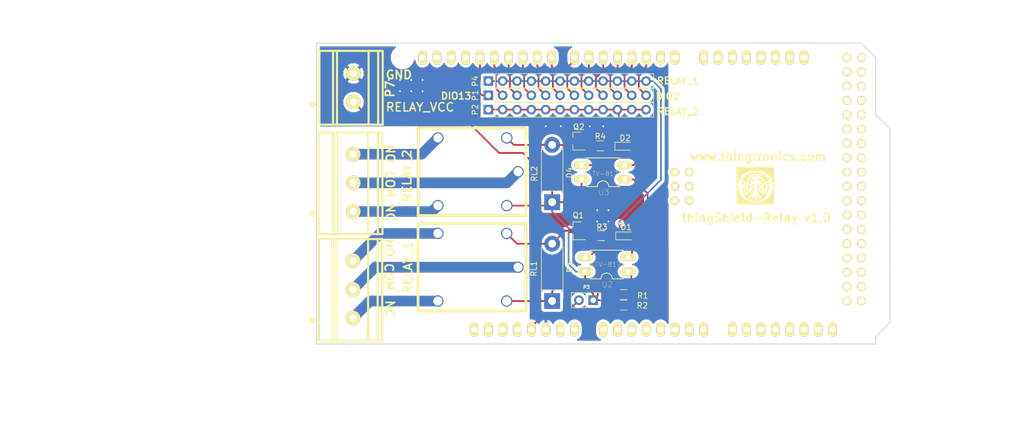
<source format=kicad_pcb>
(kicad_pcb (version 4) (host pcbnew 4.0.4-stable)

  (general
    (links 84)
    (no_connects 0)
    (area 90.76238 36.347143 276.784098 121.870001)
    (thickness 1.6)
    (drawings 33)
    (tracks 183)
    (zones 0)
    (modules 41)
    (nets 106)
  )

  (page A4)
  (title_block
    (title thingShield-Relay)
    (rev 1.0)
  )

  (layers
    (0 F.Cu signal)
    (31 B.Cu signal)
    (32 B.Adhes user)
    (33 F.Adhes user)
    (34 B.Paste user hide)
    (35 F.Paste user)
    (36 B.SilkS user)
    (37 F.SilkS user)
    (38 B.Mask user)
    (39 F.Mask user)
    (40 Dwgs.User user)
    (41 Cmts.User user hide)
    (42 Eco1.User user)
    (43 Eco2.User user hide)
    (44 Edge.Cuts user)
    (45 Margin user)
    (46 B.CrtYd user hide)
    (47 F.CrtYd user)
    (48 B.Fab user)
    (49 F.Fab user hide)
  )

  (setup
    (last_trace_width 0.3)
    (trace_clearance 0.2)
    (zone_clearance 0.508)
    (zone_45_only yes)
    (trace_min 0.2)
    (segment_width 0.2)
    (edge_width 0.15)
    (via_size 0.6)
    (via_drill 0.4)
    (via_min_size 0.4)
    (via_min_drill 0.3)
    (uvia_size 0.3)
    (uvia_drill 0.1)
    (uvias_allowed no)
    (uvia_min_size 0.2)
    (uvia_min_drill 0.1)
    (pcb_text_width 0.3)
    (pcb_text_size 1.5 1.5)
    (mod_edge_width 0.15)
    (mod_text_size 1 1)
    (mod_text_width 0.15)
    (pad_size 0.6 0.6)
    (pad_drill 0.3)
    (pad_to_mask_clearance 0.2)
    (aux_axis_origin 0 0)
    (visible_elements 7FFFFFFF)
    (pcbplotparams
      (layerselection 0x311fc_80000001)
      (usegerberextensions false)
      (excludeedgelayer true)
      (linewidth 0.100000)
      (plotframeref false)
      (viasonmask false)
      (mode 1)
      (useauxorigin false)
      (hpglpennumber 1)
      (hpglpenspeed 20)
      (hpglpendiameter 15)
      (hpglpenoverlay 2)
      (psnegative false)
      (psa4output false)
      (plotreference true)
      (plotvalue true)
      (plotinvisibletext false)
      (padsonsilk false)
      (subtractmaskfromsilk false)
      (outputformat 1)
      (mirror false)
      (drillshape 0)
      (scaleselection 1)
      (outputdirectory Gerbers/))
  )

  (net 0 "")
  (net 1 "Net-(D1-Pad2)")
  (net 2 RELAY_2)
  (net 3 "Net-(D2-Pad2)")
  (net 4 RELAY_1)
  (net 5 RELAY_VCC)
  (net 6 "Net-(D3-Pad2)")
  (net 7 "Net-(D4-Pad2)")
  (net 8 "Net-(P1-Pad1)")
  (net 9 "Net-(P1-Pad2)")
  (net 10 "Net-(P1-Pad3)")
  (net 11 "Net-(P1-Pad4)")
  (net 12 "Net-(P1-Pad5)")
  (net 13 "Net-(P1-Pad6)")
  (net 14 "Net-(P1-Pad7)")
  (net 15 "Net-(P1-Pad8)")
  (net 16 "Net-(P1-Pad9)")
  (net 17 "Net-(P1-Pad10)")
  (net 18 "Net-(P1-Pad11)")
  (net 19 "Net-(P1-Pad12)")
  (net 20 5V)
  (net 21 "Net-(P5-Pad1)")
  (net 22 "Net-(P5-Pad2)")
  (net 23 "Net-(P5-Pad3)")
  (net 24 "Net-(P6-Pad1)")
  (net 25 "Net-(P6-Pad2)")
  (net 26 "Net-(P6-Pad3)")
  (net 27 GND)
  (net 28 "Net-(Q1-Pad1)")
  (net 29 "Net-(Q2-Pad1)")
  (net 30 "Net-(R1-Pad1)")
  (net 31 "Net-(R2-Pad1)")
  (net 32 "Net-(R3-Pad2)")
  (net 33 "Net-(R4-Pad2)")
  (net 34 "Net-(U1-Pad14)")
  (net 35 "Net-(U1-Pad15)")
  (net 36 "Net-(U1-Pad16)")
  (net 37 "Net-(U1-Pad17)")
  (net 38 "Net-(U1-Pad18)")
  (net 39 "Net-(U1-Pad19)")
  (net 40 "Net-(U1-Pad20)")
  (net 41 "Net-(U1-Pad21)")
  (net 42 "Net-(U1-PadAD15)")
  (net 43 "Net-(U1-PadAD14)")
  (net 44 "Net-(U1-PadAD13)")
  (net 45 "Net-(U1-PadAD12)")
  (net 46 "Net-(U1-PadAD8)")
  (net 47 "Net-(U1-PadAD7)")
  (net 48 "Net-(U1-PadAD6)")
  (net 49 "Net-(U1-PadAD9)")
  (net 50 "Net-(U1-PadAD10)")
  (net 51 "Net-(U1-PadAD11)")
  (net 52 "Net-(U1-PadAD5)")
  (net 53 "Net-(U1-PadAD4)")
  (net 54 "Net-(U1-PadAD3)")
  (net 55 "Net-(U1-PadAD0)")
  (net 56 "Net-(U1-PadAD1)")
  (net 57 "Net-(U1-PadAD2)")
  (net 58 "Net-(U1-PadV_IN)")
  (net 59 "Net-(U1-PadGND2)")
  (net 60 "Net-(U1-Pad3V3)")
  (net 61 "Net-(U1-Pad0)")
  (net 62 "Net-(U1-Pad1)")
  (net 63 "Net-(U1-PadGND3)")
  (net 64 "Net-(U1-PadAREF)")
  (net 65 "Net-(U1-Pad22)")
  (net 66 "Net-(U1-Pad23)")
  (net 67 "Net-(U1-Pad24)")
  (net 68 "Net-(U1-Pad25)")
  (net 69 "Net-(U1-Pad26)")
  (net 70 "Net-(U1-Pad27)")
  (net 71 "Net-(U1-Pad28)")
  (net 72 "Net-(U1-Pad29)")
  (net 73 "Net-(U1-Pad5V_4)")
  (net 74 "Net-(U1-Pad5V_5)")
  (net 75 "Net-(U1-Pad31)")
  (net 76 "Net-(U1-Pad30)")
  (net 77 "Net-(U1-Pad32)")
  (net 78 "Net-(U1-Pad33)")
  (net 79 "Net-(U1-Pad34)")
  (net 80 "Net-(U1-Pad35)")
  (net 81 "Net-(U1-Pad36)")
  (net 82 "Net-(U1-Pad37)")
  (net 83 "Net-(U1-Pad38)")
  (net 84 "Net-(U1-Pad39)")
  (net 85 "Net-(U1-Pad40)")
  (net 86 "Net-(U1-Pad41)")
  (net 87 "Net-(U1-Pad42)")
  (net 88 "Net-(U1-Pad43)")
  (net 89 "Net-(U1-Pad44)")
  (net 90 "Net-(U1-Pad45)")
  (net 91 "Net-(U1-Pad46)")
  (net 92 "Net-(U1-Pad47)")
  (net 93 "Net-(U1-Pad48)")
  (net 94 "Net-(U1-Pad49)")
  (net 95 "Net-(U1-Pad50)")
  (net 96 "Net-(U1-Pad51)")
  (net 97 "Net-(U1-Pad52)")
  (net 98 "Net-(U1-Pad53)")
  (net 99 "Net-(U1-PadGND4)")
  (net 100 "Net-(U1-PadGND5)")
  (net 101 "Net-(U1-PadIO_R)")
  (net 102 "Net-(U1-PadNC)")
  (net 103 "Net-(U1-PadSDA)")
  (net 104 "Net-(U1-PadSCL)")
  (net 105 "Net-(U1-PadRST)")

  (net_class Default "This is the default net class."
    (clearance 0.2)
    (trace_width 0.3)
    (via_dia 0.6)
    (via_drill 0.4)
    (uvia_dia 0.3)
    (uvia_drill 0.1)
    (add_net 5V)
    (add_net GND)
    (add_net "Net-(D1-Pad2)")
    (add_net "Net-(D2-Pad2)")
    (add_net "Net-(D3-Pad2)")
    (add_net "Net-(D4-Pad2)")
    (add_net "Net-(P1-Pad1)")
    (add_net "Net-(P1-Pad10)")
    (add_net "Net-(P1-Pad11)")
    (add_net "Net-(P1-Pad12)")
    (add_net "Net-(P1-Pad2)")
    (add_net "Net-(P1-Pad3)")
    (add_net "Net-(P1-Pad4)")
    (add_net "Net-(P1-Pad5)")
    (add_net "Net-(P1-Pad6)")
    (add_net "Net-(P1-Pad7)")
    (add_net "Net-(P1-Pad8)")
    (add_net "Net-(P1-Pad9)")
    (add_net "Net-(Q1-Pad1)")
    (add_net "Net-(Q2-Pad1)")
    (add_net "Net-(R1-Pad1)")
    (add_net "Net-(R2-Pad1)")
    (add_net "Net-(R3-Pad2)")
    (add_net "Net-(R4-Pad2)")
    (add_net "Net-(U1-Pad0)")
    (add_net "Net-(U1-Pad1)")
    (add_net "Net-(U1-Pad14)")
    (add_net "Net-(U1-Pad15)")
    (add_net "Net-(U1-Pad16)")
    (add_net "Net-(U1-Pad17)")
    (add_net "Net-(U1-Pad18)")
    (add_net "Net-(U1-Pad19)")
    (add_net "Net-(U1-Pad20)")
    (add_net "Net-(U1-Pad21)")
    (add_net "Net-(U1-Pad22)")
    (add_net "Net-(U1-Pad23)")
    (add_net "Net-(U1-Pad24)")
    (add_net "Net-(U1-Pad25)")
    (add_net "Net-(U1-Pad26)")
    (add_net "Net-(U1-Pad27)")
    (add_net "Net-(U1-Pad28)")
    (add_net "Net-(U1-Pad29)")
    (add_net "Net-(U1-Pad30)")
    (add_net "Net-(U1-Pad31)")
    (add_net "Net-(U1-Pad32)")
    (add_net "Net-(U1-Pad33)")
    (add_net "Net-(U1-Pad34)")
    (add_net "Net-(U1-Pad35)")
    (add_net "Net-(U1-Pad36)")
    (add_net "Net-(U1-Pad37)")
    (add_net "Net-(U1-Pad38)")
    (add_net "Net-(U1-Pad39)")
    (add_net "Net-(U1-Pad3V3)")
    (add_net "Net-(U1-Pad40)")
    (add_net "Net-(U1-Pad41)")
    (add_net "Net-(U1-Pad42)")
    (add_net "Net-(U1-Pad43)")
    (add_net "Net-(U1-Pad44)")
    (add_net "Net-(U1-Pad45)")
    (add_net "Net-(U1-Pad46)")
    (add_net "Net-(U1-Pad47)")
    (add_net "Net-(U1-Pad48)")
    (add_net "Net-(U1-Pad49)")
    (add_net "Net-(U1-Pad50)")
    (add_net "Net-(U1-Pad51)")
    (add_net "Net-(U1-Pad52)")
    (add_net "Net-(U1-Pad53)")
    (add_net "Net-(U1-Pad5V_4)")
    (add_net "Net-(U1-Pad5V_5)")
    (add_net "Net-(U1-PadAD0)")
    (add_net "Net-(U1-PadAD1)")
    (add_net "Net-(U1-PadAD10)")
    (add_net "Net-(U1-PadAD11)")
    (add_net "Net-(U1-PadAD12)")
    (add_net "Net-(U1-PadAD13)")
    (add_net "Net-(U1-PadAD14)")
    (add_net "Net-(U1-PadAD15)")
    (add_net "Net-(U1-PadAD2)")
    (add_net "Net-(U1-PadAD3)")
    (add_net "Net-(U1-PadAD4)")
    (add_net "Net-(U1-PadAD5)")
    (add_net "Net-(U1-PadAD6)")
    (add_net "Net-(U1-PadAD7)")
    (add_net "Net-(U1-PadAD8)")
    (add_net "Net-(U1-PadAD9)")
    (add_net "Net-(U1-PadAREF)")
    (add_net "Net-(U1-PadGND2)")
    (add_net "Net-(U1-PadGND3)")
    (add_net "Net-(U1-PadGND4)")
    (add_net "Net-(U1-PadGND5)")
    (add_net "Net-(U1-PadIO_R)")
    (add_net "Net-(U1-PadNC)")
    (add_net "Net-(U1-PadRST)")
    (add_net "Net-(U1-PadSCL)")
    (add_net "Net-(U1-PadSDA)")
    (add_net "Net-(U1-PadV_IN)")
    (add_net RELAY_1)
    (add_net RELAY_2)
    (add_net RELAY_VCC)
  )

  (net_class RELAY_PWR ""
    (clearance 0.5)
    (trace_width 1.85)
    (via_dia 3.4)
    (via_drill 3.2)
    (uvia_dia 3.1)
    (uvia_drill 2)
    (add_net "Net-(P5-Pad1)")
    (add_net "Net-(P5-Pad2)")
    (add_net "Net-(P5-Pad3)")
    (add_net "Net-(P6-Pad1)")
    (add_net "Net-(P6-Pad2)")
    (add_net "Net-(P6-Pad3)")
  )

  (module via:VIA_0.6mm (layer F.Cu) (tedit 58F5F357) (tstamp 58F5F797)
    (at 196.04 65.91)
    (fp_text reference REF** (at 0 -2.6) (layer F.Fab) hide
      (effects (font (size 1 1) (thickness 0.15)))
    )
    (fp_text value VIA_0.6mm (at 0.05 -1.45) (layer F.Fab) hide
      (effects (font (size 1 1) (thickness 0.15)))
    )
    (pad 1 thru_hole circle (at 0 0) (size 0.6 0.6) (drill 0.3) (layers *.Cu)
      (net 27 GND) (zone_connect 2))
  )

  (module via:VIA_0.6mm (layer F.Cu) (tedit 58F5F357) (tstamp 58F5F788)
    (at 193.85 65.84)
    (fp_text reference REF** (at 0 -2.6) (layer F.Fab) hide
      (effects (font (size 1 1) (thickness 0.15)))
    )
    (fp_text value VIA_0.6mm (at 0.05 -1.45) (layer F.Fab) hide
      (effects (font (size 1 1) (thickness 0.15)))
    )
    (pad 1 thru_hole circle (at 0 0) (size 0.6 0.6) (drill 0.3) (layers *.Cu)
      (net 27 GND) (zone_connect 2))
  )

  (module via:VIA_0.6mm (layer F.Cu) (tedit 58F5F357) (tstamp 58F5F784)
    (at 190.91 65.87)
    (fp_text reference REF** (at 0 -2.6) (layer F.Fab) hide
      (effects (font (size 1 1) (thickness 0.15)))
    )
    (fp_text value VIA_0.6mm (at 0.05 -1.45) (layer F.Fab) hide
      (effects (font (size 1 1) (thickness 0.15)))
    )
    (pad 1 thru_hole circle (at 0 0) (size 0.6 0.6) (drill 0.3) (layers *.Cu)
      (net 27 GND) (zone_connect 2))
  )

  (module via:VIA_0.6mm (layer F.Cu) (tedit 58F5F357) (tstamp 58F5F77F)
    (at 188.25 65.87)
    (fp_text reference REF** (at 0 -2.6) (layer F.Fab) hide
      (effects (font (size 1 1) (thickness 0.15)))
    )
    (fp_text value VIA_0.6mm (at 0.05 -1.45) (layer F.Fab) hide
      (effects (font (size 1 1) (thickness 0.15)))
    )
    (pad 1 thru_hole circle (at 0 0) (size 0.6 0.6) (drill 0.3) (layers *.Cu)
      (net 27 GND) (zone_connect 2))
  )

  (module via:VIA_0.6mm (layer F.Cu) (tedit 58F5F357) (tstamp 58F5F52C)
    (at 198.44 65.89)
    (fp_text reference REF** (at 0 -2.6) (layer F.Fab) hide
      (effects (font (size 1 1) (thickness 0.15)))
    )
    (fp_text value VIA_0.6mm (at 0.05 -1.45) (layer F.Fab) hide
      (effects (font (size 1 1) (thickness 0.15)))
    )
    (pad 1 thru_hole circle (at 0 0) (size 0.6 0.6) (drill 0.3) (layers *.Cu)
      (net 27 GND) (zone_connect 2))
  )

  (module via:VIA_0.6mm (layer F.Cu) (tedit 58F5F357) (tstamp 58F5F524)
    (at 166.42 59.67)
    (fp_text reference REF** (at 0 -2.6) (layer F.Fab) hide
      (effects (font (size 1 1) (thickness 0.15)))
    )
    (fp_text value VIA_0.6mm (at 0.05 -1.45) (layer F.Fab) hide
      (effects (font (size 1 1) (thickness 0.15)))
    )
    (pad 1 thru_hole circle (at 0 0) (size 0.6 0.6) (drill 0.3) (layers *.Cu)
      (net 27 GND) (zone_connect 2))
  )

  (module via:VIA_0.6mm (layer F.Cu) (tedit 58F5F357) (tstamp 58F5F520)
    (at 164.42 59.67)
    (fp_text reference REF** (at 0 -2.6) (layer F.Fab) hide
      (effects (font (size 1 1) (thickness 0.15)))
    )
    (fp_text value VIA_0.6mm (at 0.05 -1.45) (layer F.Fab) hide
      (effects (font (size 1 1) (thickness 0.15)))
    )
    (pad 1 thru_hole circle (at 0 0) (size 0.6 0.6) (drill 0.3) (layers *.Cu)
      (net 27 GND) (zone_connect 2))
  )

  (module via:VIA_0.6mm (layer F.Cu) (tedit 58F5F357) (tstamp 58F5F51C)
    (at 162.42 59.67)
    (fp_text reference REF** (at 0 -2.6) (layer F.Fab) hide
      (effects (font (size 1 1) (thickness 0.15)))
    )
    (fp_text value VIA_0.6mm (at 0.05 -1.45) (layer F.Fab) hide
      (effects (font (size 1 1) (thickness 0.15)))
    )
    (pad 1 thru_hole circle (at 0 0) (size 0.6 0.6) (drill 0.3) (layers *.Cu)
      (net 27 GND) (zone_connect 2))
  )

  (module via:VIA_0.6mm (layer F.Cu) (tedit 58F5F357) (tstamp 58F5F518)
    (at 160.42 59.67)
    (fp_text reference REF** (at 0 -2.6) (layer F.Fab) hide
      (effects (font (size 1 1) (thickness 0.15)))
    )
    (fp_text value VIA_0.6mm (at 0.05 -1.45) (layer F.Fab) hide
      (effects (font (size 1 1) (thickness 0.15)))
    )
    (pad 1 thru_hole circle (at 0 0) (size 0.6 0.6) (drill 0.3) (layers *.Cu)
      (net 27 GND) (zone_connect 2))
  )

  (module via:VIA_0.6mm (layer F.Cu) (tedit 58F5F357) (tstamp 58F5F514)
    (at 166.42 57.67)
    (fp_text reference REF** (at 0 -2.6) (layer F.Fab) hide
      (effects (font (size 1 1) (thickness 0.15)))
    )
    (fp_text value VIA_0.6mm (at 0.05 -1.45) (layer F.Fab) hide
      (effects (font (size 1 1) (thickness 0.15)))
    )
    (pad 1 thru_hole circle (at 0 0) (size 0.6 0.6) (drill 0.3) (layers *.Cu)
      (net 27 GND) (zone_connect 2))
  )

  (module via:VIA_0.6mm (layer F.Cu) (tedit 58F5F357) (tstamp 58F5F510)
    (at 164.42 57.67)
    (fp_text reference REF** (at 0 -2.6) (layer F.Fab) hide
      (effects (font (size 1 1) (thickness 0.15)))
    )
    (fp_text value VIA_0.6mm (at 0.05 -1.45) (layer F.Fab) hide
      (effects (font (size 1 1) (thickness 0.15)))
    )
    (pad 1 thru_hole circle (at 0 0) (size 0.6 0.6) (drill 0.3) (layers *.Cu)
      (net 27 GND) (zone_connect 2))
  )

  (module via:VIA_0.6mm (layer F.Cu) (tedit 58F5F357) (tstamp 58F5F50C)
    (at 162.42 57.67)
    (fp_text reference REF** (at 0 -2.6) (layer F.Fab) hide
      (effects (font (size 1 1) (thickness 0.15)))
    )
    (fp_text value VIA_0.6mm (at 0.05 -1.45) (layer F.Fab) hide
      (effects (font (size 1 1) (thickness 0.15)))
    )
    (pad 1 thru_hole circle (at 0 0) (size 0.6 0.6) (drill 0.3) (layers *.Cu)
      (net 27 GND) (zone_connect 2))
  )

  (module via:VIA_0.6mm (layer F.Cu) (tedit 58F5F357) (tstamp 58F5F500)
    (at 160.42 57.67)
    (fp_text reference REF** (at 0 -2.6) (layer F.Fab) hide
      (effects (font (size 1 1) (thickness 0.15)))
    )
    (fp_text value VIA_0.6mm (at 0.05 -1.45) (layer F.Fab) hide
      (effects (font (size 1 1) (thickness 0.15)))
    )
    (pad 1 thru_hole circle (at 0 0) (size 0.6 0.6) (drill 0.3) (layers *.Cu)
      (net 27 GND) (zone_connect 2))
  )

  (module via:VIA_0.6mm (layer F.Cu) (tedit 58F5F357) (tstamp 58F5F3A2)
    (at 199.35 82.77)
    (fp_text reference REF** (at 0 -2.6) (layer F.Fab) hide
      (effects (font (size 1 1) (thickness 0.15)))
    )
    (fp_text value VIA_0.6mm (at 0.05 -1.45) (layer F.Fab) hide
      (effects (font (size 1 1) (thickness 0.15)))
    )
    (pad 1 thru_hole circle (at 0 0) (size 0.6 0.6) (drill 0.3) (layers *.Cu)
      (net 27 GND) (zone_connect 2))
  )

  (module via:VIA_0.6mm (layer F.Cu) (tedit 58F5F357) (tstamp 58F5F39E)
    (at 197.35 82.77)
    (fp_text reference REF** (at 0 -2.6) (layer F.Fab) hide
      (effects (font (size 1 1) (thickness 0.15)))
    )
    (fp_text value VIA_0.6mm (at 0.05 -1.45) (layer F.Fab) hide
      (effects (font (size 1 1) (thickness 0.15)))
    )
    (pad 1 thru_hole circle (at 0 0) (size 0.6 0.6) (drill 0.3) (layers *.Cu)
      (net 27 GND) (zone_connect 2))
  )

  (module via:VIA_0.6mm (layer F.Cu) (tedit 58F5F357) (tstamp 58F5F39A)
    (at 199.35 80.77)
    (fp_text reference REF** (at 0 -2.6) (layer F.Fab) hide
      (effects (font (size 1 1) (thickness 0.15)))
    )
    (fp_text value VIA_0.6mm (at 0.05 -1.45) (layer F.Fab) hide
      (effects (font (size 1 1) (thickness 0.15)))
    )
    (pad 1 thru_hole circle (at 0 0) (size 0.6 0.6) (drill 0.3) (layers *.Cu)
      (net 27 GND) (zone_connect 2))
  )

  (module LEDs:LED_0805 (layer F.Cu) (tedit 57FE93EC) (tstamp 58F4C82F)
    (at 202.44 85.33)
    (descr "LED 0805 smd package")
    (tags "LED led 0805 SMD smd SMT smt smdled SMDLED smtled SMTLED")
    (path /58F14B62)
    (attr smd)
    (fp_text reference D1 (at 0.03 -1.56) (layer F.SilkS)
      (effects (font (size 1 1) (thickness 0.15)))
    )
    (fp_text value YELLOW (at 0.73 1.76) (layer F.Fab)
      (effects (font (size 1 1) (thickness 0.15)))
    )
    (fp_line (start -1.8 -0.7) (end -1.8 0.7) (layer F.SilkS) (width 0.12))
    (fp_line (start -0.4 -0.4) (end -0.4 0.4) (layer F.Fab) (width 0.1))
    (fp_line (start -0.4 0) (end 0.2 -0.4) (layer F.Fab) (width 0.1))
    (fp_line (start 0.2 0.4) (end -0.4 0) (layer F.Fab) (width 0.1))
    (fp_line (start 0.2 -0.4) (end 0.2 0.4) (layer F.Fab) (width 0.1))
    (fp_line (start 1 0.6) (end -1 0.6) (layer F.Fab) (width 0.1))
    (fp_line (start 1 -0.6) (end 1 0.6) (layer F.Fab) (width 0.1))
    (fp_line (start -1 -0.6) (end 1 -0.6) (layer F.Fab) (width 0.1))
    (fp_line (start -1 0.6) (end -1 -0.6) (layer F.Fab) (width 0.1))
    (fp_line (start -1.8 0.7) (end 1 0.7) (layer F.SilkS) (width 0.12))
    (fp_line (start -1.8 -0.7) (end 1 -0.7) (layer F.SilkS) (width 0.12))
    (fp_line (start 1.95 -0.85) (end 1.95 0.85) (layer F.CrtYd) (width 0.05))
    (fp_line (start 1.95 0.85) (end -1.95 0.85) (layer F.CrtYd) (width 0.05))
    (fp_line (start -1.95 0.85) (end -1.95 -0.85) (layer F.CrtYd) (width 0.05))
    (fp_line (start -1.95 -0.85) (end 1.95 -0.85) (layer F.CrtYd) (width 0.05))
    (pad 2 smd rect (at 1.1 0 180) (size 1.2 1.2) (layers F.Cu F.Paste F.Mask)
      (net 1 "Net-(D1-Pad2)"))
    (pad 1 smd rect (at -1.1 0 180) (size 1.2 1.2) (layers F.Cu F.Paste F.Mask)
      (net 4 RELAY_1))
    (model LEDs.3dshapes/LED_0805.wrl
      (at (xyz 0 0 0))
      (scale (xyz 1 1 1))
      (rotate (xyz 0 0 180))
    )
  )

  (module LEDs:LED_0805 (layer F.Cu) (tedit 57FE93EC) (tstamp 58F4C835)
    (at 202.29 69.41)
    (descr "LED 0805 smd package")
    (tags "LED led 0805 SMD smd SMT smt smdled SMDLED smtled SMTLED")
    (path /58F0F707)
    (attr smd)
    (fp_text reference D2 (at 0 -1.45) (layer F.SilkS)
      (effects (font (size 1 1) (thickness 0.15)))
    )
    (fp_text value YELLOW (at -0.1311 0.6964) (layer F.Fab)
      (effects (font (size 1 1) (thickness 0.15)))
    )
    (fp_line (start -1.8 -0.7) (end -1.8 0.7) (layer F.SilkS) (width 0.12))
    (fp_line (start -0.4 -0.4) (end -0.4 0.4) (layer F.Fab) (width 0.1))
    (fp_line (start -0.4 0) (end 0.2 -0.4) (layer F.Fab) (width 0.1))
    (fp_line (start 0.2 0.4) (end -0.4 0) (layer F.Fab) (width 0.1))
    (fp_line (start 0.2 -0.4) (end 0.2 0.4) (layer F.Fab) (width 0.1))
    (fp_line (start 1 0.6) (end -1 0.6) (layer F.Fab) (width 0.1))
    (fp_line (start 1 -0.6) (end 1 0.6) (layer F.Fab) (width 0.1))
    (fp_line (start -1 -0.6) (end 1 -0.6) (layer F.Fab) (width 0.1))
    (fp_line (start -1 0.6) (end -1 -0.6) (layer F.Fab) (width 0.1))
    (fp_line (start -1.8 0.7) (end 1 0.7) (layer F.SilkS) (width 0.12))
    (fp_line (start -1.8 -0.7) (end 1 -0.7) (layer F.SilkS) (width 0.12))
    (fp_line (start 1.95 -0.85) (end 1.95 0.85) (layer F.CrtYd) (width 0.05))
    (fp_line (start 1.95 0.85) (end -1.95 0.85) (layer F.CrtYd) (width 0.05))
    (fp_line (start -1.95 0.85) (end -1.95 -0.85) (layer F.CrtYd) (width 0.05))
    (fp_line (start -1.95 -0.85) (end 1.95 -0.85) (layer F.CrtYd) (width 0.05))
    (pad 2 smd rect (at 1.1 0 180) (size 1.2 1.2) (layers F.Cu F.Paste F.Mask)
      (net 3 "Net-(D2-Pad2)"))
    (pad 1 smd rect (at -1.1 0 180) (size 1.2 1.2) (layers F.Cu F.Paste F.Mask)
      (net 2 RELAY_2))
    (model LEDs.3dshapes/LED_0805.wrl
      (at (xyz 0 0 0))
      (scale (xyz 1 1 1))
      (rotate (xyz 0 0 180))
    )
  )

  (module Diodes_ThroughHole:D_5W_P10.16mm_Horizontal (layer F.Cu) (tedit 5877C982) (tstamp 58F4C83B)
    (at 189.38 96.87 90)
    (descr "D, 5W series, Axial, Horizontal, pin pitch=10.16mm, , length*diameter=8.9*3.7mm^2, , http://www.diodes.com/_files/packages/8686949.gif")
    (tags "D 5W series Axial Horizontal pin pitch 10.16mm  length 8.9mm diameter 3.7mm")
    (path /58F14B4D)
    (fp_text reference D3 (at 6 3.13 90) (layer F.SilkS)
      (effects (font (size 1 1) (thickness 0.15)))
    )
    (fp_text value "znr diode" (at 5.08 2.91 90) (layer F.Fab)
      (effects (font (size 1 1) (thickness 0.15)))
    )
    (fp_line (start 0.63 -1.85) (end 0.63 1.85) (layer F.Fab) (width 0.1))
    (fp_line (start 0.63 1.85) (end 9.53 1.85) (layer F.Fab) (width 0.1))
    (fp_line (start 9.53 1.85) (end 9.53 -1.85) (layer F.Fab) (width 0.1))
    (fp_line (start 9.53 -1.85) (end 0.63 -1.85) (layer F.Fab) (width 0.1))
    (fp_line (start 0 0) (end 0.63 0) (layer F.Fab) (width 0.1))
    (fp_line (start 10.16 0) (end 9.53 0) (layer F.Fab) (width 0.1))
    (fp_line (start 1.965 -1.85) (end 1.965 1.85) (layer F.Fab) (width 0.1))
    (fp_line (start 0.57 -1.58) (end 0.57 -1.91) (layer F.SilkS) (width 0.12))
    (fp_line (start 0.57 -1.91) (end 9.59 -1.91) (layer F.SilkS) (width 0.12))
    (fp_line (start 9.59 -1.91) (end 9.59 -1.58) (layer F.SilkS) (width 0.12))
    (fp_line (start 0.57 1.58) (end 0.57 1.91) (layer F.SilkS) (width 0.12))
    (fp_line (start 0.57 1.91) (end 9.59 1.91) (layer F.SilkS) (width 0.12))
    (fp_line (start 9.59 1.91) (end 9.59 1.58) (layer F.SilkS) (width 0.12))
    (fp_line (start 1.965 -1.91) (end 1.965 1.91) (layer F.SilkS) (width 0.12))
    (fp_line (start -1.65 -2.2) (end -1.65 2.2) (layer F.CrtYd) (width 0.05))
    (fp_line (start -1.65 2.2) (end 11.85 2.2) (layer F.CrtYd) (width 0.05))
    (fp_line (start 11.85 2.2) (end 11.85 -2.2) (layer F.CrtYd) (width 0.05))
    (fp_line (start 11.85 -2.2) (end -1.65 -2.2) (layer F.CrtYd) (width 0.05))
    (pad 1 thru_hole rect (at 0 0 90) (size 2.8 2.8) (drill 1.4) (layers *.Cu *.Mask)
      (net 5 RELAY_VCC))
    (pad 2 thru_hole oval (at 10.16 0 90) (size 2.8 2.8) (drill 1.4) (layers *.Cu *.Mask)
      (net 6 "Net-(D3-Pad2)"))
    (model Diodes_THT.3dshapes/D_5W_P10.16mm_Horizontal.wrl
      (at (xyz 0 0 0))
      (scale (xyz 0.393701 0.393701 0.393701))
      (rotate (xyz 0 0 0))
    )
  )

  (module Diodes_ThroughHole:D_5W_P10.16mm_Horizontal (layer F.Cu) (tedit 5877C982) (tstamp 58F4C841)
    (at 189.38 79.34 90)
    (descr "D, 5W series, Axial, Horizontal, pin pitch=10.16mm, , length*diameter=8.9*3.7mm^2, , http://www.diodes.com/_files/packages/8686949.gif")
    (tags "D 5W series Axial Horizontal pin pitch 10.16mm  length 8.9mm diameter 3.7mm")
    (path /58F0C418)
    (fp_text reference D4 (at 5.21 3.07 90) (layer F.SilkS)
      (effects (font (size 1 1) (thickness 0.15)))
    )
    (fp_text value "znr diode" (at 5.08 2.91 90) (layer F.Fab)
      (effects (font (size 1 1) (thickness 0.15)))
    )
    (fp_line (start 0.63 -1.85) (end 0.63 1.85) (layer F.Fab) (width 0.1))
    (fp_line (start 0.63 1.85) (end 9.53 1.85) (layer F.Fab) (width 0.1))
    (fp_line (start 9.53 1.85) (end 9.53 -1.85) (layer F.Fab) (width 0.1))
    (fp_line (start 9.53 -1.85) (end 0.63 -1.85) (layer F.Fab) (width 0.1))
    (fp_line (start 0 0) (end 0.63 0) (layer F.Fab) (width 0.1))
    (fp_line (start 10.16 0) (end 9.53 0) (layer F.Fab) (width 0.1))
    (fp_line (start 1.965 -1.85) (end 1.965 1.85) (layer F.Fab) (width 0.1))
    (fp_line (start 0.57 -1.58) (end 0.57 -1.91) (layer F.SilkS) (width 0.12))
    (fp_line (start 0.57 -1.91) (end 9.59 -1.91) (layer F.SilkS) (width 0.12))
    (fp_line (start 9.59 -1.91) (end 9.59 -1.58) (layer F.SilkS) (width 0.12))
    (fp_line (start 0.57 1.58) (end 0.57 1.91) (layer F.SilkS) (width 0.12))
    (fp_line (start 0.57 1.91) (end 9.59 1.91) (layer F.SilkS) (width 0.12))
    (fp_line (start 9.59 1.91) (end 9.59 1.58) (layer F.SilkS) (width 0.12))
    (fp_line (start 1.965 -1.91) (end 1.965 1.91) (layer F.SilkS) (width 0.12))
    (fp_line (start -1.65 -2.2) (end -1.65 2.2) (layer F.CrtYd) (width 0.05))
    (fp_line (start -1.65 2.2) (end 11.85 2.2) (layer F.CrtYd) (width 0.05))
    (fp_line (start 11.85 2.2) (end 11.85 -2.2) (layer F.CrtYd) (width 0.05))
    (fp_line (start 11.85 -2.2) (end -1.65 -2.2) (layer F.CrtYd) (width 0.05))
    (pad 1 thru_hole rect (at 0 0 90) (size 2.8 2.8) (drill 1.4) (layers *.Cu *.Mask)
      (net 5 RELAY_VCC))
    (pad 2 thru_hole oval (at 10.16 0 90) (size 2.8 2.8) (drill 1.4) (layers *.Cu *.Mask)
      (net 7 "Net-(D4-Pad2)"))
    (model Diodes_THT.3dshapes/D_5W_P10.16mm_Horizontal.wrl
      (at (xyz 0 0 0))
      (scale (xyz 0.393701 0.393701 0.393701))
      (rotate (xyz 0 0 0))
    )
  )

  (module Pin_Headers:Pin_Header_Straight_1x12_Pitch2.54mm (layer F.Cu) (tedit 58CD4EC2) (tstamp 58F4C851)
    (at 178.07 60.39 90)
    (descr "Through hole straight pin header, 1x12, 2.54mm pitch, single row")
    (tags "Through hole pin header THT 1x12 2.54mm single row")
    (path /58F52D38)
    (fp_text reference P1 (at 0 -2.33 90) (layer F.SilkS)
      (effects (font (size 1 1) (thickness 0.15)))
    )
    (fp_text value MEGA_PIN_MAPING (at 0.13 -10.51 360) (layer F.Fab)
      (effects (font (size 1 1) (thickness 0.15)))
    )
    (fp_line (start -1.27 -1.27) (end -1.27 29.21) (layer F.Fab) (width 0.1))
    (fp_line (start -1.27 29.21) (end 1.27 29.21) (layer F.Fab) (width 0.1))
    (fp_line (start 1.27 29.21) (end 1.27 -1.27) (layer F.Fab) (width 0.1))
    (fp_line (start 1.27 -1.27) (end -1.27 -1.27) (layer F.Fab) (width 0.1))
    (fp_line (start -1.33 1.27) (end -1.33 29.27) (layer F.SilkS) (width 0.12))
    (fp_line (start -1.33 29.27) (end 1.33 29.27) (layer F.SilkS) (width 0.12))
    (fp_line (start 1.33 29.27) (end 1.33 1.27) (layer F.SilkS) (width 0.12))
    (fp_line (start 1.33 1.27) (end -1.33 1.27) (layer F.SilkS) (width 0.12))
    (fp_line (start -1.33 0) (end -1.33 -1.33) (layer F.SilkS) (width 0.12))
    (fp_line (start -1.33 -1.33) (end 0 -1.33) (layer F.SilkS) (width 0.12))
    (fp_line (start -1.8 -1.8) (end -1.8 29.75) (layer F.CrtYd) (width 0.05))
    (fp_line (start -1.8 29.75) (end 1.8 29.75) (layer F.CrtYd) (width 0.05))
    (fp_line (start 1.8 29.75) (end 1.8 -1.8) (layer F.CrtYd) (width 0.05))
    (fp_line (start 1.8 -1.8) (end -1.8 -1.8) (layer F.CrtYd) (width 0.05))
    (fp_text user %R (at 0 -2.33 90) (layer F.Fab)
      (effects (font (size 1 1) (thickness 0.15)))
    )
    (pad 1 thru_hole rect (at 0 0 90) (size 1.7 1.7) (drill 1) (layers *.Cu *.Mask)
      (net 8 "Net-(P1-Pad1)"))
    (pad 2 thru_hole oval (at 0 2.54 90) (size 1.7 1.7) (drill 1) (layers *.Cu *.Mask)
      (net 9 "Net-(P1-Pad2)"))
    (pad 3 thru_hole oval (at 0 5.08 90) (size 1.7 1.7) (drill 1) (layers *.Cu *.Mask)
      (net 10 "Net-(P1-Pad3)"))
    (pad 4 thru_hole oval (at 0 7.62 90) (size 1.7 1.7) (drill 1) (layers *.Cu *.Mask)
      (net 11 "Net-(P1-Pad4)"))
    (pad 5 thru_hole oval (at 0 10.16 90) (size 1.7 1.7) (drill 1) (layers *.Cu *.Mask)
      (net 12 "Net-(P1-Pad5)"))
    (pad 6 thru_hole oval (at 0 12.7 90) (size 1.7 1.7) (drill 1) (layers *.Cu *.Mask)
      (net 13 "Net-(P1-Pad6)"))
    (pad 7 thru_hole oval (at 0 15.24 90) (size 1.7 1.7) (drill 1) (layers *.Cu *.Mask)
      (net 14 "Net-(P1-Pad7)"))
    (pad 8 thru_hole oval (at 0 17.78 90) (size 1.7 1.7) (drill 1) (layers *.Cu *.Mask)
      (net 15 "Net-(P1-Pad8)"))
    (pad 9 thru_hole oval (at 0 20.32 90) (size 1.7 1.7) (drill 1) (layers *.Cu *.Mask)
      (net 16 "Net-(P1-Pad9)"))
    (pad 10 thru_hole oval (at 0 22.86 90) (size 1.7 1.7) (drill 1) (layers *.Cu *.Mask)
      (net 17 "Net-(P1-Pad10)"))
    (pad 11 thru_hole oval (at 0 25.4 90) (size 1.7 1.7) (drill 1) (layers *.Cu *.Mask)
      (net 18 "Net-(P1-Pad11)"))
    (pad 12 thru_hole oval (at 0 27.94 90) (size 1.7 1.7) (drill 1) (layers *.Cu *.Mask)
      (net 19 "Net-(P1-Pad12)"))
    (model ${KISYS3DMOD}/Pin_Headers.3dshapes/Pin_Header_Straight_1x12_Pitch2.54mm.wrl
      (at (xyz 0 -0.55 0))
      (scale (xyz 1 1 1))
      (rotate (xyz 0 0 90))
    )
  )

  (module Pin_Headers:Pin_Header_Straight_1x12_Pitch2.54mm (layer F.Cu) (tedit 58CD4EC2) (tstamp 58F4C861)
    (at 178.07 62.93 90)
    (descr "Through hole straight pin header, 1x12, 2.54mm pitch, single row")
    (tags "Through hole pin header THT 1x12 2.54mm single row")
    (path /58F52C6C)
    (fp_text reference P2 (at 0 -2.33 90) (layer F.SilkS)
      (effects (font (size 1 1) (thickness 0.15)))
    )
    (fp_text value RELAY_2_PIN_HEADER (at -0.18 -10.75 180) (layer F.Fab)
      (effects (font (size 1 1) (thickness 0.15)))
    )
    (fp_line (start -1.27 -1.27) (end -1.27 29.21) (layer F.Fab) (width 0.1))
    (fp_line (start -1.27 29.21) (end 1.27 29.21) (layer F.Fab) (width 0.1))
    (fp_line (start 1.27 29.21) (end 1.27 -1.27) (layer F.Fab) (width 0.1))
    (fp_line (start 1.27 -1.27) (end -1.27 -1.27) (layer F.Fab) (width 0.1))
    (fp_line (start -1.33 1.27) (end -1.33 29.27) (layer F.SilkS) (width 0.12))
    (fp_line (start -1.33 29.27) (end 1.33 29.27) (layer F.SilkS) (width 0.12))
    (fp_line (start 1.33 29.27) (end 1.33 1.27) (layer F.SilkS) (width 0.12))
    (fp_line (start 1.33 1.27) (end -1.33 1.27) (layer F.SilkS) (width 0.12))
    (fp_line (start -1.33 0) (end -1.33 -1.33) (layer F.SilkS) (width 0.12))
    (fp_line (start -1.33 -1.33) (end 0 -1.33) (layer F.SilkS) (width 0.12))
    (fp_line (start -1.8 -1.8) (end -1.8 29.75) (layer F.CrtYd) (width 0.05))
    (fp_line (start -1.8 29.75) (end 1.8 29.75) (layer F.CrtYd) (width 0.05))
    (fp_line (start 1.8 29.75) (end 1.8 -1.8) (layer F.CrtYd) (width 0.05))
    (fp_line (start 1.8 -1.8) (end -1.8 -1.8) (layer F.CrtYd) (width 0.05))
    (fp_text user %R (at 0 -2.33 90) (layer F.Fab)
      (effects (font (size 1 1) (thickness 0.15)))
    )
    (pad 1 thru_hole rect (at 0 0 90) (size 1.7 1.7) (drill 1) (layers *.Cu *.Mask)
      (net 2 RELAY_2))
    (pad 2 thru_hole oval (at 0 2.54 90) (size 1.7 1.7) (drill 1) (layers *.Cu *.Mask)
      (net 2 RELAY_2))
    (pad 3 thru_hole oval (at 0 5.08 90) (size 1.7 1.7) (drill 1) (layers *.Cu *.Mask)
      (net 2 RELAY_2))
    (pad 4 thru_hole oval (at 0 7.62 90) (size 1.7 1.7) (drill 1) (layers *.Cu *.Mask)
      (net 2 RELAY_2))
    (pad 5 thru_hole oval (at 0 10.16 90) (size 1.7 1.7) (drill 1) (layers *.Cu *.Mask)
      (net 2 RELAY_2))
    (pad 6 thru_hole oval (at 0 12.7 90) (size 1.7 1.7) (drill 1) (layers *.Cu *.Mask)
      (net 2 RELAY_2))
    (pad 7 thru_hole oval (at 0 15.24 90) (size 1.7 1.7) (drill 1) (layers *.Cu *.Mask)
      (net 2 RELAY_2))
    (pad 8 thru_hole oval (at 0 17.78 90) (size 1.7 1.7) (drill 1) (layers *.Cu *.Mask)
      (net 2 RELAY_2))
    (pad 9 thru_hole oval (at 0 20.32 90) (size 1.7 1.7) (drill 1) (layers *.Cu *.Mask)
      (net 2 RELAY_2))
    (pad 10 thru_hole oval (at 0 22.86 90) (size 1.7 1.7) (drill 1) (layers *.Cu *.Mask)
      (net 2 RELAY_2))
    (pad 11 thru_hole oval (at 0 25.4 90) (size 1.7 1.7) (drill 1) (layers *.Cu *.Mask)
      (net 2 RELAY_2))
    (pad 12 thru_hole oval (at 0 27.94 90) (size 1.7 1.7) (drill 1) (layers *.Cu *.Mask)
      (net 2 RELAY_2))
    (model ${KISYS3DMOD}/Pin_Headers.3dshapes/Pin_Header_Straight_1x12_Pitch2.54mm.wrl
      (at (xyz 0 -0.55 0))
      (scale (xyz 1 1 1))
      (rotate (xyz 0 0 90))
    )
  )

  (module Pin_Headers:Pin_Header_Straight_1x02_Pitch2.54mm (layer F.Cu) (tedit 58F5BDFC) (tstamp 58F4C867)
    (at 196.65 96.73 270)
    (descr "Through hole straight pin header, 1x02, 2.54mm pitch, single row")
    (tags "Through hole pin header THT 1x02 2.54mm single row")
    (path /58F64922)
    (fp_text reference P3 (at -2.3 1.2 360) (layer F.SilkS)
      (effects (font (size 0.6 0.6) (thickness 0.15)))
    )
    (fp_text value 5V_TO_RELAY_VCC_CONN (at 3.14 0.52 360) (layer F.Fab)
      (effects (font (size 1 1) (thickness 0.15)))
    )
    (fp_line (start -1.27 -1.27) (end -1.27 3.81) (layer F.Fab) (width 0.1))
    (fp_line (start -1.27 3.81) (end 1.27 3.81) (layer F.Fab) (width 0.1))
    (fp_line (start 1.27 3.81) (end 1.27 -1.27) (layer F.Fab) (width 0.1))
    (fp_line (start 1.27 -1.27) (end -1.27 -1.27) (layer F.Fab) (width 0.1))
    (fp_line (start -1.33 1.27) (end -1.33 3.87) (layer F.SilkS) (width 0.12))
    (fp_line (start -1.33 3.87) (end 1.33 3.87) (layer F.SilkS) (width 0.12))
    (fp_line (start 1.33 3.87) (end 1.33 1.27) (layer F.SilkS) (width 0.12))
    (fp_line (start 1.33 1.27) (end -1.33 1.27) (layer F.SilkS) (width 0.12))
    (fp_line (start -1.33 0) (end -1.33 -1.33) (layer F.SilkS) (width 0.12))
    (fp_line (start -1.33 -1.33) (end 0 -1.33) (layer F.SilkS) (width 0.12))
    (fp_line (start -1.8 -1.8) (end -1.8 4.35) (layer F.CrtYd) (width 0.05))
    (fp_line (start -1.8 4.35) (end 1.8 4.35) (layer F.CrtYd) (width 0.05))
    (fp_line (start 1.8 4.35) (end 1.8 -1.8) (layer F.CrtYd) (width 0.05))
    (fp_line (start 1.8 -1.8) (end -1.8 -1.8) (layer F.CrtYd) (width 0.05))
    (fp_text user %R (at 2.48 1.09 360) (layer F.Fab)
      (effects (font (size 1 1) (thickness 0.15)))
    )
    (pad 1 thru_hole rect (at 0 0 270) (size 1.7 1.7) (drill 1) (layers *.Cu *.Mask)
      (net 5 RELAY_VCC))
    (pad 2 thru_hole oval (at 0 2.54 270) (size 1.7 1.7) (drill 1) (layers *.Cu *.Mask)
      (net 20 5V))
    (model ${KISYS3DMOD}/Pin_Headers.3dshapes/Pin_Header_Straight_1x02_Pitch2.54mm.wrl
      (at (xyz 0 -0.05 0))
      (scale (xyz 1 1 1))
      (rotate (xyz 0 0 90))
    )
  )

  (module Pin_Headers:Pin_Header_Straight_1x12_Pitch2.54mm (layer F.Cu) (tedit 58CD4EC2) (tstamp 58F4C877)
    (at 178.07 57.87 90)
    (descr "Through hole straight pin header, 1x12, 2.54mm pitch, single row")
    (tags "Through hole pin header THT 1x12 2.54mm single row")
    (path /58F52CD5)
    (fp_text reference P4 (at 0 -2.33 90) (layer F.SilkS)
      (effects (font (size 1 1) (thickness 0.15)))
    )
    (fp_text value RELAY_1_PIN_HEADER (at -0.17 -10.85 180) (layer F.Fab)
      (effects (font (size 1 1) (thickness 0.15)))
    )
    (fp_line (start -1.27 -1.27) (end -1.27 29.21) (layer F.Fab) (width 0.1))
    (fp_line (start -1.27 29.21) (end 1.27 29.21) (layer F.Fab) (width 0.1))
    (fp_line (start 1.27 29.21) (end 1.27 -1.27) (layer F.Fab) (width 0.1))
    (fp_line (start 1.27 -1.27) (end -1.27 -1.27) (layer F.Fab) (width 0.1))
    (fp_line (start -1.33 1.27) (end -1.33 29.27) (layer F.SilkS) (width 0.12))
    (fp_line (start -1.33 29.27) (end 1.33 29.27) (layer F.SilkS) (width 0.12))
    (fp_line (start 1.33 29.27) (end 1.33 1.27) (layer F.SilkS) (width 0.12))
    (fp_line (start 1.33 1.27) (end -1.33 1.27) (layer F.SilkS) (width 0.12))
    (fp_line (start -1.33 0) (end -1.33 -1.33) (layer F.SilkS) (width 0.12))
    (fp_line (start -1.33 -1.33) (end 0 -1.33) (layer F.SilkS) (width 0.12))
    (fp_line (start -1.8 -1.8) (end -1.8 29.75) (layer F.CrtYd) (width 0.05))
    (fp_line (start -1.8 29.75) (end 1.8 29.75) (layer F.CrtYd) (width 0.05))
    (fp_line (start 1.8 29.75) (end 1.8 -1.8) (layer F.CrtYd) (width 0.05))
    (fp_line (start 1.8 -1.8) (end -1.8 -1.8) (layer F.CrtYd) (width 0.05))
    (fp_text user %R (at 0 -2.33 90) (layer F.Fab)
      (effects (font (size 1 1) (thickness 0.15)))
    )
    (pad 1 thru_hole rect (at 0 0 90) (size 1.7 1.7) (drill 1) (layers *.Cu *.Mask)
      (net 4 RELAY_1))
    (pad 2 thru_hole oval (at 0 2.54 90) (size 1.7 1.7) (drill 1) (layers *.Cu *.Mask)
      (net 4 RELAY_1))
    (pad 3 thru_hole oval (at 0 5.08 90) (size 1.7 1.7) (drill 1) (layers *.Cu *.Mask)
      (net 4 RELAY_1))
    (pad 4 thru_hole oval (at 0 7.62 90) (size 1.7 1.7) (drill 1) (layers *.Cu *.Mask)
      (net 4 RELAY_1))
    (pad 5 thru_hole oval (at 0 10.16 90) (size 1.7 1.7) (drill 1) (layers *.Cu *.Mask)
      (net 4 RELAY_1))
    (pad 6 thru_hole oval (at 0 12.7 90) (size 1.7 1.7) (drill 1) (layers *.Cu *.Mask)
      (net 4 RELAY_1))
    (pad 7 thru_hole oval (at 0 15.24 90) (size 1.7 1.7) (drill 1) (layers *.Cu *.Mask)
      (net 4 RELAY_1))
    (pad 8 thru_hole oval (at 0 17.78 90) (size 1.7 1.7) (drill 1) (layers *.Cu *.Mask)
      (net 4 RELAY_1))
    (pad 9 thru_hole oval (at 0 20.32 90) (size 1.7 1.7) (drill 1) (layers *.Cu *.Mask)
      (net 4 RELAY_1))
    (pad 10 thru_hole oval (at 0 22.86 90) (size 1.7 1.7) (drill 1) (layers *.Cu *.Mask)
      (net 4 RELAY_1))
    (pad 11 thru_hole oval (at 0 25.4 90) (size 1.7 1.7) (drill 1) (layers *.Cu *.Mask)
      (net 4 RELAY_1))
    (pad 12 thru_hole oval (at 0 27.94 90) (size 1.7 1.7) (drill 1) (layers *.Cu *.Mask)
      (net 4 RELAY_1))
    (model ${KISYS3DMOD}/Pin_Headers.3dshapes/Pin_Header_Straight_1x12_Pitch2.54mm.wrl
      (at (xyz 0 -0.55 0))
      (scale (xyz 1 1 1))
      (rotate (xyz 0 0 90))
    )
  )

  (module TO_SOT_Packages_SMD:SOT-23 (layer F.Cu) (tedit 58CE4E7E) (tstamp 58F4C893)
    (at 193.84 84.42 180)
    (descr "SOT-23, Standard")
    (tags SOT-23)
    (path /58F14B41)
    (attr smd)
    (fp_text reference Q1 (at -0.16 2.74 180) (layer F.SilkS)
      (effects (font (size 1 1) (thickness 0.15)))
    )
    (fp_text value MMBT3904 (at 0 2.5 180) (layer F.Fab)
      (effects (font (size 1 1) (thickness 0.15)))
    )
    (fp_text user %R (at 0 0 180) (layer F.Fab)
      (effects (font (size 0.5 0.5) (thickness 0.075)))
    )
    (fp_line (start -0.7 -0.95) (end -0.7 1.5) (layer F.Fab) (width 0.1))
    (fp_line (start -0.15 -1.52) (end 0.7 -1.52) (layer F.Fab) (width 0.1))
    (fp_line (start -0.7 -0.95) (end -0.15 -1.52) (layer F.Fab) (width 0.1))
    (fp_line (start 0.7 -1.52) (end 0.7 1.52) (layer F.Fab) (width 0.1))
    (fp_line (start -0.7 1.52) (end 0.7 1.52) (layer F.Fab) (width 0.1))
    (fp_line (start 0.76 1.58) (end 0.76 0.65) (layer F.SilkS) (width 0.12))
    (fp_line (start 0.76 -1.58) (end 0.76 -0.65) (layer F.SilkS) (width 0.12))
    (fp_line (start -1.7 -1.75) (end 1.7 -1.75) (layer F.CrtYd) (width 0.05))
    (fp_line (start 1.7 -1.75) (end 1.7 1.75) (layer F.CrtYd) (width 0.05))
    (fp_line (start 1.7 1.75) (end -1.7 1.75) (layer F.CrtYd) (width 0.05))
    (fp_line (start -1.7 1.75) (end -1.7 -1.75) (layer F.CrtYd) (width 0.05))
    (fp_line (start 0.76 -1.58) (end -1.4 -1.58) (layer F.SilkS) (width 0.12))
    (fp_line (start 0.76 1.58) (end -0.7 1.58) (layer F.SilkS) (width 0.12))
    (pad 1 smd rect (at -1 -0.95 180) (size 0.9 0.8) (layers F.Cu F.Paste F.Mask)
      (net 28 "Net-(Q1-Pad1)"))
    (pad 2 smd rect (at -1 0.95 180) (size 0.9 0.8) (layers F.Cu F.Paste F.Mask)
      (net 27 GND))
    (pad 3 smd rect (at 1 0 180) (size 0.9 0.8) (layers F.Cu F.Paste F.Mask)
      (net 6 "Net-(D3-Pad2)"))
    (model ${KISYS3DMOD}/TO_SOT_Packages_SMD.3dshapes/SOT-23.wrl
      (at (xyz 0 0 0))
      (scale (xyz 1 1 1))
      (rotate (xyz 0 0 0))
    )
  )

  (module TO_SOT_Packages_SMD:SOT-23 (layer F.Cu) (tedit 58CE4E7E) (tstamp 58F4C89A)
    (at 193.8 68.52 180)
    (descr "SOT-23, Standard")
    (tags SOT-23)
    (path /58F08B4B)
    (attr smd)
    (fp_text reference Q2 (at -0.29 2.52 180) (layer F.SilkS)
      (effects (font (size 1 1) (thickness 0.15)))
    )
    (fp_text value MMBT3904 (at -1.51 3.09 180) (layer F.Fab)
      (effects (font (size 1 1) (thickness 0.15)))
    )
    (fp_text user %R (at -0.11 -0.16 180) (layer F.Fab)
      (effects (font (size 0.5 0.5) (thickness 0.075)))
    )
    (fp_line (start -0.7 -0.95) (end -0.7 1.5) (layer F.Fab) (width 0.1))
    (fp_line (start -0.15 -1.52) (end 0.7 -1.52) (layer F.Fab) (width 0.1))
    (fp_line (start -0.7 -0.95) (end -0.15 -1.52) (layer F.Fab) (width 0.1))
    (fp_line (start 0.7 -1.52) (end 0.7 1.52) (layer F.Fab) (width 0.1))
    (fp_line (start -0.7 1.52) (end 0.7 1.52) (layer F.Fab) (width 0.1))
    (fp_line (start 0.76 1.58) (end 0.76 0.65) (layer F.SilkS) (width 0.12))
    (fp_line (start 0.76 -1.58) (end 0.76 -0.65) (layer F.SilkS) (width 0.12))
    (fp_line (start -1.7 -1.75) (end 1.7 -1.75) (layer F.CrtYd) (width 0.05))
    (fp_line (start 1.7 -1.75) (end 1.7 1.75) (layer F.CrtYd) (width 0.05))
    (fp_line (start 1.7 1.75) (end -1.7 1.75) (layer F.CrtYd) (width 0.05))
    (fp_line (start -1.7 1.75) (end -1.7 -1.75) (layer F.CrtYd) (width 0.05))
    (fp_line (start 0.76 -1.58) (end -1.4 -1.58) (layer F.SilkS) (width 0.12))
    (fp_line (start 0.76 1.58) (end -0.7 1.58) (layer F.SilkS) (width 0.12))
    (pad 1 smd rect (at -1 -0.95 180) (size 0.9 0.8) (layers F.Cu F.Paste F.Mask)
      (net 29 "Net-(Q2-Pad1)"))
    (pad 2 smd rect (at -1 0.95 180) (size 0.9 0.8) (layers F.Cu F.Paste F.Mask)
      (net 27 GND))
    (pad 3 smd rect (at 1 0 180) (size 0.9 0.8) (layers F.Cu F.Paste F.Mask)
      (net 7 "Net-(D4-Pad2)"))
    (model ${KISYS3DMOD}/TO_SOT_Packages_SMD.3dshapes/SOT-23.wrl
      (at (xyz 0 0 0))
      (scale (xyz 1 1 1))
      (rotate (xyz 0 0 0))
    )
  )

  (module Resistors_SMD:R_0805_HandSoldering (layer F.Cu) (tedit 58E0A804) (tstamp 58F4C8A0)
    (at 202.052109 95.746741 180)
    (descr "Resistor SMD 0805, hand soldering")
    (tags "resistor 0805")
    (path /58F14B35)
    (attr smd)
    (fp_text reference R1 (at -3.377891 -0.173259 180) (layer F.SilkS)
      (effects (font (size 1 1) (thickness 0.15)))
    )
    (fp_text value 1K (at 3.17 0.11 270) (layer F.Fab)
      (effects (font (size 1 1) (thickness 0.15)))
    )
    (fp_text user %R (at 0 -0.21 180) (layer F.Fab)
      (effects (font (size 0.5 0.5) (thickness 0.075)))
    )
    (fp_line (start -1 0.62) (end -1 -0.62) (layer F.Fab) (width 0.1))
    (fp_line (start 1 0.62) (end -1 0.62) (layer F.Fab) (width 0.1))
    (fp_line (start 1 -0.62) (end 1 0.62) (layer F.Fab) (width 0.1))
    (fp_line (start -1 -0.62) (end 1 -0.62) (layer F.Fab) (width 0.1))
    (fp_line (start 0.6 0.88) (end -0.6 0.88) (layer F.SilkS) (width 0.12))
    (fp_line (start -0.6 -0.88) (end 0.6 -0.88) (layer F.SilkS) (width 0.12))
    (fp_line (start -2.35 -0.9) (end 2.35 -0.9) (layer F.CrtYd) (width 0.05))
    (fp_line (start -2.35 -0.9) (end -2.35 0.9) (layer F.CrtYd) (width 0.05))
    (fp_line (start 2.35 0.9) (end 2.35 -0.9) (layer F.CrtYd) (width 0.05))
    (fp_line (start 2.35 0.9) (end -2.35 0.9) (layer F.CrtYd) (width 0.05))
    (pad 1 smd rect (at -1.35 0 180) (size 1.5 1.3) (layers F.Cu F.Paste F.Mask)
      (net 30 "Net-(R1-Pad1)"))
    (pad 2 smd rect (at 1.35 0 180) (size 1.5 1.3) (layers F.Cu F.Paste F.Mask)
      (net 5 RELAY_VCC))
    (model ${KISYS3DMOD}/Resistors_SMD.3dshapes/R_0805.wrl
      (at (xyz 0 0 0))
      (scale (xyz 1 1 1))
      (rotate (xyz 0 0 0))
    )
  )

  (module Resistors_SMD:R_0805_HandSoldering (layer F.Cu) (tedit 58E0A804) (tstamp 58F4C8A6)
    (at 202.052109 97.606741 180)
    (descr "Resistor SMD 0805, hand soldering")
    (tags "resistor 0805")
    (path /58F0770C)
    (attr smd)
    (fp_text reference R2 (at -3.297891 -0.073259 180) (layer F.SilkS)
      (effects (font (size 1 1) (thickness 0.15)))
    )
    (fp_text value 1K (at 3.06 0.06 270) (layer F.Fab)
      (effects (font (size 1 1) (thickness 0.15)))
    )
    (fp_text user %R (at 0.02 0.07 180) (layer F.Fab)
      (effects (font (size 0.5 0.5) (thickness 0.075)))
    )
    (fp_line (start -1 0.62) (end -1 -0.62) (layer F.Fab) (width 0.1))
    (fp_line (start 1 0.62) (end -1 0.62) (layer F.Fab) (width 0.1))
    (fp_line (start 1 -0.62) (end 1 0.62) (layer F.Fab) (width 0.1))
    (fp_line (start -1 -0.62) (end 1 -0.62) (layer F.Fab) (width 0.1))
    (fp_line (start 0.6 0.88) (end -0.6 0.88) (layer F.SilkS) (width 0.12))
    (fp_line (start -0.6 -0.88) (end 0.6 -0.88) (layer F.SilkS) (width 0.12))
    (fp_line (start -2.35 -0.9) (end 2.35 -0.9) (layer F.CrtYd) (width 0.05))
    (fp_line (start -2.35 -0.9) (end -2.35 0.9) (layer F.CrtYd) (width 0.05))
    (fp_line (start 2.35 0.9) (end 2.35 -0.9) (layer F.CrtYd) (width 0.05))
    (fp_line (start 2.35 0.9) (end -2.35 0.9) (layer F.CrtYd) (width 0.05))
    (pad 1 smd rect (at -1.35 0 180) (size 1.5 1.3) (layers F.Cu F.Paste F.Mask)
      (net 31 "Net-(R2-Pad1)"))
    (pad 2 smd rect (at 1.35 0 180) (size 1.5 1.3) (layers F.Cu F.Paste F.Mask)
      (net 5 RELAY_VCC))
    (model ${KISYS3DMOD}/Resistors_SMD.3dshapes/R_0805.wrl
      (at (xyz 0 0 0))
      (scale (xyz 1 1 1))
      (rotate (xyz 0 0 0))
    )
  )

  (module Resistors_SMD:R_0805_HandSoldering (layer F.Cu) (tedit 58E0A804) (tstamp 58F4C8AC)
    (at 198.06 85.28)
    (descr "Resistor SMD 0805, hand soldering")
    (tags "resistor 0805")
    (path /58F14B3B)
    (attr smd)
    (fp_text reference R3 (at 0.14 -1.52 180) (layer F.SilkS)
      (effects (font (size 1 1) (thickness 0.15)))
    )
    (fp_text value 510E (at 0 1.75) (layer F.Fab)
      (effects (font (size 1 1) (thickness 0.15)))
    )
    (fp_text user %R (at 0.03 0.16) (layer F.Fab)
      (effects (font (size 0.5 0.5) (thickness 0.075)))
    )
    (fp_line (start -1 0.62) (end -1 -0.62) (layer F.Fab) (width 0.1))
    (fp_line (start 1 0.62) (end -1 0.62) (layer F.Fab) (width 0.1))
    (fp_line (start 1 -0.62) (end 1 0.62) (layer F.Fab) (width 0.1))
    (fp_line (start -1 -0.62) (end 1 -0.62) (layer F.Fab) (width 0.1))
    (fp_line (start 0.6 0.88) (end -0.6 0.88) (layer F.SilkS) (width 0.12))
    (fp_line (start -0.6 -0.88) (end 0.6 -0.88) (layer F.SilkS) (width 0.12))
    (fp_line (start -2.35 -0.9) (end 2.35 -0.9) (layer F.CrtYd) (width 0.05))
    (fp_line (start -2.35 -0.9) (end -2.35 0.9) (layer F.CrtYd) (width 0.05))
    (fp_line (start 2.35 0.9) (end 2.35 -0.9) (layer F.CrtYd) (width 0.05))
    (fp_line (start 2.35 0.9) (end -2.35 0.9) (layer F.CrtYd) (width 0.05))
    (pad 1 smd rect (at -1.35 0) (size 1.5 1.3) (layers F.Cu F.Paste F.Mask)
      (net 28 "Net-(Q1-Pad1)"))
    (pad 2 smd rect (at 1.35 0) (size 1.5 1.3) (layers F.Cu F.Paste F.Mask)
      (net 32 "Net-(R3-Pad2)"))
    (model ${KISYS3DMOD}/Resistors_SMD.3dshapes/R_0805.wrl
      (at (xyz 0 0 0))
      (scale (xyz 1 1 1))
      (rotate (xyz 0 0 0))
    )
  )

  (module Resistors_SMD:R_0805_HandSoldering (layer F.Cu) (tedit 58E0A804) (tstamp 58F4C8B2)
    (at 197.91 69.36)
    (descr "Resistor SMD 0805, hand soldering")
    (tags "resistor 0805")
    (path /58F077BB)
    (attr smd)
    (fp_text reference R4 (at 0 -1.7) (layer F.SilkS)
      (effects (font (size 1 1) (thickness 0.15)))
    )
    (fp_text value 510E (at 0.23 1.51) (layer F.Fab)
      (effects (font (size 1 1) (thickness 0.15)))
    )
    (fp_text user %R (at 0.03 0.32) (layer F.Fab)
      (effects (font (size 0.5 0.5) (thickness 0.075)))
    )
    (fp_line (start -1 0.62) (end -1 -0.62) (layer F.Fab) (width 0.1))
    (fp_line (start 1 0.62) (end -1 0.62) (layer F.Fab) (width 0.1))
    (fp_line (start 1 -0.62) (end 1 0.62) (layer F.Fab) (width 0.1))
    (fp_line (start -1 -0.62) (end 1 -0.62) (layer F.Fab) (width 0.1))
    (fp_line (start 0.6 0.88) (end -0.6 0.88) (layer F.SilkS) (width 0.12))
    (fp_line (start -0.6 -0.88) (end 0.6 -0.88) (layer F.SilkS) (width 0.12))
    (fp_line (start -2.35 -0.9) (end 2.35 -0.9) (layer F.CrtYd) (width 0.05))
    (fp_line (start -2.35 -0.9) (end -2.35 0.9) (layer F.CrtYd) (width 0.05))
    (fp_line (start 2.35 0.9) (end 2.35 -0.9) (layer F.CrtYd) (width 0.05))
    (fp_line (start 2.35 0.9) (end -2.35 0.9) (layer F.CrtYd) (width 0.05))
    (pad 1 smd rect (at -1.35 0) (size 1.5 1.3) (layers F.Cu F.Paste F.Mask)
      (net 29 "Net-(Q2-Pad1)"))
    (pad 2 smd rect (at 1.35 0) (size 1.5 1.3) (layers F.Cu F.Paste F.Mask)
      (net 33 "Net-(R4-Pad2)"))
    (model ${KISYS3DMOD}/Resistors_SMD.3dshapes/R_0805.wrl
      (at (xyz 0 0 0))
      (scale (xyz 1 1 1))
      (rotate (xyz 0 0 0))
    )
  )

  (module relays:Songle_SRS-03VDC-SL (layer F.Cu) (tedit 589ABA7E) (tstamp 58F4C8BB)
    (at 185.237691 82.802295 270)
    (path /58F14B47)
    (fp_text reference RL1 (at 8.347705 -0.892309 450) (layer F.SilkS)
      (effects (font (size 1 1) (thickness 0.15)))
    )
    (fp_text value RELAY_1 (at 7.827705 9.617691 450) (layer F.Fab)
      (effects (font (size 1 1) (thickness 0.15)))
    )
    (fp_line (start 15.827705 0.517691) (end 15.827705 19.617691) (layer F.SilkS) (width 0.5))
    (fp_line (start 0.327705 0.517691) (end 15.827705 0.517691) (layer F.SilkS) (width 0.5))
    (fp_line (start 0.327705 19.617691) (end 0.327705 0.517691) (layer F.SilkS) (width 0.5))
    (fp_line (start 15.827705 19.617691) (end 0.327705 19.617691) (layer F.SilkS) (width 0.5))
    (pad 3 thru_hole circle (at 8.077705 1.917691 90) (size 2 2) (drill 1.6) (layers *.Cu *.Mask)
      (net 25 "Net-(P6-Pad2)"))
    (pad 2 thru_hole circle (at 14.077705 3.917691 90) (size 2 2) (drill 1.6) (layers *.Cu *.Mask)
      (net 5 RELAY_VCC))
    (pad 1 thru_hole circle (at 2.077705 3.917691 90) (size 2 2) (drill 1.6) (layers *.Cu *.Mask)
      (net 6 "Net-(D3-Pad2)"))
    (pad 4 thru_hole circle (at 14.077705 16.117691 90) (size 2 2) (drill 1.6) (layers *.Cu *.Mask)
      (net 24 "Net-(P6-Pad1)"))
    (pad 5 thru_hole circle (at 2.077705 16.117691 90) (size 2 2) (drill 1.6) (layers *.Cu *.Mask)
      (net 26 "Net-(P6-Pad3)"))
  )

  (module relays:Songle_SRS-03VDC-SL (layer F.Cu) (tedit 589ABA7E) (tstamp 58F4C8C4)
    (at 185.257691 65.872295 270)
    (path /58F0BAF4)
    (fp_text reference RL2 (at 8.427705 -0.952309 450) (layer F.SilkS)
      (effects (font (size 1 1) (thickness 0.15)))
    )
    (fp_text value RELAY_2 (at 7.827705 9.617691 450) (layer F.Fab)
      (effects (font (size 1 1) (thickness 0.15)))
    )
    (fp_line (start 15.827705 0.517691) (end 15.827705 19.617691) (layer F.SilkS) (width 0.5))
    (fp_line (start 0.327705 0.517691) (end 15.827705 0.517691) (layer F.SilkS) (width 0.5))
    (fp_line (start 0.327705 19.617691) (end 0.327705 0.517691) (layer F.SilkS) (width 0.5))
    (fp_line (start 15.827705 19.617691) (end 0.327705 19.617691) (layer F.SilkS) (width 0.5))
    (pad 3 thru_hole circle (at 8.077705 1.917691 90) (size 2 2) (drill 1.6) (layers *.Cu *.Mask)
      (net 22 "Net-(P5-Pad2)"))
    (pad 2 thru_hole circle (at 14.077705 3.917691 90) (size 2 2) (drill 1.6) (layers *.Cu *.Mask)
      (net 5 RELAY_VCC))
    (pad 1 thru_hole circle (at 2.077705 3.917691 90) (size 2 2) (drill 1.6) (layers *.Cu *.Mask)
      (net 7 "Net-(D4-Pad2)"))
    (pad 4 thru_hole circle (at 14.077705 16.117691 90) (size 2 2) (drill 1.6) (layers *.Cu *.Mask)
      (net 21 "Net-(P5-Pad1)"))
    (pad 5 thru_hole circle (at 2.077705 16.117691 90) (size 2 2) (drill 1.6) (layers *.Cu *.Mask)
      (net 23 "Net-(P5-Pad3)"))
  )

  (module Arduino:ARDUINO_MEGA_SHIELD locked (layer F.Cu) (tedit 58F5FC00) (tstamp 58F4C92A)
    (at 147.63 104.48)
    (descr http://www.thingiverse.com/thing:9630)
    (path /58F517FC)
    (fp_text reference U1 (at 6.35 -57.15) (layer F.SilkS) hide
      (effects (font (thickness 0.3048)))
    )
    (fp_text value ARDUINO_MEGA_SHIELD (at 13.97 -54.61) (layer F.SilkS) hide
      (effects (font (thickness 0.3048)))
    )
    (fp_line (start 0 -12.7) (end 12.065 -12.7) (layer Cmts.User) (width 0.127))
    (fp_line (start 12.065 -12.7) (end 12.065 0) (layer Cmts.User) (width 0.127))
    (fp_line (start 99.06 0) (end 0 0) (layer Cmts.User) (width 0.381))
    (fp_line (start 97.79 -53.34) (end 0 -53.34) (layer Cmts.User) (width 0.381))
    (fp_line (start 99.06 -40.64) (end 99.06 -52.07) (layer Cmts.User) (width 0.381))
    (fp_line (start 99.06 -52.07) (end 97.79 -53.34) (layer Cmts.User) (width 0.381))
    (fp_line (start 0 0) (end 0 -53.34) (layer Cmts.User) (width 0.381))
    (fp_line (start 99.06 -40.64) (end 101.6 -38.1) (layer Cmts.User) (width 0.381))
    (fp_line (start 101.6 -38.1) (end 101.6 -5.08) (layer Cmts.User) (width 0.381))
    (fp_line (start 101.6 -5.08) (end 99.06 -2.54) (layer Cmts.User) (width 0.381))
    (fp_line (start 99.06 -2.54) (end 99.06 0) (layer Cmts.User) (width 0.381))
    (pad 14 thru_hole oval (at 68.58 -50.8 90) (size 2.54 1.524) (drill 1.016) (layers *.Cu *.Mask F.SilkS)
      (net 34 "Net-(U1-Pad14)"))
    (pad 15 thru_hole oval (at 71.12 -50.8 90) (size 2.54 1.524) (drill 1.016) (layers *.Cu *.Mask F.SilkS)
      (net 35 "Net-(U1-Pad15)"))
    (pad 16 thru_hole oval (at 73.66 -50.8 90) (size 2.54 1.524) (drill 1.016) (layers *.Cu *.Mask F.SilkS)
      (net 36 "Net-(U1-Pad16)"))
    (pad 17 thru_hole oval (at 76.2 -50.8 90) (size 2.54 1.524) (drill 1.016) (layers *.Cu *.Mask F.SilkS)
      (net 37 "Net-(U1-Pad17)"))
    (pad 18 thru_hole oval (at 78.74 -50.8 90) (size 2.54 1.524) (drill 1.016) (layers *.Cu *.Mask F.SilkS)
      (net 38 "Net-(U1-Pad18)"))
    (pad 19 thru_hole oval (at 81.28 -50.8 90) (size 2.54 1.524) (drill 1.016) (layers *.Cu *.Mask F.SilkS)
      (net 39 "Net-(U1-Pad19)"))
    (pad 20 thru_hole oval (at 83.82 -50.8 90) (size 2.54 1.524) (drill 1.016) (layers *.Cu *.Mask F.SilkS)
      (net 40 "Net-(U1-Pad20)"))
    (pad 21 thru_hole oval (at 86.36 -50.8 90) (size 2.54 1.524) (drill 1.016) (layers *.Cu *.Mask F.SilkS)
      (net 41 "Net-(U1-Pad21)"))
    (pad AD15 thru_hole oval (at 91.44 -2.54 90) (size 2.54 1.524) (drill 1.016) (layers *.Cu *.Mask F.SilkS)
      (net 42 "Net-(U1-PadAD15)"))
    (pad AD14 thru_hole oval (at 88.9 -2.54 90) (size 2.54 1.524) (drill 1.016) (layers *.Cu *.Mask F.SilkS)
      (net 43 "Net-(U1-PadAD14)"))
    (pad AD13 thru_hole oval (at 86.36 -2.54 90) (size 2.54 1.524) (drill 1.016) (layers *.Cu *.Mask F.SilkS)
      (net 44 "Net-(U1-PadAD13)"))
    (pad AD12 thru_hole oval (at 83.82 -2.54 90) (size 2.54 1.524) (drill 1.016) (layers *.Cu *.Mask F.SilkS)
      (net 45 "Net-(U1-PadAD12)"))
    (pad AD8 thru_hole oval (at 73.66 -2.54 90) (size 2.54 1.524) (drill 1.016) (layers *.Cu *.Mask F.SilkS)
      (net 46 "Net-(U1-PadAD8)"))
    (pad AD7 thru_hole oval (at 68.58 -2.54 90) (size 2.54 1.524) (drill 1.016) (layers *.Cu *.Mask F.SilkS)
      (net 47 "Net-(U1-PadAD7)"))
    (pad AD6 thru_hole oval (at 66.04 -2.54 90) (size 2.54 1.524) (drill 1.016) (layers *.Cu *.Mask F.SilkS)
      (net 48 "Net-(U1-PadAD6)"))
    (pad AD9 thru_hole oval (at 76.2 -2.54 90) (size 2.54 1.524) (drill 1.016) (layers *.Cu *.Mask F.SilkS)
      (net 49 "Net-(U1-PadAD9)"))
    (pad AD10 thru_hole oval (at 78.74 -2.54 90) (size 2.54 1.524) (drill 1.016) (layers *.Cu *.Mask F.SilkS)
      (net 50 "Net-(U1-PadAD10)"))
    (pad AD11 thru_hole oval (at 81.28 -2.54 90) (size 2.54 1.524) (drill 1.016) (layers *.Cu *.Mask F.SilkS)
      (net 51 "Net-(U1-PadAD11)"))
    (pad AD5 thru_hole oval (at 63.5 -2.54 90) (size 2.54 1.524) (drill 1.016) (layers *.Cu *.Mask F.SilkS)
      (net 52 "Net-(U1-PadAD5)"))
    (pad AD4 thru_hole oval (at 60.96 -2.54 90) (size 2.54 1.524) (drill 1.016) (layers *.Cu *.Mask F.SilkS)
      (net 53 "Net-(U1-PadAD4)"))
    (pad AD3 thru_hole oval (at 58.42 -2.54 90) (size 2.54 1.524) (drill 1.016) (layers *.Cu *.Mask F.SilkS)
      (net 54 "Net-(U1-PadAD3)"))
    (pad AD0 thru_hole oval (at 50.8 -2.54 90) (size 2.54 1.524) (drill 1.016) (layers *.Cu *.Mask F.SilkS)
      (net 55 "Net-(U1-PadAD0)"))
    (pad AD1 thru_hole oval (at 53.34 -2.54 90) (size 2.54 1.524) (drill 1.016) (layers *.Cu *.Mask F.SilkS)
      (net 56 "Net-(U1-PadAD1)"))
    (pad AD2 thru_hole oval (at 55.88 -2.54 90) (size 2.54 1.524) (drill 1.016) (layers *.Cu *.Mask F.SilkS)
      (net 57 "Net-(U1-PadAD2)"))
    (pad V_IN thru_hole oval (at 45.72 -2.54 90) (size 2.54 1.524) (drill 1.016) (layers *.Cu *.Mask F.SilkS)
      (net 58 "Net-(U1-PadV_IN)"))
    (pad GND2 thru_hole oval (at 43.18 -2.54 90) (size 2.54 1.524) (drill 1.016) (layers *.Cu *.Mask F.SilkS)
      (net 59 "Net-(U1-PadGND2)"))
    (pad GND1 thru_hole oval (at 40.64 -2.54 90) (size 2.54 1.524) (drill 1.016) (layers *.Cu *.Mask F.SilkS)
      (net 27 GND))
    (pad 3V3 thru_hole oval (at 35.56 -2.54 90) (size 2.54 1.524) (drill 1.016) (layers *.Cu *.Mask F.SilkS)
      (net 60 "Net-(U1-Pad3V3)"))
    (pad RST thru_hole oval (at 33.02 -2.54 90) (size 2.54 1.524) (drill 1.016) (layers *.Cu *.Mask F.SilkS)
      (net 105 "Net-(U1-PadRST)"))
    (pad 0 thru_hole oval (at 63.5 -50.8 90) (size 2.54 1.524) (drill 1.016) (layers *.Cu *.Mask F.SilkS)
      (net 61 "Net-(U1-Pad0)"))
    (pad 1 thru_hole oval (at 60.96 -50.8 90) (size 2.54 1.524) (drill 1.016) (layers *.Cu *.Mask F.SilkS)
      (net 62 "Net-(U1-Pad1)"))
    (pad 2 thru_hole oval (at 58.42 -50.8 90) (size 2.54 1.524) (drill 1.016) (layers *.Cu *.Mask F.SilkS)
      (net 19 "Net-(P1-Pad12)"))
    (pad 3 thru_hole oval (at 55.88 -50.8 90) (size 2.54 1.524) (drill 1.016) (layers *.Cu *.Mask F.SilkS)
      (net 18 "Net-(P1-Pad11)"))
    (pad 4 thru_hole oval (at 53.34 -50.8 90) (size 2.54 1.524) (drill 1.016) (layers *.Cu *.Mask F.SilkS)
      (net 17 "Net-(P1-Pad10)"))
    (pad 5 thru_hole oval (at 50.8 -50.8 90) (size 2.54 1.524) (drill 1.016) (layers *.Cu *.Mask F.SilkS)
      (net 16 "Net-(P1-Pad9)"))
    (pad 6 thru_hole oval (at 48.26 -50.8 90) (size 2.54 1.524) (drill 1.016) (layers *.Cu *.Mask F.SilkS)
      (net 15 "Net-(P1-Pad8)"))
    (pad 7 thru_hole oval (at 45.72 -50.8 90) (size 2.54 1.524) (drill 1.016) (layers *.Cu *.Mask F.SilkS)
      (net 14 "Net-(P1-Pad7)"))
    (pad 8 thru_hole oval (at 41.656 -50.8 90) (size 2.54 1.524) (drill 1.016) (layers *.Cu *.Mask F.SilkS)
      (net 13 "Net-(P1-Pad6)"))
    (pad 9 thru_hole oval (at 39.116 -50.8 90) (size 2.54 1.524) (drill 1.016) (layers *.Cu *.Mask F.SilkS)
      (net 12 "Net-(P1-Pad5)"))
    (pad 10 thru_hole oval (at 36.576 -50.8 90) (size 2.54 1.524) (drill 1.016) (layers *.Cu *.Mask F.SilkS)
      (net 11 "Net-(P1-Pad4)"))
    (pad 11 thru_hole oval (at 34.036 -50.8 90) (size 2.54 1.524) (drill 1.016) (layers *.Cu *.Mask F.SilkS)
      (net 10 "Net-(P1-Pad3)"))
    (pad 12 thru_hole oval (at 31.496 -50.8 90) (size 2.54 1.524) (drill 1.016) (layers *.Cu *.Mask F.SilkS)
      (net 9 "Net-(P1-Pad2)"))
    (pad 13 thru_hole oval (at 28.956 -50.8 90) (size 2.54 1.524) (drill 1.016) (layers *.Cu *.Mask F.SilkS)
      (net 8 "Net-(P1-Pad1)"))
    (pad GND3 thru_hole oval (at 26.416 -50.8 90) (size 2.54 1.524) (drill 1.016) (layers *.Cu *.Mask F.SilkS)
      (net 63 "Net-(U1-PadGND3)"))
    (pad AREF thru_hole oval (at 23.876 -50.8 90) (size 2.54 1.524) (drill 1.016) (layers *.Cu *.Mask F.SilkS)
      (net 64 "Net-(U1-PadAREF)"))
    (pad 5V thru_hole oval (at 38.1 -2.54 90) (size 2.54 1.524) (drill 1.016) (layers *.Cu *.Mask F.SilkS)
      (net 20 5V))
    (pad "" np_thru_hole circle (at 96.52 -2.54 90) (size 3.175 3.175) (drill 3.175) (layers *.Cu *.Mask F.SilkS))
    (pad "" np_thru_hole circle (at 90.17 -50.8 90) (size 3.175 3.175) (drill 3.175) (layers *.Cu *.Mask F.SilkS))
    (pad "" np_thru_hole circle (at 15.24 -50.8 90) (size 3.175 3.175) (drill 3.175) (layers *.Cu *.Mask F.SilkS))
    (pad "" np_thru_hole circle (at 13.97 -2.54 90) (size 3.175 3.175) (drill 3.175) (layers *.Cu *.Mask F.SilkS))
    (pad 22 thru_hole circle (at 93.98 -48.26) (size 1.524 1.524) (drill 1.016) (layers *.Cu *.Mask F.SilkS)
      (net 65 "Net-(U1-Pad22)"))
    (pad 23 thru_hole circle (at 96.52 -48.26) (size 1.524 1.524) (drill 1.016) (layers *.Cu *.Mask F.SilkS)
      (net 66 "Net-(U1-Pad23)"))
    (pad 24 thru_hole circle (at 93.98 -45.72) (size 1.524 1.524) (drill 1.016) (layers *.Cu *.Mask F.SilkS)
      (net 67 "Net-(U1-Pad24)"))
    (pad 25 thru_hole circle (at 96.52 -45.72) (size 1.524 1.524) (drill 1.016) (layers *.Cu *.Mask F.SilkS)
      (net 68 "Net-(U1-Pad25)"))
    (pad 26 thru_hole circle (at 93.98 -43.18) (size 1.524 1.524) (drill 1.016) (layers *.Cu *.Mask F.SilkS)
      (net 69 "Net-(U1-Pad26)"))
    (pad 27 thru_hole circle (at 96.52 -43.18) (size 1.524 1.524) (drill 1.016) (layers *.Cu *.Mask F.SilkS)
      (net 70 "Net-(U1-Pad27)"))
    (pad 28 thru_hole circle (at 93.98 -40.64) (size 1.524 1.524) (drill 1.016) (layers *.Cu *.Mask F.SilkS)
      (net 71 "Net-(U1-Pad28)"))
    (pad 29 thru_hole circle (at 96.52 -40.64) (size 1.524 1.524) (drill 1.016) (layers *.Cu *.Mask F.SilkS)
      (net 72 "Net-(U1-Pad29)"))
    (pad 5V_4 thru_hole circle (at 93.98 -50.8) (size 1.524 1.524) (drill 1.016) (layers *.Cu *.Mask F.SilkS)
      (net 73 "Net-(U1-Pad5V_4)"))
    (pad 5V_5 thru_hole circle (at 96.52 -50.8) (size 1.524 1.524) (drill 1.016) (layers *.Cu *.Mask F.SilkS)
      (net 74 "Net-(U1-Pad5V_5)"))
    (pad 31 thru_hole circle (at 96.52 -38.1) (size 1.524 1.524) (drill 1.016) (layers *.Cu *.Mask F.SilkS)
      (net 75 "Net-(U1-Pad31)"))
    (pad 30 thru_hole circle (at 93.98 -38.1) (size 1.524 1.524) (drill 1.016) (layers *.Cu *.Mask F.SilkS)
      (net 76 "Net-(U1-Pad30)"))
    (pad 32 thru_hole circle (at 93.98 -35.56) (size 1.524 1.524) (drill 1.016) (layers *.Cu *.Mask F.SilkS)
      (net 77 "Net-(U1-Pad32)"))
    (pad 33 thru_hole circle (at 96.52 -35.56) (size 1.524 1.524) (drill 1.016) (layers *.Cu *.Mask F.SilkS)
      (net 78 "Net-(U1-Pad33)"))
    (pad 34 thru_hole circle (at 93.98 -33.02) (size 1.524 1.524) (drill 1.016) (layers *.Cu *.Mask F.SilkS)
      (net 79 "Net-(U1-Pad34)"))
    (pad 35 thru_hole circle (at 96.52 -33.02) (size 1.524 1.524) (drill 1.016) (layers *.Cu *.Mask F.SilkS)
      (net 80 "Net-(U1-Pad35)"))
    (pad 36 thru_hole circle (at 93.98 -30.48) (size 1.524 1.524) (drill 1.016) (layers *.Cu *.Mask F.SilkS)
      (net 81 "Net-(U1-Pad36)"))
    (pad 37 thru_hole circle (at 96.52 -30.48) (size 1.524 1.524) (drill 1.016) (layers *.Cu *.Mask F.SilkS)
      (net 82 "Net-(U1-Pad37)"))
    (pad 38 thru_hole circle (at 93.98 -27.94) (size 1.524 1.524) (drill 1.016) (layers *.Cu *.Mask F.SilkS)
      (net 83 "Net-(U1-Pad38)"))
    (pad 39 thru_hole circle (at 96.52 -27.94) (size 1.524 1.524) (drill 1.016) (layers *.Cu *.Mask F.SilkS)
      (net 84 "Net-(U1-Pad39)"))
    (pad 40 thru_hole circle (at 93.98 -25.4) (size 1.524 1.524) (drill 1.016) (layers *.Cu *.Mask F.SilkS)
      (net 85 "Net-(U1-Pad40)"))
    (pad 41 thru_hole circle (at 96.52 -25.4) (size 1.524 1.524) (drill 1.016) (layers *.Cu *.Mask F.SilkS)
      (net 86 "Net-(U1-Pad41)"))
    (pad 42 thru_hole circle (at 93.98 -22.86) (size 1.524 1.524) (drill 1.016) (layers *.Cu *.Mask F.SilkS)
      (net 87 "Net-(U1-Pad42)"))
    (pad 43 thru_hole circle (at 96.52 -22.86) (size 1.524 1.524) (drill 1.016) (layers *.Cu *.Mask F.SilkS)
      (net 88 "Net-(U1-Pad43)"))
    (pad 44 thru_hole circle (at 93.98 -20.32) (size 1.524 1.524) (drill 1.016) (layers *.Cu *.Mask F.SilkS)
      (net 89 "Net-(U1-Pad44)"))
    (pad 45 thru_hole circle (at 96.52 -20.32) (size 1.524 1.524) (drill 1.016) (layers *.Cu *.Mask F.SilkS)
      (net 90 "Net-(U1-Pad45)"))
    (pad 46 thru_hole circle (at 93.98 -17.78) (size 1.524 1.524) (drill 1.016) (layers *.Cu *.Mask F.SilkS)
      (net 91 "Net-(U1-Pad46)"))
    (pad 47 thru_hole circle (at 96.52 -17.78) (size 1.524 1.524) (drill 1.016) (layers *.Cu *.Mask F.SilkS)
      (net 92 "Net-(U1-Pad47)"))
    (pad 48 thru_hole circle (at 93.98 -15.24) (size 1.524 1.524) (drill 1.016) (layers *.Cu *.Mask F.SilkS)
      (net 93 "Net-(U1-Pad48)"))
    (pad 49 thru_hole circle (at 96.52 -15.24) (size 1.524 1.524) (drill 1.016) (layers *.Cu *.Mask F.SilkS)
      (net 94 "Net-(U1-Pad49)"))
    (pad 50 thru_hole circle (at 93.98 -12.7) (size 1.524 1.524) (drill 1.016) (layers *.Cu *.Mask F.SilkS)
      (net 95 "Net-(U1-Pad50)"))
    (pad 51 thru_hole circle (at 96.52 -12.7) (size 1.524 1.524) (drill 1.016) (layers *.Cu *.Mask F.SilkS)
      (net 96 "Net-(U1-Pad51)"))
    (pad 52 thru_hole circle (at 93.98 -10.16) (size 1.524 1.524) (drill 1.016) (layers *.Cu *.Mask F.SilkS)
      (net 97 "Net-(U1-Pad52)"))
    (pad 53 thru_hole circle (at 96.52 -10.16) (size 1.524 1.524) (drill 1.016) (layers *.Cu *.Mask F.SilkS)
      (net 98 "Net-(U1-Pad53)"))
    (pad GND4 thru_hole circle (at 93.98 -7.62) (size 1.524 1.524) (drill 1.016) (layers *.Cu *.Mask F.SilkS)
      (net 99 "Net-(U1-PadGND4)"))
    (pad GND5 thru_hole circle (at 96.52 -7.62) (size 1.524 1.524) (drill 1.016) (layers *.Cu *.Mask F.SilkS)
      (net 100 "Net-(U1-PadGND5)"))
    (pad SP1 thru_hole circle (at 63.5 -30.48) (size 1.524 1.524) (drill 0.8128) (layers *.Cu *.Mask F.SilkS))
    (pad SP2 thru_hole circle (at 66.04 -30.48) (size 1.524 1.524) (drill 0.8128) (layers *.Cu *.Mask F.SilkS))
    (pad SP3 thru_hole circle (at 63.5 -27.94) (size 1.524 1.524) (drill 0.8128) (layers *.Cu *.Mask F.SilkS))
    (pad SP4 thru_hole circle (at 66.04 -27.94) (size 1.524 1.524) (drill 0.8128) (layers *.Cu *.Mask F.SilkS))
    (pad SP5 thru_hole circle (at 63.5 -25.4) (size 1.524 1.524) (drill 0.8128) (layers *.Cu *.Mask F.SilkS))
    (pad SP6 thru_hole circle (at 66.04 -25.4) (size 1.524 1.524) (drill 0.8128) (layers *.Cu *.Mask F.SilkS))
    (pad "" np_thru_hole circle (at 65.786 -35.56) (size 3.175 3.175) (drill 3.175) (layers *.Cu *.Mask F.SilkS))
    (pad "" np_thru_hole circle (at 66.04 -7.62) (size 3.175 3.175) (drill 3.175) (layers *.Cu *.Mask F.SilkS))
    (pad IO_R thru_hole oval (at 30.48 -2.54 90) (size 2.54 1.524) (drill 1.016) (layers *.Cu *.Mask F.SilkS)
      (net 101 "Net-(U1-PadIO_R)"))
    (pad NC thru_hole oval (at 27.94 -2.54 90) (size 2.54 1.524) (drill 1.016) (layers *.Cu *.Mask F.SilkS)
      (net 102 "Net-(U1-PadNC)"))
    (pad SDA thru_hole oval (at 21.336 -50.8 90) (size 2.54 1.524) (drill 1.016) (layers *.Cu *.Mask F.SilkS)
      (net 103 "Net-(U1-PadSDA)"))
    (pad SCL thru_hole oval (at 18.796 -50.8 90) (size 2.54 1.524) (drill 1.016) (layers *.Cu *.Mask F.SilkS)
      (net 104 "Net-(U1-PadSCL)"))
    (model packages3d\nick\ArduinoMegaShield.wrl
      (at (xyz 0 0 0))
      (scale (xyz 1 1 1))
      (rotate (xyz 0 0 0))
    )
  )

  (module PC817:DIL04 (layer F.Cu) (tedit 58F5BE19) (tstamp 58F4C932)
    (at 199.03 90.4 90)
    (descr "<b>Dual In Line Package</b>")
    (path /58F14B2F)
    (solder_mask_margin 0.1)
    (fp_text reference U2 (at -3.556 0.127 180) (layer F.SilkS)
      (effects (font (size 1 1) (thickness 0.05)))
    )
    (fp_text value LTV-817 (at 0.02 -0.09 180) (layer F.SilkS)
      (effects (font (size 0.8 0.8) (thickness 0.05)))
    )
    (fp_line (start 2.54 -2.921) (end -2.54 -2.921) (layer F.SilkS) (width 0.1524))
    (fp_line (start -2.54 2.921) (end 2.54 2.921) (layer F.SilkS) (width 0.1524))
    (fp_line (start 2.54 -2.921) (end 2.54 2.921) (layer F.SilkS) (width 0.1524))
    (fp_line (start -2.54 -2.921) (end -2.54 -1.016) (layer F.SilkS) (width 0.1524))
    (fp_line (start -2.54 2.921) (end -2.54 1.016) (layer F.SilkS) (width 0.1524))
    (fp_arc (start -2.54 0) (end -2.54 1.016) (angle -180) (layer F.SilkS) (width 0.1524))
    (pad 1 thru_hole oval (at -1.27 3.81) (size 2.6416 1.3208) (drill 0.8128) (layers *.Cu *.Mask F.SilkS)
      (net 30 "Net-(R1-Pad1)") (solder_mask_margin 0.2))
    (pad 2 thru_hole oval (at 1.27 3.81) (size 2.6416 1.3208) (drill 0.8128) (layers *.Cu *.Mask F.SilkS)
      (net 1 "Net-(D1-Pad2)") (solder_mask_margin 0.2))
    (pad 3 thru_hole oval (at 1.27 -3.81 180) (size 2.6416 1.3208) (drill 0.8128) (layers *.Cu *.Mask F.SilkS)
      (net 32 "Net-(R3-Pad2)") (solder_mask_margin 0.2))
    (pad 4 thru_hole oval (at -1.27 -3.81 180) (size 2.6416 1.3208) (drill 0.8128) (layers *.Cu *.Mask F.SilkS)
      (net 5 RELAY_VCC) (solder_mask_margin 0.2))
  )

  (module PC817:DIL04 (layer F.Cu) (tedit 58F5B999) (tstamp 58F4C93A)
    (at 198.39 74.04 90)
    (descr "<b>Dual In Line Package</b>")
    (path /58F072D0)
    (solder_mask_margin 0.1)
    (fp_text reference U3 (at -3.556 0.127 180) (layer F.SilkS)
      (effects (font (size 1 1) (thickness 0.05)))
    )
    (fp_text value LTV-817 (at -0.25 0.06 180) (layer F.SilkS)
      (effects (font (size 0.8 0.8) (thickness 0.05)))
    )
    (fp_line (start 2.54 -2.921) (end -2.54 -2.921) (layer F.SilkS) (width 0.1524))
    (fp_line (start -2.54 2.921) (end 2.54 2.921) (layer F.SilkS) (width 0.1524))
    (fp_line (start 2.54 -2.921) (end 2.54 2.921) (layer F.SilkS) (width 0.1524))
    (fp_line (start -2.54 -2.921) (end -2.54 -1.016) (layer F.SilkS) (width 0.1524))
    (fp_line (start -2.54 2.921) (end -2.54 1.016) (layer F.SilkS) (width 0.1524))
    (fp_arc (start -2.54 0) (end -2.54 1.016) (angle -180) (layer F.SilkS) (width 0.1524))
    (pad 1 thru_hole oval (at -1.27 3.81) (size 2.6416 1.3208) (drill 0.8128) (layers *.Cu *.Mask F.SilkS)
      (net 31 "Net-(R2-Pad1)") (solder_mask_margin 0.2))
    (pad 2 thru_hole oval (at 1.27 3.81) (size 2.6416 1.3208) (drill 0.8128) (layers *.Cu *.Mask F.SilkS)
      (net 3 "Net-(D2-Pad2)") (solder_mask_margin 0.2))
    (pad 3 thru_hole oval (at 1.27 -3.81 180) (size 2.6416 1.3208) (drill 0.8128) (layers *.Cu *.Mask F.SilkS)
      (net 33 "Net-(R4-Pad2)") (solder_mask_margin 0.2))
    (pad 4 thru_hole oval (at -1.27 -3.81 180) (size 2.6416 1.3208) (drill 0.8128) (layers *.Cu *.Mask F.SilkS)
      (net 5 RELAY_VCC) (solder_mask_margin 0.2))
  )

  (module Connectors:gmkds_3-3-5,08 (layer F.Cu) (tedit 58F6157E) (tstamp 58F4CE2D)
    (at 154.13 81 90)
    (descr "2-way 7,62mm pitch terminal block, Phoenix GMKDS series")
    (path /58F6F0F6)
    (fp_text reference P5 (at 10.3 -7.6 90) (layer F.SilkS) hide
      (effects (font (size 1.5 1.5) (thickness 0.3)))
    )
    (fp_text value RELAY_2 (at 6.35 9.53 90) (layer F.SilkS)
      (effects (font (size 1.5 1.5) (thickness 0.3)))
    )
    (fp_circle (center -0.4 -7.2) (end -0.2 -6.9) (layer F.SilkS) (width 0.381))
    (fp_line (start 14 -6.02) (end 14 5.18) (layer F.SilkS) (width 0.381))
    (fp_line (start -4 -3.62) (end 14 -3.62) (layer F.SilkS) (width 0.381))
    (fp_line (start -4 2.68) (end 14 2.68) (layer F.SilkS) (width 0.381))
    (fp_line (start -4 -2.92) (end 14 -2.92) (layer F.SilkS) (width 0.381))
    (fp_line (start -4 4.38) (end 14 4.38) (layer F.SilkS) (width 0.381))
    (fp_line (start -4 5.18) (end 14 5.18) (layer F.SilkS) (width 0.381))
    (fp_line (start -4 -6.02) (end 14 -6.02) (layer F.SilkS) (width 0.381))
    (fp_line (start -4 -6.02) (end -4 5.18) (layer F.SilkS) (width 0.381))
    (pad 2 thru_hole circle (at 5.08 0 90) (size 2.6 2.6) (drill 1.3) (layers *.Cu *.Mask F.SilkS)
      (net 22 "Net-(P5-Pad2)"))
    (pad 3 thru_hole circle (at 10.16 0 90) (size 2.6 2.6) (drill 1.3) (layers *.Cu *.Mask F.SilkS)
      (net 23 "Net-(P5-Pad3)"))
    (pad 1 thru_hole circle (at 0 0 90) (size 2.6 2.6) (drill 1.3) (layers *.Cu *.Mask F.SilkS)
      (net 21 "Net-(P5-Pad1)"))
    (model walter/conn_gmkds/gmkds_3-2-7,62.wrl
      (at (xyz 0 0 0))
      (scale (xyz 1 1 1))
      (rotate (xyz 0 0 0))
    )
  )

  (module Connectors:gmkds_3-3-5,08 (layer F.Cu) (tedit 58F61583) (tstamp 58F4CE33)
    (at 154.09 99.89 90)
    (descr "2-way 7,62mm pitch terminal block, Phoenix GMKDS series")
    (path /58F6F16B)
    (fp_text reference P6 (at 10.3 -7.6 90) (layer F.SilkS) hide
      (effects (font (size 1.5 1.5) (thickness 0.3)))
    )
    (fp_text value RELAY_1 (at 8.96 9.73 90) (layer F.SilkS)
      (effects (font (size 1.5 1.5) (thickness 0.3)))
    )
    (fp_circle (center -0.4 -7.2) (end -0.2 -6.9) (layer F.SilkS) (width 0.381))
    (fp_line (start 14 -6.02) (end 14 5.18) (layer F.SilkS) (width 0.381))
    (fp_line (start -4 -3.62) (end 14 -3.62) (layer F.SilkS) (width 0.381))
    (fp_line (start -4 2.68) (end 14 2.68) (layer F.SilkS) (width 0.381))
    (fp_line (start -4 -2.92) (end 14 -2.92) (layer F.SilkS) (width 0.381))
    (fp_line (start -4 4.38) (end 14 4.38) (layer F.SilkS) (width 0.381))
    (fp_line (start -4 5.18) (end 14 5.18) (layer F.SilkS) (width 0.381))
    (fp_line (start -4 -6.02) (end 14 -6.02) (layer F.SilkS) (width 0.381))
    (fp_line (start -4 -6.02) (end -4 5.18) (layer F.SilkS) (width 0.381))
    (pad 2 thru_hole circle (at 5.08 0 90) (size 2.6 2.6) (drill 1.3) (layers *.Cu *.Mask F.SilkS)
      (net 25 "Net-(P6-Pad2)"))
    (pad 3 thru_hole circle (at 10.16 0 90) (size 2.6 2.6) (drill 1.3) (layers *.Cu *.Mask F.SilkS)
      (net 26 "Net-(P6-Pad3)"))
    (pad 1 thru_hole circle (at 0 0 90) (size 2.6 2.6) (drill 1.3) (layers *.Cu *.Mask F.SilkS)
      (net 24 "Net-(P6-Pad1)"))
    (model walter/conn_gmkds/gmkds_3-2-7,62.wrl
      (at (xyz 0 0 0))
      (scale (xyz 1 1 1))
      (rotate (xyz 0 0 0))
    )
  )

  (module Connectors:gmkds_3-2-5,08 (layer F.Cu) (tedit 58F5FBF8) (tstamp 58F4CE39)
    (at 154.18 61.59 90)
    (descr "2-way 7,62mm pitch terminal block, Phoenix GMKDS series")
    (path /58F8D786)
    (fp_text reference P7 (at 2.31 6.48 90) (layer F.SilkS)
      (effects (font (size 1.5 1.5) (thickness 0.3)))
    )
    (fp_text value EXT_PWR (at 19.85 8.71 90) (layer F.SilkS) hide
      (effects (font (size 1.5 1.5) (thickness 0.3)))
    )
    (fp_circle (center -0.4 -7.2) (end -0.2 -6.9) (layer F.SilkS) (width 0.381))
    (fp_line (start 9.08 -6.02) (end 9.08 5.18) (layer F.SilkS) (width 0.381))
    (fp_line (start -4 -3.62) (end 9.08 -3.62) (layer F.SilkS) (width 0.381))
    (fp_line (start -4 2.68) (end 9.08 2.68) (layer F.SilkS) (width 0.381))
    (fp_line (start -4 -2.92) (end 9.08 -2.92) (layer F.SilkS) (width 0.381))
    (fp_line (start -4 4.38) (end 9.08 4.38) (layer F.SilkS) (width 0.381))
    (fp_line (start -4 5.18) (end 9 5.18) (layer F.SilkS) (width 0.381))
    (fp_line (start -4 -6.02) (end 9.08 -6.02) (layer F.SilkS) (width 0.381))
    (fp_line (start -4 -6.02) (end -4 5.18) (layer F.SilkS) (width 0.381))
    (pad 2 thru_hole circle (at 5.08 0 90) (size 2.6 2.6) (drill 1.3) (layers *.Cu *.Mask F.SilkS)
      (net 27 GND))
    (pad 1 thru_hole circle (at 0 0 90) (size 2.6 2.6) (drill 1.3) (layers *.Cu *.Mask F.SilkS)
      (net 5 RELAY_VCC))
    (model walter/conn_gmkds/gmkds_3-2-7,62.wrl
      (at (xyz 0 0 0))
      (scale (xyz 1 1 1))
      (rotate (xyz 0 0 0))
    )
  )

  (module "Fab Details table:Fab Details table" (layer F.Cu) (tedit 58F875B2) (tstamp 58F5C7ED)
    (at 91.81 56.22)
    (descr "FAB Details Table")
    (fp_text reference REF** (at 7 -4) (layer Dwgs.User) hide
      (effects (font (size 1 1) (thickness 0.15)))
    )
    (fp_text value "Fab Details table" (at 6 -2) (layer F.Fab)
      (effects (font (size 1 1) (thickness 0.15)))
    )
    (fp_text user "PCB Size (mm)" (at 6 4) (layer Dwgs.User)
      (effects (font (size 1 1) (thickness 0.15)))
    )
    (fp_text user "Fabrication Details" (at 9 2) (layer Dwgs.User)
      (effects (font (size 1.2 1.2) (thickness 0.15)))
    )
    (fp_line (start 0 0) (end 0 43) (layer Dwgs.User) (width 0.1))
    (fp_line (start 0 41) (end 30 41) (layer Dwgs.User) (width 0.1))
    (fp_line (start 30 0) (end 30 43) (layer Dwgs.User) (width 0.1))
    (fp_line (start 0 3) (end 30 3) (layer Dwgs.User) (width 0.1))
    (fp_line (start 0 0) (end 30 0) (layer Dwgs.User) (width 0.1))
    (fp_line (start 0 5) (end 30 5) (layer Dwgs.User) (width 0.1))
    (fp_line (start 0 7) (end 30 7) (layer Dwgs.User) (width 0.1))
    (fp_line (start 0 9) (end 30 9) (layer Dwgs.User) (width 0.1))
    (fp_line (start 0 13) (end 30 13) (layer Dwgs.User) (width 0.1))
    (fp_line (start 0 11) (end 30 11) (layer Dwgs.User) (width 0.1))
    (fp_line (start 0 15) (end 30 15) (layer Dwgs.User) (width 0.1))
    (fp_line (start 0 17) (end 30 17) (layer Dwgs.User) (width 0.1))
    (fp_line (start 0 19) (end 30 19) (layer Dwgs.User) (width 0.1))
    (fp_line (start 0 21) (end 30 21) (layer Dwgs.User) (width 0.1))
    (fp_line (start 0 23) (end 30 23) (layer Dwgs.User) (width 0.1))
    (fp_line (start 0 25) (end 30 25) (layer Dwgs.User) (width 0.1))
    (fp_line (start 0 27) (end 30 27) (layer Dwgs.User) (width 0.1))
    (fp_line (start 0 29) (end 30 29) (layer Dwgs.User) (width 0.1))
    (fp_line (start 0 31) (end 30 31) (layer Dwgs.User) (width 0.1))
    (fp_line (start 0 33) (end 30 33) (layer Dwgs.User) (width 0.1))
    (fp_line (start 0 35) (end 30 35) (layer Dwgs.User) (width 0.1))
    (fp_line (start 0 37) (end 30 37) (layer Dwgs.User) (width 0.1))
    (fp_line (start 0 39) (end 30 39) (layer Dwgs.User) (width 0.1))
    (fp_line (start 18 43) (end 18 3) (layer Dwgs.User) (width 0.1))
    (fp_text user "No of Layers" (at 5.3 6) (layer Dwgs.User)
      (effects (font (size 1 1) (thickness 0.15)))
    )
    (fp_text user "Min Line Width" (at 6 8) (layer Dwgs.User)
      (effects (font (size 1 1) (thickness 0.15)))
    )
    (fp_text user "Min Spacing" (at 5.1 10) (layer Dwgs.User)
      (effects (font (size 1 1) (thickness 0.15)))
    )
    (fp_text user "Slot Present" (at 5.1 11.8) (layer Dwgs.User)
      (effects (font (size 1 1) (thickness 0.15)))
    )
    (fp_text user "SMD Present" (at 5.1 14) (layer Dwgs.User)
      (effects (font (size 1 1) (thickness 0.15)))
    )
    (fp_text user "Mask Covering VIAS" (at 7.7 16) (layer Dwgs.User)
      (effects (font (size 1 1) (thickness 0.15)))
    )
    (fp_text user "Unterminated Trace" (at 7.6 18) (layer Dwgs.User)
      (effects (font (size 1 1) (thickness 0.15)))
    )
    (fp_text user "Mask Clearence" (at 6.1 20) (layer Dwgs.User)
      (effects (font (size 1 1) (thickness 0.15)))
    )
    (fp_text user "Legend on Pads" (at 6.3 22) (layer Dwgs.User)
      (effects (font (size 1 1) (thickness 0.15)))
    )
    (fp_text user "Board Thickness" (at 6.3 24) (layer Dwgs.User)
      (effects (font (size 1 1) (thickness 0.15)))
    )
    (fp_text user Material (at 3.2 26.2) (layer Dwgs.User)
      (effects (font (size 1 1) (thickness 0.15)))
    )
    (fp_text user "Legend on Both Sides" (at 8.6 28.1) (layer Dwgs.User)
      (effects (font (size 1 1) (thickness 0.15)))
    )
    (fp_text user "Mask on Both Sides" (at 7.8 30.1) (layer Dwgs.User)
      (effects (font (size 1 1) (thickness 0.15)))
    )
    (fp_text user "Impedence Control" (at 7.3 32) (layer Dwgs.User)
      (effects (font (size 1 1) (thickness 0.15)))
    )
    (fp_text user "Copper Thickness" (at 6.8 33.9) (layer Dwgs.User)
      (effects (font (size 1 1) (thickness 0.15)))
    )
    (fp_text user Finish (at 2.5 36.1) (layer Dwgs.User)
      (effects (font (size 1 1) (thickness 0.15)))
    )
    (fp_text user BBT (at 1.6 38) (layer Dwgs.User)
      (effects (font (size 1 1) (thickness 0.15)))
    )
    (fp_text user FBT (at 1.6 40.1) (layer Dwgs.User)
      (effects (font (size 1 1) (thickness 0.15)))
    )
    (fp_line (start 0 43) (end 30 43) (layer Dwgs.User) (width 0.1))
    (fp_text user "Solder Mask Color" (at 7.1 41.8) (layer Dwgs.User)
      (effects (font (size 1 1) (thickness 0.15)))
    )
    (fp_text user "2 Layers" (at 23.56 5.91) (layer Dwgs.User)
      (effects (font (size 1 1) (thickness 0.15)))
    )
    (fp_text user "8 mils" (at 23 8) (layer Dwgs.User)
      (effects (font (size 1 1) (thickness 0.15)))
    )
    (fp_text user "8 mils" (at 23 10) (layer Dwgs.User)
      (effects (font (size 1 1) (thickness 0.15)))
    )
    (fp_text user No (at 22 12) (layer Dwgs.User)
      (effects (font (size 1 1) (thickness 0.15)))
    )
    (fp_text user Yes (at 22 14) (layer Dwgs.User)
      (effects (font (size 1 1) (thickness 0.15)))
    )
    (fp_text user Yes (at 22 16) (layer Dwgs.User)
      (effects (font (size 1 1) (thickness 0.15)))
    )
    (fp_text user No (at 22 18) (layer Dwgs.User)
      (effects (font (size 1 1) (thickness 0.15)))
    )
    (fp_text user "6 mils" (at 23 20) (layer Dwgs.User)
      (effects (font (size 1 1) (thickness 0.15)))
    )
    (fp_text user No (at 22 22) (layer Dwgs.User)
      (effects (font (size 1 1) (thickness 0.15)))
    )
    (fp_text user "1.6 mm" (at 23 24) (layer Dwgs.User)
      (effects (font (size 1 1) (thickness 0.15)))
    )
    (fp_text user FR4 (at 22 26) (layer Dwgs.User)
      (effects (font (size 1 1) (thickness 0.15)))
    )
    (fp_text user "No(top only)" (at 25.16 28.01) (layer Dwgs.User)
      (effects (font (size 1 1) (thickness 0.15)))
    )
    (fp_text user Yes (at 22 30) (layer Dwgs.User)
      (effects (font (size 1 1) (thickness 0.15)))
    )
    (fp_text user No (at 22 32) (layer Dwgs.User)
      (effects (font (size 1 1) (thickness 0.15)))
    )
    (fp_text user "1 Oz" (at 22.75 33.93) (layer Dwgs.User)
      (effects (font (size 1 1) (thickness 0.15)))
    )
    (fp_text user "HASL Finish" (at 25 36) (layer Dwgs.User)
      (effects (font (size 1 1) (thickness 0.15)))
    )
    (fp_text user Yes (at 22 38) (layer Dwgs.User)
      (effects (font (size 1 1) (thickness 0.15)))
    )
    (fp_text user Yes (at 22 40) (layer Dwgs.User)
      (effects (font (size 1 1) (thickness 0.15)))
    )
    (fp_text user Blue (at 22.3 42.08) (layer Dwgs.User)
      (effects (font (size 1 1) (thickness 0.15)))
    )
  )

  (module via:VIA_0.6mm (layer F.Cu) (tedit 58F5F357) (tstamp 58F5F324)
    (at 197.35 80.77)
    (fp_text reference REF** (at 0 -2.6) (layer F.Fab) hide
      (effects (font (size 1 1) (thickness 0.15)))
    )
    (fp_text value VIA_0.6mm (at 0.05 -1.45) (layer F.Fab) hide
      (effects (font (size 1 1) (thickness 0.15)))
    )
    (pad 1 thru_hole circle (at 0 0) (size 0.6 0.6) (drill 0.3) (layers *.Cu)
      (net 27 GND) (zone_connect 2))
  )

  (module logos:thingTronics_10mm (layer F.Cu) (tedit 0) (tstamp 58F5FC98)
    (at 225.31 76.37)
    (fp_text reference G*** (at 0 0) (layer F.SilkS) hide
      (effects (font (thickness 0.3)))
    )
    (fp_text value LOGO (at 0.42 0.69) (layer F.SilkS) hide
      (effects (font (thickness 0.3)))
    )
    (fp_poly (pts (xy 3.386666 3.386666) (xy -3.302 3.386666) (xy -3.302 0.295377) (xy -2.950585 0.295377)
      (xy -2.949588 0.313193) (xy -2.849243 0.93169) (xy -2.614763 1.479418) (xy -2.230434 1.990246)
      (xy -2.116497 2.108773) (xy -1.681037 2.482178) (xy -1.217945 2.739298) (xy -0.662697 2.914944)
      (xy -0.592667 2.930909) (xy -0.221596 3.005236) (xy 0.059911 3.034462) (xy 0.325161 3.01983)
      (xy 0.647456 2.962581) (xy 0.694332 2.952719) (xy 1.38609 2.732469) (xy 1.98222 2.394316)
      (xy 2.468849 1.953919) (xy 2.832103 1.42694) (xy 3.058112 0.82904) (xy 3.133085 0.199562)
      (xy 3.105259 -0.235093) (xy 3.030783 -0.64343) (xy 2.985055 -0.795139) (xy 2.868078 -1.047301)
      (xy 2.701524 -1.317725) (xy 2.513098 -1.571577) (xy 2.330507 -1.77402) (xy 2.181454 -1.890221)
      (xy 2.10706 -1.899063) (xy 2.049392 -1.915755) (xy 2.051068 -1.962207) (xy 2.003704 -2.057816)
      (xy 1.932142 -2.075414) (xy 1.768126 -2.117594) (xy 1.720475 -2.152488) (xy 1.7104 -2.18911)
      (xy 1.756833 -2.167578) (xy 1.850917 -2.138221) (xy 1.862666 -2.152283) (xy 1.78958 -2.236704)
      (xy 1.60919 -2.333934) (xy 1.379796 -2.42145) (xy 1.159701 -2.476728) (xy 1.015262 -2.479673)
      (xy 0.882232 -2.467107) (xy 0.870694 -2.510381) (xy 0.815611 -2.54856) (xy 0.608168 -2.575699)
      (xy 0.265081 -2.59015) (xy 0.042333 -2.592103) (xy -0.363735 -2.584787) (xy -0.642716 -2.563938)
      (xy -0.777895 -2.531206) (xy -0.786028 -2.510381) (xy -0.809719 -2.463352) (xy -0.918211 -2.476434)
      (xy -1.045605 -2.485709) (xy -1.044562 -2.43305) (xy -1.04988 -2.377698) (xy -1.129111 -2.395955)
      (xy -1.246257 -2.402091) (xy -1.27 -2.363013) (xy -1.322028 -2.314925) (xy -1.354667 -2.328334)
      (xy -1.432561 -2.318812) (xy -1.439334 -2.286001) (xy -1.486945 -2.227205) (xy -1.513915 -2.237434)
      (xy -1.628828 -2.218168) (xy -1.817747 -2.0973) (xy -2.046776 -1.903731) (xy -2.282016 -1.666362)
      (xy -2.489572 -1.414091) (xy -2.505431 -1.392074) (xy -2.784307 -0.890041) (xy -2.929346 -0.340401)
      (xy -2.950585 0.295377) (xy -3.302 0.295377) (xy -3.302 -3.302) (xy 3.386666 -3.302)
      (xy 3.386666 3.386666)) (layer F.SilkS) (width 0.01))
    (fp_poly (pts (xy 0.251996 -2.415461) (xy 0.483617 -2.381147) (xy 1.158463 -2.203484) (xy 1.739134 -1.896157)
      (xy 2.150414 -1.552675) (xy 2.401361 -1.277601) (xy 2.523607 -1.077276) (xy 2.513667 -0.959941)
      (xy 2.413 -0.931334) (xy 2.328756 -0.930337) (xy 2.298805 -0.899202) (xy 2.322876 -0.795713)
      (xy 2.400699 -0.577654) (xy 2.410558 -0.550334) (xy 2.534418 0.025124) (xy 2.490415 0.600777)
      (xy 2.27806 1.179512) (xy 2.054508 1.551505) (xy 1.923699 1.763156) (xy 1.895477 1.885118)
      (xy 1.943121 1.94473) (xy 1.969459 2.01536) (xy 1.863972 2.128603) (xy 1.683862 2.255099)
      (xy 1.460077 2.408416) (xy 1.296853 2.53515) (xy 1.250129 2.58154) (xy 1.193063 2.616318)
      (xy 1.186629 2.593133) (xy 1.135046 2.572851) (xy 1.076038 2.609972) (xy 0.920672 2.685429)
      (xy 0.691412 2.745789) (xy 0.673871 2.748798) (xy 0.402015 2.795959) (xy 0.165252 2.840766)
      (xy -0.015523 2.85551) (xy -0.103647 2.831464) (xy -0.216213 2.789125) (xy -0.424127 2.75388)
      (xy -0.464828 2.749684) (xy -0.705785 2.703171) (xy -0.791327 2.667) (xy -0.677334 2.667)
      (xy -0.635 2.709333) (xy -0.592667 2.667) (xy -0.635 2.624666) (xy -0.677334 2.667)
      (xy -0.791327 2.667) (xy -0.884258 2.627705) (xy -0.896475 2.618463) (xy -1.020022 2.55434)
      (xy -1.067435 2.563212) (xy -1.15687 2.549956) (xy -1.26899 2.469444) (xy -1.453586 2.316451)
      (xy -1.650334 2.170632) (xy -1.800173 2.031747) (xy -1.792735 1.928272) (xy -1.790283 1.925748)
      (xy -1.770967 1.803957) (xy -1.885697 1.599711) (xy -1.907264 1.570892) (xy -2.084599 1.299232)
      (xy -2.235077 1.007066) (xy -2.241048 0.992995) (xy -2.328537 0.656126) (xy -2.365619 0.233443)
      (xy -2.363002 0.157055) (xy -2.062316 0.157055) (xy -2.047063 0.511062) (xy -1.982536 0.836545)
      (xy -1.911256 1.016) (xy -1.721157 1.329615) (xy -1.532323 1.546495) (xy -1.368875 1.641786)
      (xy -1.30804 1.637636) (xy -1.265336 1.571426) (xy -1.325384 1.426514) (xy -1.444303 1.249703)
      (xy -1.706557 0.791778) (xy -1.818172 0.331597) (xy -1.812699 0.255485) (xy -1.524 0.255485)
      (xy -1.465066 0.578146) (xy -1.310822 0.930729) (xy -1.119668 1.2065) (xy -0.969257 1.338147)
      (xy -0.854207 1.329082) (xy -0.822106 1.301883) (xy -0.83496 1.20872) (xy -0.931191 1.040037)
      (xy -0.976626 0.977313) (xy -1.18814 0.597973) (xy -1.237804 0.208611) (xy -1.160525 -0.146003)
      (xy -1.086162 -0.406829) (xy -1.093059 -0.546038) (xy -1.183967 -0.592046) (xy -1.203765 -0.592667)
      (xy -1.290502 -0.518371) (xy -1.38555 -0.331971) (xy -1.468246 -0.088197) (xy -1.517923 0.158219)
      (xy -1.524 0.255485) (xy -1.812699 0.255485) (xy -1.782589 -0.163218) (xy -1.643468 -0.624099)
      (xy -1.647606 -0.741126) (xy -1.716337 -0.762) (xy -1.855305 -0.685004) (xy -1.962149 -0.480089)
      (xy -2.032582 -0.186365) (xy -2.062316 0.157055) (xy -2.363002 0.157055) (xy -2.350808 -0.198755)
      (xy -2.282621 -0.564172) (xy -2.27197 -0.596523) (xy -2.217005 -0.801039) (xy -2.242044 -0.896604)
      (xy -2.27197 -0.912546) (xy -2.3551 -0.971928) (xy -2.341081 -1.079401) (xy -2.219909 -1.257325)
      (xy -2.010834 -1.496322) (xy -1.757128 -1.729558) (xy -1.452889 -1.94481) (xy -1.127632 -2.129587)
      (xy -0.810873 -2.271398) (xy -0.53213 -2.357752) (xy -0.320918 -2.376157) (xy -0.206752 -2.314122)
      (xy -0.19489 -2.264834) (xy -0.184078 -2.128087) (xy -0.158812 -1.882628) (xy -0.132606 -1.651)
      (xy -0.107113 -1.373178) (xy -0.115496 -1.248798) (xy -0.15874 -1.265197) (xy -0.162198 -1.27)
      (xy -0.241554 -1.455014) (xy -0.252704 -1.5348) (xy -0.314519 -1.701988) (xy -0.382912 -1.779587)
      (xy -0.470399 -1.945591) (xy -0.461873 -2.043954) (xy -0.464192 -2.174519) (xy -0.544628 -2.201334)
      (xy -0.638172 -2.198959) (xy -0.668141 -2.16) (xy -0.642634 -2.036708) (xy -0.598577 -1.883275)
      (xy -0.567011 -1.677285) (xy -0.614733 -1.609907) (xy -0.721805 -1.692607) (xy -0.781649 -1.778001)
      (xy -0.900791 -1.901674) (xy -1.025325 -1.949402) (xy -1.097531 -1.903195) (xy -1.100667 -1.877426)
      (xy -1.03607 -1.756166) (xy -0.883848 -1.608197) (xy -0.706355 -1.48542) (xy -0.574358 -1.439334)
      (xy -0.445131 -1.373094) (xy -0.296131 -1.20934) (xy -0.266048 -1.164655) (xy -0.158005 -0.984675)
      (xy -0.140265 -0.895706) (xy -0.211558 -0.846322) (xy -0.257734 -0.828717) (xy -0.392239 -0.740301)
      (xy -0.423334 -0.675065) (xy -0.475043 -0.62196) (xy -0.508 -0.635) (xy -0.569 -0.749457)
      (xy -0.592667 -0.936331) (xy -0.618773 -1.112483) (xy -0.681182 -1.185334) (xy -0.795128 -1.240463)
      (xy -0.959505 -1.375796) (xy -0.986495 -1.402132) (xy -1.140423 -1.530971) (xy -1.244175 -1.572779)
      (xy -1.254819 -1.567404) (xy -1.262159 -1.457624) (xy -1.159272 -1.307228) (xy -0.981754 -1.161682)
      (xy -0.902357 -1.117214) (xy -0.740702 -1.000404) (xy -0.677334 -0.884381) (xy -0.736182 -0.780324)
      (xy -0.879225 -0.770138) (xy -1.056212 -0.844749) (xy -1.20521 -0.979706) (xy -1.358875 -1.124009)
      (xy -1.461515 -1.112353) (xy -1.464319 -1.00924) (xy -1.360279 -0.86739) (xy -1.193025 -0.725724)
      (xy -1.006187 -0.623163) (xy -0.881945 -0.595343) (xy -0.70176 -0.566975) (xy -0.654483 -0.4722)
      (xy -0.732149 -0.28517) (xy -0.767794 -0.224833) (xy -0.878706 0.01029) (xy -0.930516 0.224928)
      (xy -0.931017 0.240936) (xy -0.883601 0.467862) (xy -0.76658 0.713113) (xy -0.618722 0.906776)
      (xy -0.526007 0.971286) (xy -0.372252 0.993926) (xy -0.337682 0.917252) (xy -0.428122 0.767739)
      (xy -0.471134 0.721896) (xy -0.645231 0.448073) (xy -0.660428 0.157029) (xy -0.516938 -0.116452)
      (xy -0.465667 -0.169334) (xy -0.322206 -0.292174) (xy -0.245227 -0.335183) (xy -0.24212 -0.332259)
      (xy -0.231963 -0.235138) (xy -0.217665 -0.019518) (xy -0.20519 0.211666) (xy -0.211386 0.694788)
      (xy -0.27681 1.0874) (xy -0.394837 1.363404) (xy -0.528362 1.485391) (xy -0.714621 1.625961)
      (xy -0.797408 1.735666) (xy -0.901748 1.894351) (xy -0.963348 1.959033) (xy -0.993813 2.06013)
      (xy -0.929247 2.168966) (xy -0.848398 2.201333) (xy -0.780902 2.128499) (xy -0.720992 1.953365)
      (xy -0.720952 1.953183) (xy -0.642161 1.745753) (xy -0.527136 1.59092) (xy -0.413271 1.531364)
      (xy -0.368371 1.55074) (xy -0.315973 1.702166) (xy -0.333818 1.91602) (xy -0.408802 2.10733)
      (xy -0.463562 2.16793) (xy -0.557733 2.288851) (xy -0.553815 2.365033) (xy -0.446892 2.449911)
      (xy -0.3554 2.415815) (xy -0.338109 2.3495) (xy -0.292926 2.213217) (xy -0.182958 2.018246)
      (xy -0.163848 1.989666) (xy 0.009856 1.735666) (xy -0.016239 2.194006) (xy -0.015254 2.507947)
      (xy 0.033415 2.666888) (xy 0.0635 2.687894) (xy 0.127935 2.654784) (xy 0.163807 2.488802)
      (xy 0.175313 2.229555) (xy 0.181294 1.735666) (xy 0.341175 2.0955) (xy 0.453333 2.308983)
      (xy 0.554475 2.43796) (xy 0.589194 2.455333) (xy 0.670957 2.398886) (xy 0.635501 2.241755)
      (xy 0.516082 2.04335) (xy 0.413583 1.865438) (xy 0.420973 1.736962) (xy 0.461339 1.671235)
      (xy 0.55247 1.572379) (xy 0.635323 1.605339) (xy 0.698516 1.672954) (xy 0.818248 1.862937)
      (xy 0.859092 1.98265) (xy 0.924133 2.123274) (xy 1.019336 2.18349) (xy 1.090706 2.141229)
      (xy 1.100666 2.081388) (xy 1.060042 1.964216) (xy 1.021888 1.947333) (xy 0.950099 1.875343)
      (xy 0.916055 1.756833) (xy 0.822076 1.574075) (xy 0.798514 1.556343) (xy 1.354666 1.556343)
      (xy 1.414888 1.611439) (xy 1.551269 1.59132) (xy 1.697386 1.512116) (xy 1.749406 1.4605)
      (xy 2.036544 0.974231) (xy 2.185833 0.437765) (xy 2.189877 -0.107902) (xy 2.099658 -0.480823)
      (xy 2.002622 -0.66245) (xy 1.895816 -0.757412) (xy 1.815887 -0.753998) (xy 1.79948 -0.6405)
      (xy 1.815858 -0.5715) (xy 1.932468 0.015826) (xy 1.914104 0.542847) (xy 1.762986 0.990765)
      (xy 1.60449 1.219487) (xy 1.453584 1.402055) (xy 1.3647 1.530262) (xy 1.354666 1.556343)
      (xy 0.798514 1.556343) (xy 0.703711 1.485) (xy 0.537889 1.369133) (xy 0.470823 1.273333)
      (xy 0.457033 1.238461) (xy 0.874476 1.238461) (xy 0.889 1.27) (xy 0.997205 1.348958)
      (xy 1.150303 1.286299) (xy 1.316468 1.130536) (xy 1.557816 0.751425) (xy 1.648449 0.30988)
      (xy 1.588739 -0.151172) (xy 1.491613 -0.408157) (xy 1.38737 -0.539745) (xy 1.351833 -0.550334)
      (xy 1.259791 -0.48471) (xy 1.257751 -0.381) (xy 1.32479 0.071009) (xy 1.337251 0.402804)
      (xy 1.292393 0.655372) (xy 1.187472 0.869704) (xy 1.172583 0.892064) (xy 1.03393 1.073845)
      (xy 0.926885 1.176397) (xy 0.905169 1.184754) (xy 0.874476 1.238461) (xy 0.457033 1.238461)
      (xy 0.391407 1.072519) (xy 0.367176 1.016) (xy 0.344698 0.934471) (xy 0.4202 0.979139)
      (xy 0.437541 0.993285) (xy 0.543976 1.040859) (xy 0.66502 0.980945) (xy 0.783937 0.866285)
      (xy 1.008488 0.553095) (xy 1.069343 0.245662) (xy 0.969887 -0.07778) (xy 0.939288 -0.132531)
      (xy 0.821303 -0.382432) (xy 0.829571 -0.530328) (xy 0.96672 -0.589932) (xy 1.027509 -0.592667)
      (xy 1.176499 -0.640482) (xy 1.350471 -0.757955) (xy 1.508572 -0.906126) (xy 1.609948 -1.046037)
      (xy 1.613745 -1.138728) (xy 1.606204 -1.144522) (xy 1.499543 -1.123234) (xy 1.358839 -0.99769)
      (xy 1.345122 -0.980764) (xy 1.168289 -0.819969) (xy 0.998893 -0.763837) (xy 0.878933 -0.816533)
      (xy 0.846666 -0.931334) (xy 0.90738 -1.074075) (xy 1.002877 -1.100667) (xy 1.162379 -1.156595)
      (xy 1.328556 -1.285132) (xy 1.431298 -1.427403) (xy 1.439333 -1.467167) (xy 1.370394 -1.517673)
      (xy 1.312333 -1.524) (xy 1.199698 -1.475954) (xy 1.185333 -1.43493) (xy 1.113951 -1.348293)
      (xy 0.941182 -1.260814) (xy 0.931333 -1.257314) (xy 0.756779 -1.169473) (xy 0.683019 -1.028509)
      (xy 0.667511 -0.859551) (xy 0.652865 -0.699204) (xy 0.628136 -0.672737) (xy 0.61897 -0.6985)
      (xy 0.513727 -0.820481) (xy 0.411236 -0.846667) (xy 0.284245 -0.88944) (xy 0.269278 -1.036258)
      (xy 0.362026 -1.202769) (xy 0.602115 -1.368125) (xy 0.701363 -1.417795) (xy 0.991366 -1.58568)
      (xy 1.155519 -1.747961) (xy 1.178033 -1.886858) (xy 1.151512 -1.924711) (xy 1.070213 -1.905655)
      (xy 0.966918 -1.794059) (xy 0.826892 -1.637391) (xy 0.744999 -1.630018) (xy 0.738762 -1.766664)
      (xy 0.760172 -1.856294) (xy 0.796029 -2.04559) (xy 0.782484 -2.152627) (xy 0.671717 -2.200061)
      (xy 0.605376 -2.095246) (xy 0.592666 -1.957701) (xy 0.554507 -1.7463) (xy 0.475851 -1.617119)
      (xy 0.407336 -1.583793) (xy 0.383852 -1.657612) (xy 0.398172 -1.866631) (xy 0.402195 -1.903086)
      (xy 0.41674 -2.167045) (xy 0.392193 -2.282391) (xy 0.342051 -2.261471) (xy 0.279812 -2.116633)
      (xy 0.218974 -1.860223) (xy 0.196027 -1.714501) (xy 0.118254 -1.143) (xy 0.034333 -1.778)
      (xy -0.00403 -2.084481) (xy -0.029094 -2.316997) (xy -0.036323 -2.432597) (xy -0.035356 -2.437717)
      (xy 0.048459 -2.438454) (xy 0.251996 -2.415461)) (layer F.SilkS) (width 0.01))
    (fp_poly (pts (xy -1.27 2.497666) (xy -1.312334 2.54) (xy -1.354667 2.497666) (xy -1.312334 2.455333)
      (xy -1.27 2.497666)) (layer F.SilkS) (width 0.01))
    (fp_poly (pts (xy -0.028223 0.959555) (xy -0.01809 1.060035) (xy -0.028223 1.072444) (xy -0.078557 1.060822)
      (xy -0.084667 1.016) (xy -0.053689 0.946309) (xy -0.028223 0.959555)) (layer F.SilkS) (width 0.01))
    (fp_poly (pts (xy 0.582418 -0.27116) (xy 0.697568 -0.11876) (xy 0.795765 0.086132) (xy 0.845347 0.288334)
      (xy 0.846666 0.319703) (xy 0.792451 0.466622) (xy 0.664618 0.644837) (xy 0.515382 0.792081)
      (xy 0.404767 0.846666) (xy 0.381411 0.769384) (xy 0.368202 0.566765) (xy 0.367994 0.282647)
      (xy 0.368005 0.282184) (xy 0.390651 -0.051577) (xy 0.437236 -0.258988) (xy 0.48198 -0.315883)
      (xy 0.582418 -0.27116)) (layer F.SilkS) (width 0.01))
    (fp_poly (pts (xy -1.693334 -2.074334) (xy -1.735667 -2.032) (xy -1.778 -2.074334) (xy -1.735667 -2.116667)
      (xy -1.693334 -2.074334)) (layer F.SilkS) (width 0.01))
    (fp_poly (pts (xy 1.608666 -2.243667) (xy 1.566333 -2.201334) (xy 1.524 -2.243667) (xy 1.566333 -2.286)
      (xy 1.608666 -2.243667)) (layer F.SilkS) (width 0.01))
    (fp_poly (pts (xy 1.439333 -2.328334) (xy 1.397 -2.286) (xy 1.354666 -2.328334) (xy 1.397 -2.370667)
      (xy 1.439333 -2.328334)) (layer F.SilkS) (width 0.01))
    (fp_poly (pts (xy 1.27 -2.413) (xy 1.227666 -2.370667) (xy 1.185333 -2.413) (xy 1.227666 -2.455334)
      (xy 1.27 -2.413)) (layer F.SilkS) (width 0.01))
  )

  (dimension 96.510008 (width 0.3) (layer Dwgs.User)
    (gr_text "96.52 mm" (at 195.902587 45.339615 0.02374708371) (layer Dwgs.User)
      (effects (font (size 1.5 1.5) (thickness 0.3)))
    )
    (feature1 (pts (xy 244.16 51.14) (xy 244.157028 43.969615)))
    (feature2 (pts (xy 147.65 51.18) (xy 147.647028 44.009615)))
    (crossbar (pts (xy 147.648147 46.709615) (xy 244.158147 46.669615)))
    (arrow1a (pts (xy 244.158147 46.669615) (xy 243.031886 47.256503)))
    (arrow1b (pts (xy 244.158147 46.669615) (xy 243.0314 46.083661)))
    (arrow2a (pts (xy 147.648147 46.709615) (xy 148.774894 47.295569)))
    (arrow2b (pts (xy 147.648147 46.709615) (xy 148.774408 46.122727)))
  )
  (dimension 101.53 (width 0.3) (layer Dwgs.User)
    (gr_text "101.600 mm" (at 198.435 120.52) (layer Dwgs.User)
      (effects (font (size 1.5 1.5) (thickness 0.3)))
    )
    (feature1 (pts (xy 249.2 104.47) (xy 249.2 121.87)))
    (feature2 (pts (xy 147.67 104.47) (xy 147.67 121.87)))
    (crossbar (pts (xy 147.67 119.17) (xy 249.2 119.17)))
    (arrow1a (pts (xy 249.2 119.17) (xy 248.073496 119.756421)))
    (arrow1b (pts (xy 249.2 119.17) (xy 248.073496 118.583579)))
    (arrow2a (pts (xy 147.67 119.17) (xy 148.796504 119.756421)))
    (arrow2b (pts (xy 147.67 119.17) (xy 148.796504 118.583579)))
  )
  (dimension 12.670568 (width 0.3) (layer Dwgs.User)
    (gr_text "12.700 mm" (at 258.259147 55 89.45735691) (layer Dwgs.User)
      (effects (font (size 1.5 1.5) (thickness 0.3)))
    )
    (feature1 (pts (xy 246.83 51.16) (xy 259.669087 51.281601)))
    (feature2 (pts (xy 246.71 63.83) (xy 259.549087 63.951601)))
    (crossbar (pts (xy 256.849208 63.92603) (xy 256.969208 51.25603)))
    (arrow1a (pts (xy 256.969208 51.25603) (xy 257.544934 52.388037)))
    (arrow1b (pts (xy 256.969208 51.25603) (xy 256.372145 52.376929)))
    (arrow2a (pts (xy 256.849208 63.92603) (xy 257.446271 62.805131)))
    (arrow2b (pts (xy 256.849208 63.92603) (xy 256.273482 62.794023)))
  )
  (dimension 38.020012 (width 0.3) (layer Dwgs.User)
    (gr_text "38.100 mm" (at 258.285468 85.417157 89.95479029) (layer Dwgs.User)
      (effects (font (size 1.5 1.5) (thickness 0.3)))
    )
    (feature1 (pts (xy 249.23 66.4) (xy 259.650468 66.408222)))
    (feature2 (pts (xy 249.2 104.42) (xy 259.620468 104.428222)))
    (crossbar (pts (xy 256.920469 104.426092) (xy 256.950469 66.406092)))
    (arrow1a (pts (xy 256.950469 66.406092) (xy 257.536001 67.533058)))
    (arrow1b (pts (xy 256.950469 66.406092) (xy 256.36316 67.532133)))
    (arrow2a (pts (xy 256.920469 104.426092) (xy 257.507778 103.300051)))
    (arrow2b (pts (xy 256.920469 104.426092) (xy 256.334937 103.299126)))
  )
  (dimension 3.800211 (width 0.3) (layer Dwgs.User)
    (gr_text "3.810 mm" (at 254.661578 98 270.6030912) (layer Dwgs.User)
      (effects (font (size 1.5 1.5) (thickness 0.3)))
    )
    (feature1 (pts (xy 249.21 100.7) (xy 255.991503 100.628616)))
    (feature2 (pts (xy 249.25 104.5) (xy 256.031503 104.428616)))
    (crossbar (pts (xy 253.331653 104.457035) (xy 253.291653 100.657035)))
    (arrow1a (pts (xy 253.291653 100.657035) (xy 253.889899 101.777304)))
    (arrow1b (pts (xy 253.291653 100.657035) (xy 252.717122 101.789649)))
    (arrow2a (pts (xy 253.331653 104.457035) (xy 253.906184 103.324421)))
    (arrow2b (pts (xy 253.331653 104.457035) (xy 252.733407 103.336766)))
  )
  (dimension 1.240161 (width 0.3) (layer Dwgs.User)
    (gr_text "1.270 mm" (at 250.592879 111 270.9240454) (layer Dwgs.User)
      (effects (font (size 1.5 1.5) (thickness 0.3)))
    )
    (feature1 (pts (xy 246.72 103.21) (xy 251.932704 103.125924)))
    (feature2 (pts (xy 246.74 104.45) (xy 251.952704 104.365924)))
    (crossbar (pts (xy 249.253055 104.409467) (xy 249.233055 103.169467)))
    (arrow1a (pts (xy 249.233055 103.169467) (xy 249.837567 104.286367)))
    (arrow1b (pts (xy 249.233055 103.169467) (xy 248.664878 104.305281)))
    (arrow2a (pts (xy 249.253055 104.409467) (xy 249.821232 103.273653)))
    (arrow2b (pts (xy 249.253055 104.409467) (xy 248.648543 103.292567)))
  )
  (dimension 50.720009 (width 0.3) (layer Dwgs.User)
    (gr_text "50.800 mm" (at 270.284098 79.063964 89.96611054) (layer Dwgs.User)
      (effects (font (size 1.5 1.5) (thickness 0.3)))
    )
    (feature1 (pts (xy 246.69 53.69) (xy 271.649098 53.704763)))
    (feature2 (pts (xy 246.66 104.41) (xy 271.619098 104.424763)))
    (crossbar (pts (xy 268.919098 104.423166) (xy 268.949098 53.703166)))
    (arrow1a (pts (xy 268.949098 53.703166) (xy 269.534852 54.830016)))
    (arrow1b (pts (xy 268.949098 53.703166) (xy 268.362011 54.829323)))
    (arrow2a (pts (xy 268.919098 104.423166) (xy 269.506185 103.297009)))
    (arrow2b (pts (xy 268.919098 104.423166) (xy 268.333344 103.296316)))
  )
  (dimension 53.3 (width 0.3) (layer Dwgs.User)
    (gr_text "53.34 mm" (at 140.81 77.82 90) (layer Dwgs.User)
      (effects (font (size 1.5 1.5) (thickness 0.3)))
    )
    (feature1 (pts (xy 147.67 51.17) (xy 139.46 51.17)))
    (feature2 (pts (xy 147.67 104.47) (xy 139.46 104.47)))
    (crossbar (pts (xy 142.16 104.47) (xy 142.16 51.17)))
    (arrow1a (pts (xy 142.16 51.17) (xy 142.746421 52.296504)))
    (arrow1b (pts (xy 142.16 51.17) (xy 141.573579 52.296504)))
    (arrow2a (pts (xy 142.16 104.47) (xy 142.746421 103.343496)))
    (arrow2b (pts (xy 142.16 104.47) (xy 141.573579 103.343496)))
  )
  (dimension 99.02 (width 0.3) (layer Dwgs.User)
    (gr_text "99.060 mm" (at 197.18 110.68) (layer Dwgs.User)
      (effects (font (size 1.5 1.5) (thickness 0.3)))
    )
    (feature1 (pts (xy 246.69 104.47) (xy 246.69 112.03)))
    (feature2 (pts (xy 147.67 104.47) (xy 147.67 112.03)))
    (crossbar (pts (xy 147.67 109.33) (xy 246.69 109.33)))
    (arrow1a (pts (xy 246.69 109.33) (xy 245.563496 109.916421)))
    (arrow1b (pts (xy 246.69 109.33) (xy 245.563496 108.743579)))
    (arrow2a (pts (xy 147.67 109.33) (xy 148.796504 109.916421)))
    (arrow2b (pts (xy 147.67 109.33) (xy 148.796504 108.743579)))
  )
  (gr_text www.thingtronics.com (at 225.83 71.24) (layer F.SilkS) (tstamp 58F5FCEE)
    (effects (font (size 1.5 1.5) (thickness 0.3)))
  )
  (gr_text "thingShield-Relay v1.0" (at 225.55 82.12) (layer F.SilkS)
    (effects (font (size 1.5 1.5) (thickness 0.3)))
  )
  (gr_line (start 147.64 51.15) (end 147.64 104.49) (layer Edge.Cuts) (width 0.15))
  (gr_line (start 244.16 51.13) (end 147.64 51.15) (layer Edge.Cuts) (width 0.15))
  (gr_line (start 246.7 53.69) (end 244.16 51.13) (layer Edge.Cuts) (width 0.15))
  (gr_line (start 246.7 63.85) (end 246.7 53.69) (layer Edge.Cuts) (width 0.15))
  (gr_line (start 249.23 66.39) (end 246.7 63.85) (layer Edge.Cuts) (width 0.15))
  (gr_line (start 249.21 100.68) (end 249.23 66.39) (layer Edge.Cuts) (width 0.15))
  (gr_line (start 246.7 103.22) (end 249.21 100.68) (layer Edge.Cuts) (width 0.15))
  (gr_line (start 246.7 103.22) (end 246.7 104.49) (layer Edge.Cuts) (width 0.15))
  (gr_line (start 147.64 104.49) (end 246.7 104.49) (layer Edge.Cuts) (width 0.15))
  (gr_text "53.34 X 101.6" (at 116.08 60.32) (layer Dwgs.User)
    (effects (font (size 1 1) (thickness 0.15)))
  )
  (gr_text DIO13 (at 172.37 60.51) (layer F.SilkS) (tstamp 58F5C74F)
    (effects (font (size 1.2 1.2) (thickness 0.25)))
  )
  (gr_text DIO2 (at 209.83 60.56) (layer F.SilkS) (tstamp 58F5C67E)
    (effects (font (size 1.2 1.2) (thickness 0.25)))
  )
  (gr_text RELAY_2 (at 211.7 63.25) (layer F.SilkS) (tstamp 58F5C67D)
    (effects (font (size 1.2 1.2) (thickness 0.25)))
  )
  (gr_text RELAY_1 (at 211.66 57.81) (layer F.SilkS) (tstamp 58F5C652)
    (effects (font (size 1.2 1.2) (thickness 0.25)))
  )
  (gr_text RELAY_VCC (at 165.97 62.49) (layer F.SilkS) (tstamp 58F5C5E2)
    (effects (font (size 1.5 1.5) (thickness 0.25)))
  )
  (gr_text GND (at 162.22 56.76) (layer F.SilkS) (tstamp 58F5C5DD)
    (effects (font (size 1.5 1.5) (thickness 0.3)))
  )
  (gr_text NC (at 160.69 81.16 270) (layer F.SilkS) (tstamp 58F5C5D9)
    (effects (font (size 1.5 1.5) (thickness 0.3)))
  )
  (gr_text COM (at 160.44 92.58 270) (layer F.SilkS) (tstamp 58F5C5CA)
    (effects (font (size 1.5 1.5) (thickness 0.3)))
  )
  (gr_text NO (at 160.66 70.73 270) (layer F.SilkS) (tstamp 58F5C5C6)
    (effects (font (size 1.5 1.5) (thickness 0.3)))
  )
  (gr_text NO (at 160.51 87.45 270) (layer F.SilkS) (tstamp 58F5C5B4)
    (effects (font (size 1.5 1.5) (thickness 0.3)))
  )
  (gr_text COM (at 160.64 76.15 270) (layer F.SilkS) (tstamp 58F5C5B3)
    (effects (font (size 1.5 1.5) (thickness 0.3)))
  )
  (gr_text NC (at 160.61 98.31 270) (layer F.SilkS)
    (effects (font (size 1.5 1.5) (thickness 0.3)))
  )

  (segment (start 203.54 85.33) (end 203.54 88.43) (width 0.3) (layer F.Cu) (net 1))
  (segment (start 203.54 88.43) (end 202.84 89.13) (width 0.3) (layer F.Cu) (net 1))
  (segment (start 201.19 69.41) (end 201.19 63.19) (width 0.3) (layer F.Cu) (net 2))
  (segment (start 203.47 62.93) (end 206.01 62.93) (width 0.3) (layer F.Cu) (net 2))
  (segment (start 200.93 62.93) (end 203.47 62.93) (width 0.3) (layer F.Cu) (net 2))
  (segment (start 198.39 62.93) (end 200.93 62.93) (width 0.3) (layer F.Cu) (net 2))
  (segment (start 195.85 62.93) (end 198.39 62.93) (width 0.3) (layer F.Cu) (net 2))
  (segment (start 193.31 62.93) (end 195.85 62.93) (width 0.3) (layer F.Cu) (net 2))
  (segment (start 190.77 62.93) (end 193.31 62.93) (width 0.3) (layer F.Cu) (net 2))
  (segment (start 188.23 62.93) (end 190.77 62.93) (width 0.3) (layer F.Cu) (net 2))
  (segment (start 185.69 62.93) (end 188.23 62.93) (width 0.3) (layer F.Cu) (net 2))
  (segment (start 183.15 62.93) (end 185.69 62.93) (width 0.3) (layer F.Cu) (net 2))
  (segment (start 180.61 62.93) (end 183.15 62.93) (width 0.3) (layer F.Cu) (net 2))
  (segment (start 178.07 62.93) (end 180.61 62.93) (width 0.3) (layer F.Cu) (net 2))
  (segment (start 201.19 63.19) (end 200.93 62.93) (width 0.3) (layer F.Cu) (net 2))
  (segment (start 202.2 72.77) (end 203.8208 72.77) (width 0.3) (layer F.Cu) (net 3))
  (segment (start 203.8208 72.77) (end 204.74 71.8508) (width 0.3) (layer F.Cu) (net 3))
  (segment (start 204.74 71.8508) (end 204.74 70.16) (width 0.3) (layer F.Cu) (net 3))
  (segment (start 204.74 70.16) (end 203.99 69.41) (width 0.3) (layer F.Cu) (net 3))
  (segment (start 203.99 69.41) (end 203.39 69.41) (width 0.3) (layer F.Cu) (net 3))
  (segment (start 195.85 57.87) (end 198.39 57.87) (width 0.3) (layer B.Cu) (net 4))
  (segment (start 203.47 57.87) (end 206.01 57.87) (width 0.3) (layer B.Cu) (net 4))
  (segment (start 200.93 57.87) (end 203.47 57.87) (width 0.3) (layer B.Cu) (net 4))
  (segment (start 198.39 57.87) (end 200.93 57.87) (width 0.3) (layer B.Cu) (net 4))
  (segment (start 193.31 57.87) (end 195.85 57.87) (width 0.3) (layer B.Cu) (net 4))
  (segment (start 190.77 57.87) (end 193.31 57.87) (width 0.3) (layer B.Cu) (net 4))
  (segment (start 188.23 57.87) (end 190.77 57.87) (width 0.3) (layer B.Cu) (net 4))
  (segment (start 185.69 57.87) (end 188.23 57.87) (width 0.3) (layer B.Cu) (net 4))
  (segment (start 183.15 57.87) (end 185.69 57.87) (width 0.3) (layer B.Cu) (net 4))
  (segment (start 180.61 57.87) (end 183.15 57.87) (width 0.3) (layer B.Cu) (net 4))
  (segment (start 178.07 57.87) (end 180.61 57.87) (width 0.3) (layer B.Cu) (net 4))
  (segment (start 201.33 83.13) (end 201.33 82.705736) (width 0.3) (layer B.Cu) (net 4))
  (segment (start 201.33 82.705736) (end 208.65 75.385736) (width 0.3) (layer B.Cu) (net 4))
  (segment (start 208.65 75.385736) (end 208.65 59.28) (width 0.3) (layer B.Cu) (net 4))
  (segment (start 208.65 59.28) (end 207.24 57.87) (width 0.3) (layer B.Cu) (net 4))
  (segment (start 207.24 57.87) (end 206.01 57.87) (width 0.3) (layer B.Cu) (net 4))
  (segment (start 201.34 85.33) (end 201.34 83.14) (width 0.3) (layer F.Cu) (net 4))
  (segment (start 201.34 83.14) (end 201.33 83.13) (width 0.3) (layer F.Cu) (net 4))
  (via (at 201.33 83.13) (size 0.6) (drill 0.4) (layers F.Cu B.Cu) (net 4))
  (segment (start 196.65 96.73) (end 197.45 95.93) (width 0.3) (layer F.Cu) (net 5))
  (segment (start 197.45 95.93) (end 197.45 95.05) (width 0.3) (layer F.Cu) (net 5))
  (segment (start 197.45 95.05) (end 195.22 92.82) (width 0.3) (layer F.Cu) (net 5))
  (segment (start 195.22 92.82) (end 195.22 91.67) (width 0.3) (layer F.Cu) (net 5))
  (segment (start 190.46 94.09) (end 195.16 94.09) (width 0.3) (layer F.Cu) (net 5))
  (segment (start 195.16 94.09) (end 196.65 95.58) (width 0.3) (layer F.Cu) (net 5))
  (segment (start 196.65 95.58) (end 196.65 96.73) (width 0.3) (layer F.Cu) (net 5))
  (segment (start 189.38 96.87) (end 189.38 95.17) (width 0.3) (layer F.Cu) (net 5))
  (segment (start 189.38 95.17) (end 190.46 94.09) (width 0.3) (layer F.Cu) (net 5))
  (segment (start 181.34 79.95) (end 188.77 79.95) (width 0.3) (layer F.Cu) (net 5))
  (segment (start 188.77 79.95) (end 189.38 79.34) (width 0.3) (layer F.Cu) (net 5))
  (segment (start 192.29 90.3608) (end 192.29 83.95) (width 0.3) (layer B.Cu) (net 5))
  (segment (start 192.29 83.95) (end 189.38 81.04) (width 0.3) (layer B.Cu) (net 5))
  (segment (start 189.38 81.04) (end 189.38 79.34) (width 0.3) (layer B.Cu) (net 5))
  (segment (start 195.22 91.67) (end 193.5992 91.67) (width 0.3) (layer B.Cu) (net 5))
  (segment (start 193.5992 91.67) (end 192.29 90.3608) (width 0.3) (layer B.Cu) (net 5))
  (segment (start 189.38 79.34) (end 191.74 79.34) (width 0.3) (layer F.Cu) (net 5))
  (segment (start 191.74 79.34) (end 193.56 77.52) (width 0.3) (layer F.Cu) (net 5))
  (segment (start 193.56 77.52) (end 193.57 77.52) (width 0.3) (layer F.Cu) (net 5))
  (segment (start 193.57 77.52) (end 194.58 76.51) (width 0.3) (layer F.Cu) (net 5))
  (segment (start 194.58 76.51) (end 194.58 75.31) (width 0.3) (layer F.Cu) (net 5))
  (segment (start 184.19 70.61) (end 189.38 75.8) (width 0.3) (layer F.Cu) (net 5))
  (segment (start 189.38 75.8) (end 189.38 79.34) (width 0.3) (layer F.Cu) (net 5))
  (segment (start 179.96 70.61) (end 184.19 70.61) (width 0.3) (layer F.Cu) (net 5))
  (segment (start 172.239999 62.889999) (end 179.96 70.61) (width 0.3) (layer F.Cu) (net 5))
  (segment (start 154.18 61.59) (end 155.479999 62.889999) (width 0.3) (layer F.Cu) (net 5))
  (segment (start 155.479999 62.889999) (end 172.239999 62.889999) (width 0.3) (layer F.Cu) (net 5))
  (segment (start 193.9196 75.31) (end 194.58 75.31) (width 0.3) (layer B.Cu) (net 5))
  (segment (start 200.702109 95.746741) (end 200.702109 97.606741) (width 0.3) (layer F.Cu) (net 5))
  (segment (start 196.65 96.73) (end 198.75 96.73) (width 0.3) (layer F.Cu) (net 5))
  (segment (start 198.75 96.73) (end 199.63 97.61) (width 0.3) (layer F.Cu) (net 5))
  (segment (start 199.63 97.61) (end 200.69885 97.61) (width 0.3) (layer F.Cu) (net 5))
  (segment (start 200.69885 97.61) (end 200.702109 97.606741) (width 0.3) (layer F.Cu) (net 5))
  (segment (start 181.32 96.88) (end 189.37 96.88) (width 0.3) (layer F.Cu) (net 5))
  (segment (start 189.37 96.88) (end 189.38 96.87) (width 0.25) (layer F.Cu) (net 5))
  (segment (start 189.38 86.71) (end 191.67 84.42) (width 0.3) (layer F.Cu) (net 6))
  (segment (start 191.67 84.42) (end 192.84 84.42) (width 0.3) (layer F.Cu) (net 6))
  (segment (start 181.32 84.88) (end 183.15 86.71) (width 0.3) (layer F.Cu) (net 6))
  (segment (start 183.15 86.71) (end 189.38 86.71) (width 0.3) (layer F.Cu) (net 6))
  (segment (start 189.38 69.18) (end 192.14 69.18) (width 0.3) (layer F.Cu) (net 7))
  (segment (start 192.14 69.18) (end 192.8 68.52) (width 0.3) (layer F.Cu) (net 7))
  (segment (start 189.38 69.18) (end 182.57 69.18) (width 0.3) (layer F.Cu) (net 7))
  (segment (start 182.57 69.18) (end 181.34 67.95) (width 0.3) (layer F.Cu) (net 7))
  (segment (start 178.07 60.39) (end 176.92 60.39) (width 0.3) (layer F.Cu) (net 8))
  (segment (start 176.92 60.39) (end 176.586 60.056) (width 0.3) (layer F.Cu) (net 8))
  (segment (start 176.586 60.056) (end 176.586 55.25) (width 0.3) (layer F.Cu) (net 8))
  (segment (start 176.586 55.25) (end 176.586 53.68) (width 0.3) (layer F.Cu) (net 8))
  (segment (start 180.61 60.39) (end 179.39 59.17) (width 0.3) (layer F.Cu) (net 9))
  (segment (start 179.39 59.17) (end 179.39 55.53) (width 0.3) (layer F.Cu) (net 9))
  (segment (start 179.39 55.53) (end 179.126 55.266) (width 0.3) (layer F.Cu) (net 9))
  (segment (start 179.126 55.266) (end 179.126 53.68) (width 0.3) (layer F.Cu) (net 9))
  (segment (start 183.15 60.39) (end 181.9 59.14) (width 0.3) (layer F.Cu) (net 10))
  (segment (start 181.9 59.14) (end 181.9 56.71) (width 0.3) (layer F.Cu) (net 10))
  (segment (start 181.9 56.71) (end 181.666 56.476) (width 0.3) (layer F.Cu) (net 10))
  (segment (start 181.666 56.476) (end 181.666 53.68) (width 0.3) (layer F.Cu) (net 10))
  (segment (start 185.69 60.39) (end 184.42 59.12) (width 0.3) (layer F.Cu) (net 11))
  (segment (start 184.42 59.12) (end 184.42 55.9) (width 0.3) (layer F.Cu) (net 11))
  (segment (start 184.42 55.9) (end 184.206 55.686) (width 0.3) (layer F.Cu) (net 11))
  (segment (start 184.206 55.686) (end 184.206 53.68) (width 0.3) (layer F.Cu) (net 11))
  (segment (start 188.23 60.39) (end 186.96 59.12) (width 0.3) (layer F.Cu) (net 12))
  (segment (start 186.96 59.12) (end 186.96 55.464) (width 0.3) (layer F.Cu) (net 12))
  (segment (start 186.96 55.464) (end 186.746 55.25) (width 0.3) (layer F.Cu) (net 12))
  (segment (start 186.746 55.25) (end 186.746 53.68) (width 0.3) (layer F.Cu) (net 12))
  (segment (start 190.77 60.39) (end 189.5 59.12) (width 0.3) (layer F.Cu) (net 13))
  (segment (start 189.5 59.12) (end 189.5 55.464) (width 0.3) (layer F.Cu) (net 13))
  (segment (start 189.5 55.464) (end 189.286 55.25) (width 0.3) (layer F.Cu) (net 13))
  (segment (start 189.286 55.25) (end 189.286 53.68) (width 0.3) (layer F.Cu) (net 13))
  (segment (start 193.31 60.39) (end 192.05 59.13) (width 0.3) (layer F.Cu) (net 14))
  (segment (start 192.05 59.13) (end 192.05 55.488) (width 0.3) (layer F.Cu) (net 14))
  (segment (start 192.05 55.488) (end 193.35 54.188) (width 0.3) (layer F.Cu) (net 14))
  (segment (start 193.35 54.188) (end 193.35 53.68) (width 0.3) (layer F.Cu) (net 14))
  (segment (start 195.85 60.39) (end 194.58 59.12) (width 0.3) (layer F.Cu) (net 15))
  (segment (start 194.58 59.12) (end 194.58 56.85) (width 0.3) (layer F.Cu) (net 15))
  (segment (start 194.58 56.85) (end 195.89 55.54) (width 0.3) (layer F.Cu) (net 15))
  (segment (start 195.89 55.54) (end 195.89 53.68) (width 0.3) (layer F.Cu) (net 15))
  (segment (start 198.39 60.39) (end 197.13 59.13) (width 0.3) (layer F.Cu) (net 16))
  (segment (start 197.13 59.13) (end 197.13 57.3) (width 0.3) (layer F.Cu) (net 16))
  (segment (start 197.13 57.3) (end 198.43 56) (width 0.3) (layer F.Cu) (net 16))
  (segment (start 198.43 56) (end 198.43 53.68) (width 0.3) (layer F.Cu) (net 16))
  (segment (start 200.93 60.39) (end 200.88 60.39) (width 0.3) (layer F.Cu) (net 17))
  (segment (start 200.88 60.39) (end 199.68 59.19) (width 0.3) (layer F.Cu) (net 17))
  (segment (start 199.68 59.19) (end 199.68 56.76) (width 0.3) (layer F.Cu) (net 17))
  (segment (start 199.68 56.76) (end 200.97 55.47) (width 0.3) (layer F.Cu) (net 17))
  (segment (start 200.97 55.47) (end 200.97 53.68) (width 0.3) (layer F.Cu) (net 17))
  (segment (start 202.2 56.56) (end 202.2 59.12) (width 0.3) (layer F.Cu) (net 18))
  (segment (start 202.2 59.12) (end 203.47 60.39) (width 0.3) (layer F.Cu) (net 18))
  (segment (start 203.51 53.68) (end 203.51 55.25) (width 0.3) (layer F.Cu) (net 18))
  (segment (start 203.51 55.25) (end 202.2 56.56) (width 0.3) (layer F.Cu) (net 18))
  (segment (start 204.73 59.11) (end 204.73 56.57) (width 0.3) (layer F.Cu) (net 19))
  (segment (start 204.73 56.57) (end 206.05 55.25) (width 0.3) (layer F.Cu) (net 19))
  (segment (start 206.05 55.25) (end 206.05 53.68) (width 0.3) (layer F.Cu) (net 19))
  (segment (start 206.01 60.39) (end 204.73 59.11) (width 0.3) (layer F.Cu) (net 19))
  (segment (start 187.222 99.94) (end 190.9 99.94) (width 0.3) (layer F.Cu) (net 20))
  (segment (start 190.9 99.94) (end 194.11 96.73) (width 0.3) (layer F.Cu) (net 20))
  (segment (start 185.73 101.94) (end 185.73 101.432) (width 0.3) (layer F.Cu) (net 20))
  (segment (start 185.73 101.432) (end 187.222 99.94) (width 0.3) (layer F.Cu) (net 20))
  (segment (start 154.13 81) (end 168.09 81) (width 1.85) (layer B.Cu) (net 21))
  (segment (start 168.09 81) (end 169.14 79.95) (width 1.85) (layer B.Cu) (net 21))
  (segment (start 154.13 81) (end 168.09 81) (width 1.85) (layer F.Cu) (net 21))
  (segment (start 168.09 81) (end 169.14 79.95) (width 1.85) (layer F.Cu) (net 21))
  (segment (start 154.13 75.92) (end 154.14 75.91) (width 1.85) (layer B.Cu) (net 22))
  (segment (start 154.14 75.91) (end 181.38 75.91) (width 1.85) (layer B.Cu) (net 22))
  (segment (start 181.38 75.91) (end 182.340001 74.949999) (width 1.85) (layer B.Cu) (net 22))
  (segment (start 182.340001 74.949999) (end 183.34 73.95) (width 1.85) (layer B.Cu) (net 22))
  (segment (start 154.13 75.92) (end 181.37 75.92) (width 1.85) (layer F.Cu) (net 22))
  (segment (start 181.37 75.92) (end 183.34 73.95) (width 1.85) (layer F.Cu) (net 22))
  (segment (start 154.13 70.84) (end 166.25 70.84) (width 1.85) (layer B.Cu) (net 23))
  (segment (start 166.25 70.84) (end 169.14 67.95) (width 1.85) (layer B.Cu) (net 23))
  (segment (start 154.13 70.84) (end 166.25 70.84) (width 1.85) (layer F.Cu) (net 23))
  (segment (start 166.25 70.84) (end 169.14 67.95) (width 1.85) (layer F.Cu) (net 23))
  (segment (start 155.389999 98.580001) (end 157.09 96.88) (width 1.85) (layer B.Cu) (net 24))
  (segment (start 157.09 96.88) (end 169.12 96.88) (width 1.85) (layer B.Cu) (net 24))
  (segment (start 154.09 99.89) (end 155.389999 98.590001) (width 1.85) (layer B.Cu) (net 24))
  (segment (start 155.389999 98.590001) (end 155.389999 98.580001) (width 1.85) (layer B.Cu) (net 24))
  (segment (start 154.09 99.89) (end 157.1 96.88) (width 1.85) (layer F.Cu) (net 24))
  (segment (start 157.1 96.88) (end 169.12 96.88) (width 1.85) (layer F.Cu) (net 24))
  (segment (start 158.1 90.8) (end 158.18 90.88) (width 1.85) (layer B.Cu) (net 25))
  (segment (start 158.18 90.88) (end 183.32 90.88) (width 1.85) (layer B.Cu) (net 25))
  (segment (start 154.09 94.81) (end 158.1 90.8) (width 1.85) (layer B.Cu) (net 25))
  (segment (start 154.09 94.81) (end 158.02 90.88) (width 1.85) (layer F.Cu) (net 25))
  (segment (start 158.02 90.88) (end 183.32 90.88) (width 1.85) (layer F.Cu) (net 25))
  (segment (start 154.09 89.73) (end 158.94 84.88) (width 1.85) (layer B.Cu) (net 26))
  (segment (start 158.94 84.88) (end 159.56 84.88) (width 1.85) (layer B.Cu) (net 26))
  (segment (start 159.56 84.88) (end 169.12 84.88) (width 1.85) (layer B.Cu) (net 26))
  (segment (start 154.09 89.73) (end 158.94 84.88) (width 1.85) (layer F.Cu) (net 26))
  (segment (start 158.94 84.88) (end 159.42 84.88) (width 1.85) (layer F.Cu) (net 26))
  (segment (start 159.42 84.88) (end 169.12 84.88) (width 1.85) (layer F.Cu) (net 26))
  (segment (start 194.84 85.37) (end 196.62 85.37) (width 0.3) (layer F.Cu) (net 28))
  (segment (start 196.62 85.37) (end 196.71 85.28) (width 0.3) (layer F.Cu) (net 28))
  (segment (start 196.56 69.36) (end 194.91 69.36) (width 0.3) (layer F.Cu) (net 29))
  (segment (start 194.91 69.36) (end 194.8 69.47) (width 0.3) (layer F.Cu) (net 29))
  (segment (start 203.402109 95.746741) (end 203.402109 92.232109) (width 0.3) (layer F.Cu) (net 30))
  (segment (start 203.402109 92.232109) (end 202.84 91.67) (width 0.3) (layer F.Cu) (net 30))
  (segment (start 206.29 77.7792) (end 206.29 94.81885) (width 0.3) (layer F.Cu) (net 31))
  (segment (start 203.502109 97.606741) (end 203.402109 97.606741) (width 0.3) (layer F.Cu) (net 31))
  (segment (start 206.29 94.81885) (end 203.502109 97.606741) (width 0.3) (layer F.Cu) (net 31))
  (segment (start 202.2 75.31) (end 203.8208 75.31) (width 0.3) (layer F.Cu) (net 31))
  (segment (start 203.8208 75.31) (end 206.29 77.7792) (width 0.3) (layer F.Cu) (net 31))
  (segment (start 195.22 89.13) (end 195.8804 89.13) (width 0.3) (layer F.Cu) (net 32))
  (segment (start 195.8804 89.13) (end 199.41 85.6004) (width 0.3) (layer F.Cu) (net 32))
  (segment (start 199.41 85.6004) (end 199.41 85.28) (width 0.3) (layer F.Cu) (net 32))
  (segment (start 194.58 72.77) (end 197.2 72.77) (width 0.3) (layer F.Cu) (net 33))
  (segment (start 199.26 70.71) (end 199.26 69.36) (width 0.3) (layer F.Cu) (net 33))
  (segment (start 197.2 72.77) (end 199.26 70.71) (width 0.3) (layer F.Cu) (net 33))

  (zone (net 27) (net_name GND) (layer F.Cu) (tstamp 0) (hatch edge 0.508)
    (connect_pads (clearance 0.508))
    (min_thickness 0.254)
    (fill yes (arc_segments 16) (thermal_gap 0.508) (thermal_bridge_width 0.508))
    (polygon
      (pts
        (xy 147.67 104.47) (xy 246.69 104.48) (xy 246.7 103.24) (xy 249.21 100.67) (xy 249.23 66.39)
        (xy 246.7 63.84) (xy 246.69 53.7) (xy 244.15 51.14) (xy 147.65 51.17) (xy 147.64 104.47)
      )
    )
    (filled_polygon
      (pts
        (xy 188.397 101.813) (xy 188.417 101.813) (xy 188.417 102.067) (xy 188.397 102.067) (xy 188.397 102.087)
        (xy 188.143 102.087) (xy 188.143 102.067) (xy 188.123 102.067) (xy 188.123 101.813) (xy 188.143 101.813)
        (xy 188.143 101.793) (xy 188.397 101.793)
      )
    )
    (filled_polygon
      (pts
        (xy 202.32591 70.461441) (xy 202.53811 70.606431) (xy 202.79 70.65744) (xy 203.955 70.65744) (xy 203.955 71.525642)
        (xy 203.70196 71.778682) (xy 203.394444 71.573206) (xy 202.898716 71.4746) (xy 201.501284 71.4746) (xy 201.005556 71.573206)
        (xy 200.585298 71.854014) (xy 200.30449 72.274272) (xy 200.205884 72.77) (xy 200.30449 73.265728) (xy 200.585298 73.685986)
        (xy 201.005556 73.966794) (xy 201.373589 74.04) (xy 201.005556 74.113206) (xy 200.585298 74.394014) (xy 200.30449 74.814272)
        (xy 200.205884 75.31) (xy 200.30449 75.805728) (xy 200.585298 76.225986) (xy 201.005556 76.506794) (xy 201.501284 76.6054)
        (xy 202.898716 76.6054) (xy 203.394444 76.506794) (xy 203.70196 76.301318) (xy 205.505 78.104358) (xy 205.505 82.877187)
        (xy 202.231918 82.864376) (xy 202.123117 82.601057) (xy 201.860327 82.337808) (xy 201.516799 82.195162) (xy 201.144833 82.194838)
        (xy 200.801057 82.336883) (xy 200.537808 82.599673) (xy 200.395162 82.943201) (xy 200.394838 83.315167) (xy 200.536883 83.658943)
        (xy 200.555 83.677092) (xy 200.555 84.11737) (xy 200.538956 84.120389) (xy 200.41189 84.033569) (xy 200.16 83.98256)
        (xy 198.66 83.98256) (xy 198.424683 84.026838) (xy 198.208559 84.16591) (xy 198.063569 84.37811) (xy 198.060919 84.391197)
        (xy 197.92409 84.178559) (xy 197.71189 84.033569) (xy 197.46 83.98256) (xy 195.96 83.98256) (xy 195.925 83.989146)
        (xy 195.925 83.75575) (xy 195.76625 83.597) (xy 194.967 83.597) (xy 194.967 83.617) (xy 194.713 83.617)
        (xy 194.713 83.597) (xy 193.91375 83.597) (xy 193.827738 83.683012) (xy 193.75409 83.568559) (xy 193.54189 83.423569)
        (xy 193.29 83.37256) (xy 192.39 83.37256) (xy 192.154683 83.416838) (xy 191.938559 83.55591) (xy 191.884519 83.635)
        (xy 191.67 83.635) (xy 191.369593 83.694755) (xy 191.114921 83.864921) (xy 190.177371 84.802471) (xy 190.158761 84.790037)
        (xy 189.38 84.635132) (xy 188.601239 84.790037) (xy 187.941038 85.23117) (xy 187.499905 85.891371) (xy 187.493216 85.925)
        (xy 185.459835 85.925) (xy 185.444579 82.94369) (xy 193.755 82.94369) (xy 193.755 83.18425) (xy 193.91375 83.343)
        (xy 194.713 83.343) (xy 194.713 82.59375) (xy 194.967 82.59375) (xy 194.967 83.343) (xy 195.76625 83.343)
        (xy 195.925 83.18425) (xy 195.925 82.94369) (xy 195.828327 82.710301) (xy 195.649698 82.531673) (xy 195.416309 82.435)
        (xy 195.12575 82.435) (xy 194.967 82.59375) (xy 194.713 82.59375) (xy 194.55425 82.435) (xy 194.263691 82.435)
        (xy 194.030302 82.531673) (xy 193.851673 82.710301) (xy 193.755 82.94369) (xy 185.444579 82.94369) (xy 185.433276 80.735)
        (xy 187.33256 80.735) (xy 187.33256 80.74) (xy 187.376838 80.975317) (xy 187.51591 81.191441) (xy 187.72811 81.336431)
        (xy 187.98 81.38744) (xy 190.78 81.38744) (xy 191.015317 81.343162) (xy 191.231441 81.20409) (xy 191.376431 80.99189)
        (xy 191.42744 80.74) (xy 191.42744 80.125) (xy 191.74 80.125) (xy 192.040407 80.065245) (xy 192.295079 79.895079)
        (xy 194.094942 78.095216) (xy 194.125079 78.075079) (xy 195.135079 77.065079) (xy 195.305245 76.810406) (xy 195.348796 76.59146)
        (xy 195.774444 76.506794) (xy 196.194702 76.225986) (xy 196.47551 75.805728) (xy 196.574116 75.31) (xy 196.47551 74.814272)
        (xy 196.194702 74.394014) (xy 195.774444 74.113206) (xy 195.406411 74.04) (xy 195.774444 73.966794) (xy 196.194702 73.685986)
        (xy 196.282224 73.555) (xy 197.2 73.555) (xy 197.500407 73.495245) (xy 197.755079 73.325079) (xy 199.815079 71.265079)
        (xy 199.985245 71.010406) (xy 200.045 70.71) (xy 200.045 70.650854) (xy 200.245317 70.613162) (xy 200.298178 70.579147)
        (xy 200.33811 70.606431) (xy 200.59 70.65744) (xy 201.79 70.65744) (xy 202.025317 70.613162) (xy 202.241441 70.47409)
        (xy 202.289134 70.404289)
      )
    )
    (filled_polygon
      (pts
        (xy 160.986955 52.419411) (xy 160.647887 53.235978) (xy 160.647115 54.120143) (xy 160.984758 54.9373) (xy 161.609411 55.563045)
        (xy 162.425978 55.902113) (xy 163.310143 55.902885) (xy 164.1273 55.565242) (xy 164.753045 54.940589) (xy 165.035818 54.259596)
        (xy 165.13534 54.75993) (xy 165.438172 55.213149) (xy 165.891391 55.515981) (xy 166.426 55.622321) (xy 166.960609 55.515981)
        (xy 167.413828 55.213149) (xy 167.696 54.79085) (xy 167.978172 55.213149) (xy 168.431391 55.515981) (xy 168.966 55.622321)
        (xy 169.500609 55.515981) (xy 169.953828 55.213149) (xy 170.236 54.79085) (xy 170.518172 55.213149) (xy 170.971391 55.515981)
        (xy 171.506 55.622321) (xy 172.040609 55.515981) (xy 172.493828 55.213149) (xy 172.776 54.79085) (xy 173.058172 55.213149)
        (xy 173.511391 55.515981) (xy 174.046 55.622321) (xy 174.580609 55.515981) (xy 175.033828 55.213149) (xy 175.316 54.79085)
        (xy 175.598172 55.213149) (xy 175.801 55.348675) (xy 175.801 60.056) (xy 175.860755 60.356407) (xy 176.030921 60.611079)
        (xy 176.364921 60.945079) (xy 176.57256 61.083819) (xy 176.57256 61.24) (xy 176.616838 61.475317) (xy 176.737015 61.662077)
        (xy 176.623569 61.82811) (xy 176.57256 62.08) (xy 176.57256 63.78) (xy 176.616838 64.015317) (xy 176.75591 64.231441)
        (xy 176.96811 64.376431) (xy 177.22 64.42744) (xy 178.92 64.42744) (xy 179.155317 64.383162) (xy 179.371441 64.24409)
        (xy 179.516431 64.03189) (xy 179.530086 63.964459) (xy 179.559946 64.009147) (xy 180.041715 64.331054) (xy 180.61 64.444093)
        (xy 181.178285 64.331054) (xy 181.660054 64.009147) (xy 181.856596 63.715) (xy 181.903404 63.715) (xy 182.099946 64.009147)
        (xy 182.581715 64.331054) (xy 183.15 64.444093) (xy 183.718285 64.331054) (xy 184.200054 64.009147) (xy 184.396596 63.715)
        (xy 184.443404 63.715) (xy 184.639946 64.009147) (xy 185.121715 64.331054) (xy 185.69 64.444093) (xy 186.258285 64.331054)
        (xy 186.740054 64.009147) (xy 186.936596 63.715) (xy 186.983404 63.715) (xy 187.179946 64.009147) (xy 187.661715 64.331054)
        (xy 188.23 64.444093) (xy 188.798285 64.331054) (xy 189.280054 64.009147) (xy 189.476596 63.715) (xy 189.523404 63.715)
        (xy 189.719946 64.009147) (xy 190.201715 64.331054) (xy 190.77 64.444093) (xy 191.338285 64.331054) (xy 191.820054 64.009147)
        (xy 192.016596 63.715) (xy 192.063404 63.715) (xy 192.259946 64.009147) (xy 192.741715 64.331054) (xy 193.31 64.444093)
        (xy 193.878285 64.331054) (xy 194.360054 64.009147) (xy 194.556596 63.715) (xy 194.603404 63.715) (xy 194.799946 64.009147)
        (xy 195.281715 64.331054) (xy 195.85 64.444093) (xy 196.418285 64.331054) (xy 196.900054 64.009147) (xy 197.096596 63.715)
        (xy 197.143404 63.715) (xy 197.339946 64.009147) (xy 197.821715 64.331054) (xy 198.39 64.444093) (xy 198.958285 64.331054)
        (xy 199.440054 64.009147) (xy 199.636596 63.715) (xy 199.683404 63.715) (xy 199.879946 64.009147) (xy 200.361715 64.331054)
        (xy 200.405 64.339664) (xy 200.405 68.19737) (xy 200.388956 68.200389) (xy 200.26189 68.113569) (xy 200.01 68.06256)
        (xy 198.51 68.06256) (xy 198.274683 68.106838) (xy 198.058559 68.24591) (xy 197.913569 68.45811) (xy 197.910919 68.471197)
        (xy 197.77409 68.258559) (xy 197.56189 68.113569) (xy 197.31 68.06256) (xy 195.885 68.06256) (xy 195.885 67.85575)
        (xy 195.72625 67.697) (xy 194.927 67.697) (xy 194.927 67.717) (xy 194.673 67.717) (xy 194.673 67.697)
        (xy 193.87375 67.697) (xy 193.787738 67.783012) (xy 193.71409 67.668559) (xy 193.50189 67.523569) (xy 193.25 67.47256)
        (xy 192.35 67.47256) (xy 192.114683 67.516838) (xy 191.898559 67.65591) (xy 191.753569 67.86811) (xy 191.70256 68.12)
        (xy 191.70256 68.395) (xy 191.266784 68.395) (xy 191.260095 68.361371) (xy 190.818962 67.70117) (xy 190.158761 67.260037)
        (xy 189.38 67.105132) (xy 188.601239 67.260037) (xy 187.941038 67.70117) (xy 187.499905 68.361371) (xy 187.493216 68.395)
        (xy 185.370127 68.395) (xy 185.363213 67.04369) (xy 193.715 67.04369) (xy 193.715 67.28425) (xy 193.87375 67.443)
        (xy 194.673 67.443) (xy 194.673 66.69375) (xy 194.927 66.69375) (xy 194.927 67.443) (xy 195.72625 67.443)
        (xy 195.885 67.28425) (xy 195.885 67.04369) (xy 195.788327 66.810301) (xy 195.609698 66.631673) (xy 195.376309 66.535)
        (xy 195.08575 66.535) (xy 194.927 66.69375) (xy 194.673 66.69375) (xy 194.51425 66.535) (xy 194.223691 66.535)
        (xy 193.990302 66.631673) (xy 193.811673 66.810301) (xy 193.715 67.04369) (xy 185.363213 67.04369) (xy 185.356998 65.82935)
        (xy 185.348216 65.783588) (xy 185.320845 65.741252) (xy 185.27916 65.7129) (xy 185.229728 65.703) (xy 176.18251 65.722352)
        (xy 172.795078 62.33492) (xy 172.540406 62.164754) (xy 172.239999 62.104999) (xy 156.061341 62.104999) (xy 156.114663 61.976584)
        (xy 156.115335 61.206793) (xy 155.82137 60.495342) (xy 155.277521 59.950543) (xy 154.566584 59.655337) (xy 153.796793 59.654665)
        (xy 153.085342 59.94863) (xy 152.540543 60.492479) (xy 152.245337 61.203416) (xy 152.244665 61.973207) (xy 152.53863 62.684658)
        (xy 153.082479 63.229457) (xy 153.793416 63.524663) (xy 154.563207 63.525335) (xy 154.875953 63.396111) (xy 154.92492 63.445078)
        (xy 155.179592 63.615244) (xy 155.479999 63.674999) (xy 171.914841 63.674999) (xy 173.966934 65.727092) (xy 148.35 65.781887)
        (xy 148.35 57.879459) (xy 152.990146 57.879459) (xy 153.125504 58.177455) (xy 153.84388 58.454066) (xy 154.613427 58.43471)
        (xy 155.234496 58.177455) (xy 155.369854 57.879459) (xy 154.18 56.689605) (xy 152.990146 57.879459) (xy 148.35 57.879459)
        (xy 148.35 56.17388) (xy 152.235934 56.17388) (xy 152.25529 56.943427) (xy 152.512545 57.564496) (xy 152.810541 57.699854)
        (xy 154.000395 56.51) (xy 154.359605 56.51) (xy 155.549459 57.699854) (xy 155.847455 57.564496) (xy 156.124066 56.84612)
        (xy 156.10471 56.076573) (xy 155.847455 55.455504) (xy 155.549459 55.320146) (xy 154.359605 56.51) (xy 154.000395 56.51)
        (xy 152.810541 55.320146) (xy 152.512545 55.455504) (xy 152.235934 56.17388) (xy 148.35 56.17388) (xy 148.35 55.140541)
        (xy 152.990146 55.140541) (xy 154.18 56.330395) (xy 155.369854 55.140541) (xy 155.234496 54.842545) (xy 154.51612 54.565934)
        (xy 153.746573 54.58529) (xy 153.125504 54.842545) (xy 152.990146 55.140541) (xy 148.35 55.140541) (xy 148.35 51.859853)
        (xy 161.550231 51.857118)
      )
    )
  )
  (zone (net 27) (net_name GND) (layer B.Cu) (tstamp 0) (hatch edge 0.508)
    (connect_pads (clearance 0.508))
    (min_thickness 0.254)
    (fill yes (arc_segments 16) (thermal_gap 0.508) (thermal_bridge_width 0.508))
    (polygon
      (pts
        (xy 147.64 104.47) (xy 246.69 104.47) (xy 246.7 103.22) (xy 249.21 100.67) (xy 249.22 66.38)
        (xy 246.71 63.83) (xy 246.7 53.7) (xy 244.16 51.15) (xy 147.66 51.18)
      )
    )
    (filled_polygon
      (pts
        (xy 192.362172 52.146851) (xy 192.05934 52.60007) (xy 191.953 53.134679) (xy 191.953 54.225321) (xy 192.05934 54.75993)
        (xy 192.362172 55.213149) (xy 192.815391 55.515981) (xy 193.35 55.622321) (xy 193.884609 55.515981) (xy 194.337828 55.213149)
        (xy 194.62 54.79085) (xy 194.902172 55.213149) (xy 195.355391 55.515981) (xy 195.89 55.622321) (xy 196.424609 55.515981)
        (xy 196.877828 55.213149) (xy 197.16 54.79085) (xy 197.442172 55.213149) (xy 197.895391 55.515981) (xy 198.43 55.622321)
        (xy 198.964609 55.515981) (xy 199.417828 55.213149) (xy 199.7 54.79085) (xy 199.982172 55.213149) (xy 200.435391 55.515981)
        (xy 200.97 55.622321) (xy 201.504609 55.515981) (xy 201.957828 55.213149) (xy 202.24 54.79085) (xy 202.522172 55.213149)
        (xy 202.975391 55.515981) (xy 203.51 55.622321) (xy 204.044609 55.515981) (xy 204.497828 55.213149) (xy 204.78 54.79085)
        (xy 205.062172 55.213149) (xy 205.515391 55.515981) (xy 206.05 55.622321) (xy 206.584609 55.515981) (xy 207.037828 55.213149)
        (xy 207.32 54.79085) (xy 207.602172 55.213149) (xy 208.055391 55.515981) (xy 208.59 55.622321) (xy 209.124609 55.515981)
        (xy 209.577828 55.213149) (xy 209.836495 54.826028) (xy 209.861424 73.412206) (xy 209.733243 73.7209) (xy 209.732758 74.276661)
        (xy 209.863006 74.591886) (xy 209.864819 75.944028) (xy 209.733243 76.2609) (xy 209.732758 76.816661) (xy 209.866424 77.140158)
        (xy 209.868215 78.47585) (xy 209.733243 78.8009) (xy 209.732758 79.356661) (xy 209.869842 79.68843) (xy 209.89812 100.772099)
        (xy 209.86 100.82915) (xy 209.577828 100.406851) (xy 209.124609 100.104019) (xy 208.59 99.997679) (xy 208.055391 100.104019)
        (xy 207.602172 100.406851) (xy 207.32 100.82915) (xy 207.037828 100.406851) (xy 206.584609 100.104019) (xy 206.05 99.997679)
        (xy 205.515391 100.104019) (xy 205.062172 100.406851) (xy 204.78 100.82915) (xy 204.497828 100.406851) (xy 204.044609 100.104019)
        (xy 203.51 99.997679) (xy 202.975391 100.104019) (xy 202.522172 100.406851) (xy 202.24 100.82915) (xy 201.957828 100.406851)
        (xy 201.504609 100.104019) (xy 200.97 99.997679) (xy 200.435391 100.104019) (xy 199.982172 100.406851) (xy 199.7 100.82915)
        (xy 199.417828 100.406851) (xy 198.964609 100.104019) (xy 198.43 99.997679) (xy 197.895391 100.104019) (xy 197.442172 100.406851)
        (xy 197.13934 100.86007) (xy 197.033 101.394679) (xy 197.033 102.485321) (xy 197.13934 103.01993) (xy 197.442172 103.473149)
        (xy 197.895391 103.775981) (xy 197.915596 103.78) (xy 193.864404 103.78) (xy 193.884609 103.775981) (xy 194.337828 103.473149)
        (xy 194.64066 103.01993) (xy 194.747 102.485321) (xy 194.747 101.394679) (xy 194.64066 100.86007) (xy 194.337828 100.406851)
        (xy 193.884609 100.104019) (xy 193.35 99.997679) (xy 192.815391 100.104019) (xy 192.362172 100.406851) (xy 192.08 100.82915)
        (xy 191.797828 100.406851) (xy 191.344609 100.104019) (xy 190.81 99.997679) (xy 190.275391 100.104019) (xy 189.822172 100.406851)
        (xy 189.53067 100.843113) (xy 189.512059 100.780059) (xy 189.168026 100.35437) (xy 188.687277 100.09274) (xy 188.61307 100.07778)
        (xy 188.397 100.20028) (xy 188.397 101.813) (xy 188.417 101.813) (xy 188.417 102.067) (xy 188.397 102.067)
        (xy 188.397 102.087) (xy 188.143 102.087) (xy 188.143 102.067) (xy 188.123 102.067) (xy 188.123 101.813)
        (xy 188.143 101.813) (xy 188.143 100.20028) (xy 187.92693 100.07778) (xy 187.852723 100.09274) (xy 187.371974 100.35437)
        (xy 187.027941 100.780059) (xy 187.00933 100.843113) (xy 186.717828 100.406851) (xy 186.264609 100.104019) (xy 185.73 99.997679)
        (xy 185.515141 100.040417) (xy 185.51697 99.105755) (xy 185.523208 99.080802) (xy 185.526998 99.04935) (xy 185.508682 95.47)
        (xy 187.33256 95.47) (xy 187.33256 98.27) (xy 187.376838 98.505317) (xy 187.51591 98.721441) (xy 187.72811 98.866431)
        (xy 187.98 98.91744) (xy 190.78 98.91744) (xy 191.015317 98.873162) (xy 191.231441 98.73409) (xy 191.376431 98.52189)
        (xy 191.42744 98.27) (xy 191.42744 96.700907) (xy 192.625 96.700907) (xy 192.625 96.759093) (xy 192.738039 97.327378)
        (xy 193.059946 97.809147) (xy 193.541715 98.131054) (xy 194.11 98.244093) (xy 194.678285 98.131054) (xy 195.160054 97.809147)
        (xy 195.18785 97.767548) (xy 195.196838 97.815317) (xy 195.33591 98.031441) (xy 195.54811 98.176431) (xy 195.8 98.22744)
        (xy 197.5 98.22744) (xy 197.735317 98.183162) (xy 197.951441 98.04409) (xy 198.096431 97.83189) (xy 198.14744 97.58)
        (xy 198.14744 95.88) (xy 198.103162 95.644683) (xy 197.96409 95.428559) (xy 197.75189 95.283569) (xy 197.5 95.23256)
        (xy 195.8 95.23256) (xy 195.564683 95.276838) (xy 195.348559 95.41591) (xy 195.203569 95.62811) (xy 195.189914 95.695541)
        (xy 195.160054 95.650853) (xy 194.678285 95.328946) (xy 194.11 95.215907) (xy 193.541715 95.328946) (xy 193.059946 95.650853)
        (xy 192.738039 96.132622) (xy 192.625 96.700907) (xy 191.42744 96.700907) (xy 191.42744 95.47) (xy 191.383162 95.234683)
        (xy 191.24409 95.018559) (xy 191.03189 94.873569) (xy 190.78 94.82256) (xy 187.98 94.82256) (xy 187.744683 94.866838)
        (xy 187.528559 95.00591) (xy 187.383569 95.21811) (xy 187.33256 95.47) (xy 185.508682 95.47) (xy 185.46365 86.670132)
        (xy 187.345 86.670132) (xy 187.345 86.749868) (xy 187.499905 87.528629) (xy 187.941038 88.18883) (xy 188.601239 88.629963)
        (xy 189.38 88.784868) (xy 190.158761 88.629963) (xy 190.818962 88.18883) (xy 191.260095 87.528629) (xy 191.415 86.749868)
        (xy 191.415 86.670132) (xy 191.260095 85.891371) (xy 190.818962 85.23117) (xy 190.158761 84.790037) (xy 189.38 84.635132)
        (xy 188.601239 84.790037) (xy 187.941038 85.23117) (xy 187.499905 85.891371) (xy 187.345 86.670132) (xy 185.46365 86.670132)
        (xy 185.418974 77.94) (xy 187.33256 77.94) (xy 187.33256 80.74) (xy 187.376838 80.975317) (xy 187.51591 81.191441)
        (xy 187.72811 81.336431) (xy 187.98 81.38744) (xy 188.686181 81.38744) (xy 188.824921 81.595079) (xy 191.505 84.275157)
        (xy 191.505 90.3608) (xy 191.564755 90.661207) (xy 191.734921 90.915879) (xy 193.044121 92.225079) (xy 193.298794 92.395245)
        (xy 193.505295 92.436321) (xy 193.605298 92.585986) (xy 194.025556 92.866794) (xy 194.521284 92.9654) (xy 195.918716 92.9654)
        (xy 196.414444 92.866794) (xy 196.834702 92.585986) (xy 197.11551 92.165728) (xy 197.214116 91.67) (xy 197.11551 91.174272)
        (xy 196.834702 90.754014) (xy 196.414444 90.473206) (xy 196.046411 90.4) (xy 196.414444 90.326794) (xy 196.834702 90.045986)
        (xy 197.11551 89.625728) (xy 197.214116 89.13) (xy 200.845884 89.13) (xy 200.94449 89.625728) (xy 201.225298 90.045986)
        (xy 201.645556 90.326794) (xy 202.013589 90.4) (xy 201.645556 90.473206) (xy 201.225298 90.754014) (xy 200.94449 91.174272)
        (xy 200.845884 91.67) (xy 200.94449 92.165728) (xy 201.225298 92.585986) (xy 201.645556 92.866794) (xy 202.141284 92.9654)
        (xy 203.538716 92.9654) (xy 204.034444 92.866794) (xy 204.454702 92.585986) (xy 204.73551 92.165728) (xy 204.834116 91.67)
        (xy 204.73551 91.174272) (xy 204.454702 90.754014) (xy 204.034444 90.473206) (xy 203.666411 90.4) (xy 204.034444 90.326794)
        (xy 204.454702 90.045986) (xy 204.73551 89.625728) (xy 204.834116 89.13) (xy 204.73551 88.634272) (xy 204.454702 88.214014)
        (xy 204.034444 87.933206) (xy 203.538716 87.8346) (xy 202.141284 87.8346) (xy 201.645556 87.933206) (xy 201.225298 88.214014)
        (xy 200.94449 88.634272) (xy 200.845884 89.13) (xy 197.214116 89.13) (xy 197.11551 88.634272) (xy 196.834702 88.214014)
        (xy 196.414444 87.933206) (xy 195.918716 87.8346) (xy 194.521284 87.8346) (xy 194.025556 87.933206) (xy 193.605298 88.214014)
        (xy 193.32449 88.634272) (xy 193.225884 89.13) (xy 193.32449 89.625728) (xy 193.605298 90.045986) (xy 194.025556 90.326794)
        (xy 194.393589 90.4) (xy 194.025556 90.473206) (xy 193.71804 90.678682) (xy 193.075 90.035642) (xy 193.075 83.95)
        (xy 193.015245 83.649594) (xy 192.845079 83.394921) (xy 192.845076 83.394919) (xy 190.828476 81.378319) (xy 191.015317 81.343162)
        (xy 191.231441 81.20409) (xy 191.376431 80.99189) (xy 191.42744 80.74) (xy 191.42744 77.94) (xy 191.383162 77.704683)
        (xy 191.24409 77.488559) (xy 191.03189 77.343569) (xy 190.78 77.29256) (xy 187.98 77.29256) (xy 187.744683 77.336838)
        (xy 187.528559 77.47591) (xy 187.383569 77.68811) (xy 187.33256 77.94) (xy 185.418974 77.94) (xy 185.392517 72.77)
        (xy 192.585884 72.77) (xy 192.68449 73.265728) (xy 192.965298 73.685986) (xy 193.385556 73.966794) (xy 193.753589 74.04)
        (xy 193.385556 74.113206) (xy 192.965298 74.394014) (xy 192.68449 74.814272) (xy 192.585884 75.31) (xy 192.68449 75.805728)
        (xy 192.965298 76.225986) (xy 193.385556 76.506794) (xy 193.881284 76.6054) (xy 195.278716 76.6054) (xy 195.774444 76.506794)
        (xy 196.194702 76.225986) (xy 196.47551 75.805728) (xy 196.574116 75.31) (xy 196.47551 74.814272) (xy 196.194702 74.394014)
        (xy 195.774444 74.113206) (xy 195.406411 74.04) (xy 195.774444 73.966794) (xy 196.194702 73.685986) (xy 196.47551 73.265728)
        (xy 196.574116 72.77) (xy 200.205884 72.77) (xy 200.30449 73.265728) (xy 200.585298 73.685986) (xy 201.005556 73.966794)
        (xy 201.373589 74.04) (xy 201.005556 74.113206) (xy 200.585298 74.394014) (xy 200.30449 74.814272) (xy 200.205884 75.31)
        (xy 200.30449 75.805728) (xy 200.585298 76.225986) (xy 201.005556 76.506794) (xy 201.501284 76.6054) (xy 202.898716 76.6054)
        (xy 203.394444 76.506794) (xy 203.814702 76.225986) (xy 204.09551 75.805728) (xy 204.194116 75.31) (xy 204.09551 74.814272)
        (xy 203.814702 74.394014) (xy 203.394444 74.113206) (xy 203.026411 74.04) (xy 203.394444 73.966794) (xy 203.814702 73.685986)
        (xy 204.09551 73.265728) (xy 204.194116 72.77) (xy 204.09551 72.274272) (xy 203.814702 71.854014) (xy 203.394444 71.573206)
        (xy 202.898716 71.4746) (xy 201.501284 71.4746) (xy 201.005556 71.573206) (xy 200.585298 71.854014) (xy 200.30449 72.274272)
        (xy 200.205884 72.77) (xy 196.574116 72.77) (xy 196.47551 72.274272) (xy 196.194702 71.854014) (xy 195.774444 71.573206)
        (xy 195.278716 71.4746) (xy 193.881284 71.4746) (xy 193.385556 71.573206) (xy 192.965298 71.854014) (xy 192.68449 72.274272)
        (xy 192.585884 72.77) (xy 185.392517 72.77) (xy 185.373941 69.140132) (xy 187.345 69.140132) (xy 187.345 69.219868)
        (xy 187.499905 69.998629) (xy 187.941038 70.65883) (xy 188.601239 71.099963) (xy 189.38 71.254868) (xy 190.158761 71.099963)
        (xy 190.818962 70.65883) (xy 191.260095 69.998629) (xy 191.415 69.219868) (xy 191.415 69.140132) (xy 191.260095 68.361371)
        (xy 190.818962 67.70117) (xy 190.158761 67.260037) (xy 189.38 67.105132) (xy 188.601239 67.260037) (xy 187.941038 67.70117)
        (xy 187.499905 68.361371) (xy 187.345 69.140132) (xy 185.373941 69.140132) (xy 185.356998 65.82935) (xy 185.348216 65.783588)
        (xy 185.320845 65.741252) (xy 185.27916 65.7129) (xy 185.229728 65.703) (xy 148.35 65.781887) (xy 148.35 61.973207)
        (xy 152.244665 61.973207) (xy 152.53863 62.684658) (xy 153.082479 63.229457) (xy 153.793416 63.524663) (xy 154.563207 63.525335)
        (xy 155.274658 63.23137) (xy 155.819457 62.687521) (xy 156.114663 61.976584) (xy 156.115335 61.206793) (xy 155.82137 60.495342)
        (xy 155.277521 59.950543) (xy 154.566584 59.655337) (xy 153.796793 59.654665) (xy 153.085342 59.94863) (xy 152.540543 60.492479)
        (xy 152.245337 61.203416) (xy 152.244665 61.973207) (xy 148.35 61.973207) (xy 148.35 57.879459) (xy 152.990146 57.879459)
        (xy 153.125504 58.177455) (xy 153.84388 58.454066) (xy 154.613427 58.43471) (xy 155.234496 58.177455) (xy 155.369854 57.879459)
        (xy 154.18 56.689605) (xy 152.990146 57.879459) (xy 148.35 57.879459) (xy 148.35 56.17388) (xy 152.235934 56.17388)
        (xy 152.25529 56.943427) (xy 152.512545 57.564496) (xy 152.810541 57.699854) (xy 154.000395 56.51) (xy 154.359605 56.51)
        (xy 155.549459 57.699854) (xy 155.847455 57.564496) (xy 156.057113 57.02) (xy 176.57256 57.02) (xy 176.57256 58.72)
        (xy 176.616838 58.955317) (xy 176.730387 59.131777) (xy 176.623569 59.28811) (xy 176.57256 59.54) (xy 176.57256 61.24)
        (xy 176.616838 61.475317) (xy 176.737015 61.662077) (xy 176.623569 61.82811) (xy 176.57256 62.08) (xy 176.57256 63.78)
        (xy 176.616838 64.015317) (xy 176.75591 64.231441) (xy 176.96811 64.376431) (xy 177.22 64.42744) (xy 178.92 64.42744)
        (xy 179.155317 64.383162) (xy 179.371441 64.24409) (xy 179.516431 64.03189) (xy 179.530086 63.964459) (xy 179.559946 64.009147)
        (xy 180.041715 64.331054) (xy 180.61 64.444093) (xy 181.178285 64.331054) (xy 181.660054 64.009147) (xy 181.88 63.679974)
        (xy 182.099946 64.009147) (xy 182.581715 64.331054) (xy 183.15 64.444093) (xy 183.718285 64.331054) (xy 184.200054 64.009147)
        (xy 184.42 63.679974) (xy 184.639946 64.009147) (xy 185.121715 64.331054) (xy 185.69 64.444093) (xy 186.258285 64.331054)
        (xy 186.740054 64.009147) (xy 186.96 63.679974) (xy 187.179946 64.009147) (xy 187.661715 64.331054) (xy 188.23 64.444093)
        (xy 188.798285 64.331054) (xy 189.280054 64.009147) (xy 189.5 63.679974) (xy 189.719946 64.009147) (xy 190.201715 64.331054)
        (xy 190.77 64.444093) (xy 191.338285 64.331054) (xy 191.820054 64.009147) (xy 192.04 63.679974) (xy 192.259946 64.009147)
        (xy 192.741715 64.331054) (xy 193.31 64.444093) (xy 193.878285 64.331054) (xy 194.360054 64.009147) (xy 194.58 63.679974)
        (xy 194.799946 64.009147) (xy 195.281715 64.331054) (xy 195.85 64.444093) (xy 196.418285 64.331054) (xy 196.900054 64.009147)
        (xy 197.12 63.679974) (xy 197.339946 64.009147) (xy 197.821715 64.331054) (xy 198.39 64.444093) (xy 198.958285 64.331054)
        (xy 199.440054 64.009147) (xy 199.66 63.679974) (xy 199.879946 64.009147) (xy 200.361715 64.331054) (xy 200.93 64.444093)
        (xy 201.498285 64.331054) (xy 201.980054 64.009147) (xy 202.2 63.679974) (xy 202.419946 64.009147) (xy 202.901715 64.331054)
        (xy 203.47 64.444093) (xy 204.038285 64.331054) (xy 204.520054 64.009147) (xy 204.74 63.679974) (xy 204.959946 64.009147)
        (xy 205.441715 64.331054) (xy 206.01 64.444093) (xy 206.578285 64.331054) (xy 207.060054 64.009147) (xy 207.381961 63.527378)
        (xy 207.495 62.959093) (xy 207.495 62.900907) (xy 207.381961 62.332622) (xy 207.060054 61.850853) (xy 206.774422 61.66)
        (xy 207.060054 61.469147) (xy 207.381961 60.987378) (xy 207.495 60.419093) (xy 207.495 60.360907) (xy 207.381961 59.792622)
        (xy 207.060054 59.310853) (xy 206.789388 59.13) (xy 207.060054 58.949147) (xy 207.119709 58.859867) (xy 207.865 59.605158)
        (xy 207.865 75.060578) (xy 200.774921 82.150657) (xy 200.604755 82.405329) (xy 200.573989 82.56) (xy 200.573107 82.564436)
        (xy 200.537808 82.599673) (xy 200.395162 82.943201) (xy 200.394838 83.315167) (xy 200.536883 83.658943) (xy 200.799673 83.922192)
        (xy 201.143201 84.064838) (xy 201.515167 84.065162) (xy 201.858943 83.923117) (xy 202.122192 83.660327) (xy 202.264838 83.316799)
        (xy 202.265162 82.944833) (xy 202.24642 82.899474) (xy 209.205079 75.940815) (xy 209.375245 75.686143) (xy 209.435 75.385736)
        (xy 209.435 59.28) (xy 209.387082 59.0391) (xy 209.375245 58.979593) (xy 209.205079 58.724921) (xy 207.795079 57.314921)
        (xy 207.540407 57.144755) (xy 207.25914 57.088807) (xy 207.060054 56.790853) (xy 206.578285 56.468946) (xy 206.01 56.355907)
        (xy 205.441715 56.468946) (xy 204.959946 56.790853) (xy 204.763404 57.085) (xy 204.716596 57.085) (xy 204.520054 56.790853)
        (xy 204.038285 56.468946) (xy 203.47 56.355907) (xy 202.901715 56.468946) (xy 202.419946 56.790853) (xy 202.223404 57.085)
        (xy 202.176596 57.085) (xy 201.980054 56.790853) (xy 201.498285 56.468946) (xy 200.93 56.355907) (xy 200.361715 56.468946)
        (xy 199.879946 56.790853) (xy 199.683404 57.085) (xy 199.636596 57.085) (xy 199.440054 56.790853) (xy 198.958285 56.468946)
        (xy 198.39 56.355907) (xy 197.821715 56.468946) (xy 197.339946 56.790853) (xy 197.143404 57.085) (xy 197.096596 57.085)
        (xy 196.900054 56.790853) (xy 196.418285 56.468946) (xy 195.85 56.355907) (xy 195.281715 56.468946) (xy 194.799946 56.790853)
        (xy 194.603404 57.085) (xy 194.556596 57.085) (xy 194.360054 56.790853) (xy 193.878285 56.468946) (xy 193.31 56.355907)
        (xy 192.741715 56.468946) (xy 192.259946 56.790853) (xy 192.063404 57.085) (xy 192.016596 57.085) (xy 191.820054 56.790853)
        (xy 191.338285 56.468946) (xy 190.77 56.355907) (xy 190.201715 56.468946) (xy 189.719946 56.790853) (xy 189.523404 57.085)
        (xy 189.476596 57.085) (xy 189.280054 56.790853) (xy 188.798285 56.468946) (xy 188.23 56.355907) (xy 187.661715 56.468946)
        (xy 187.179946 56.790853) (xy 186.983404 57.085) (xy 186.936596 57.085) (xy 186.740054 56.790853) (xy 186.258285 56.468946)
        (xy 185.69 56.355907) (xy 185.121715 56.468946) (xy 184.639946 56.790853) (xy 184.443404 57.085) (xy 184.396596 57.085)
        (xy 184.200054 56.790853) (xy 183.718285 56.468946) (xy 183.15 56.355907) (xy 182.581715 56.468946) (xy 182.099946 56.790853)
        (xy 181.903404 57.085) (xy 181.856596 57.085) (xy 181.660054 56.790853) (xy 181.178285 56.468946) (xy 180.61 56.355907)
        (xy 180.041715 56.468946) (xy 179.559946 56.790853) (xy 179.53215 56.832452) (xy 179.523162 56.784683) (xy 179.38409 56.568559)
        (xy 179.17189 56.423569) (xy 178.92 56.37256) (xy 177.22 56.37256) (xy 176.984683 56.416838) (xy 176.768559 56.55591)
        (xy 176.623569 56.76811) (xy 176.57256 57.02) (xy 156.057113 57.02) (xy 156.124066 56.84612) (xy 156.10471 56.076573)
        (xy 155.847455 55.455504) (xy 155.549459 55.320146) (xy 154.359605 56.51) (xy 154.000395 56.51) (xy 152.810541 55.320146)
        (xy 152.512545 55.455504) (xy 152.235934 56.17388) (xy 148.35 56.17388) (xy 148.35 55.140541) (xy 152.990146 55.140541)
        (xy 154.18 56.330395) (xy 155.369854 55.140541) (xy 155.234496 54.842545) (xy 154.51612 54.565934) (xy 153.746573 54.58529)
        (xy 153.125504 54.842545) (xy 152.990146 55.140541) (xy 148.35 55.140541) (xy 148.35 51.859853) (xy 161.550231 51.857118)
        (xy 160.986955 52.419411) (xy 160.647887 53.235978) (xy 160.647115 54.120143) (xy 160.984758 54.9373) (xy 161.609411 55.563045)
        (xy 162.425978 55.902113) (xy 163.310143 55.902885) (xy 164.1273 55.565242) (xy 164.753045 54.940589) (xy 165.035818 54.259596)
        (xy 165.13534 54.75993) (xy 165.438172 55.213149) (xy 165.891391 55.515981) (xy 166.426 55.622321) (xy 166.960609 55.515981)
        (xy 167.413828 55.213149) (xy 167.696 54.79085) (xy 167.978172 55.213149) (xy 168.431391 55.515981) (xy 168.966 55.622321)
        (xy 169.500609 55.515981) (xy 169.953828 55.213149) (xy 170.236 54.79085) (xy 170.518172 55.213149) (xy 170.971391 55.515981)
        (xy 171.506 55.622321) (xy 172.040609 55.515981) (xy 172.493828 55.213149) (xy 172.776 54.79085) (xy 173.058172 55.213149)
        (xy 173.511391 55.515981) (xy 174.046 55.622321) (xy 174.580609 55.515981) (xy 175.033828 55.213149) (xy 175.316 54.79085)
        (xy 175.598172 55.213149) (xy 176.051391 55.515981) (xy 176.586 55.622321) (xy 177.120609 55.515981) (xy 177.573828 55.213149)
        (xy 177.856 54.79085) (xy 178.138172 55.213149) (xy 178.591391 55.515981) (xy 179.126 55.622321) (xy 179.660609 55.515981)
        (xy 180.113828 55.213149) (xy 180.396 54.79085) (xy 180.678172 55.213149) (xy 181.131391 55.515981) (xy 181.666 55.622321)
        (xy 182.200609 55.515981) (xy 182.653828 55.213149) (xy 182.936 54.79085) (xy 183.218172 55.213149) (xy 183.671391 55.515981)
        (xy 184.206 55.622321) (xy 184.740609 55.515981) (xy 185.193828 55.213149) (xy 185.476 54.79085) (xy 185.758172 55.213149)
        (xy 186.211391 55.515981) (xy 186.746 55.622321) (xy 187.280609 55.515981) (xy 187.733828 55.213149) (xy 188.016 54.79085)
        (xy 188.298172 55.213149) (xy 188.751391 55.515981) (xy 189.286 55.622321) (xy 189.820609 55.515981) (xy 190.273828 55.213149)
        (xy 190.57666 54.75993) (xy 190.683 54.225321) (xy 190.683 53.134679) (xy 190.57666 52.60007) (xy 190.273828 52.146851)
        (xy 189.831442 51.851258) (xy 192.80548 51.850641)
      )
    )
  )
  (zone (net 0) (net_name "") (layer F.Cu) (tstamp 0) (hatch edge 0.508)
    (connect_pads (clearance 0.508))
    (min_thickness 0.254)
    (keepout (tracks allowed) (vias allowed) (copperpour not_allowed))
    (fill yes (arc_segments 16) (thermal_gap 0.508) (thermal_bridge_width 0.508))
    (polygon
      (pts
        (xy 185.23 65.83) (xy 185.4 99.05) (xy 164.4 99.03) (xy 164.39 104.14) (xy 148.11 104.22)
        (xy 147.83 65.91)
      )
    )
  )
  (zone (net 0) (net_name "") (layer B.Cu) (tstamp 58F5ECDB) (hatch edge 0.508)
    (connect_pads (clearance 0.508))
    (min_thickness 0.254)
    (keepout (tracks allowed) (vias allowed) (copperpour not_allowed))
    (fill yes (arc_segments 16) (thermal_gap 0.508) (thermal_bridge_width 0.508))
    (polygon
      (pts
        (xy 185.23 65.83) (xy 185.4 99.05) (xy 185.39 99.09) (xy 185.38 104.2) (xy 148.11 104.22)
        (xy 147.83 65.91)
      )
    )
  )
  (zone (net 0) (net_name "") (layer F.Cu) (tstamp 0) (hatch edge 0.508)
    (connect_pads (clearance 0.508))
    (min_thickness 0.254)
    (keepout (tracks allowed) (vias allowed) (copperpour not_allowed))
    (fill yes (arc_segments 16) (thermal_gap 0.508) (thermal_bridge_width 0.508))
    (polygon
      (pts
        (xy 201.88 82.99) (xy 206.99 83.01) (xy 207.26 94.85) (xy 200.94 94.59) (xy 201.07 83.9)
      )
    )
  )
  (zone (net 0) (net_name "") (layer B.Cu) (tstamp 0) (hatch edge 0.508)
    (connect_pads (clearance 0.508))
    (min_thickness 0.254)
    (keepout (tracks allowed) (vias allowed) (copperpour not_allowed))
    (fill yes (arc_segments 16) (thermal_gap 0.508) (thermal_bridge_width 0.508))
    (polygon
      (pts
        (xy 209.96 52.22) (xy 210.03 104.41) (xy 246.6 104.48) (xy 245.67 52.67) (xy 244.18 51.12)
        (xy 209.94 51.16)
      )
    )
  )
)

</source>
